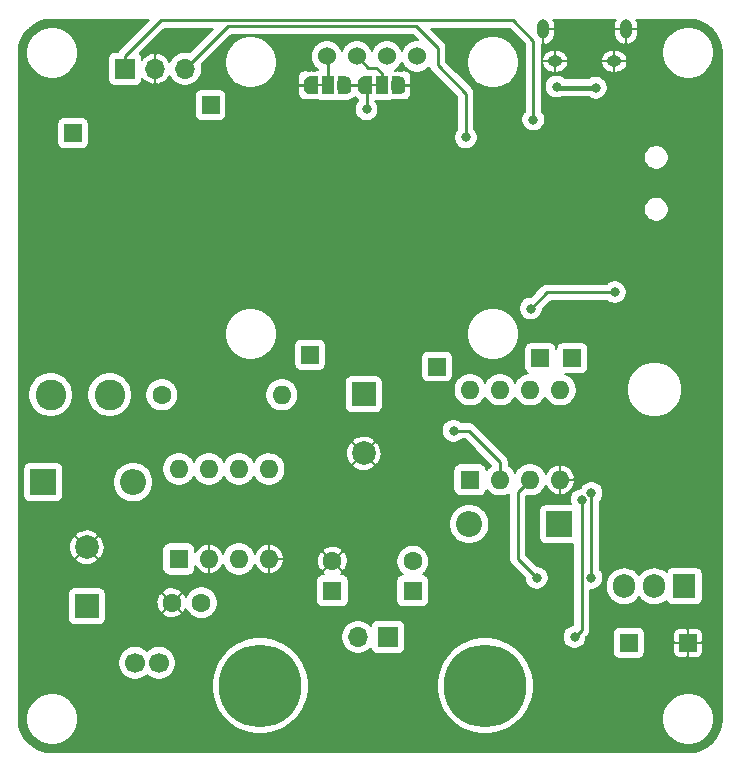
<source format=gbr>
G04 #@! TF.GenerationSoftware,KiCad,Pcbnew,(5.1.5-0-10_14)*
G04 #@! TF.CreationDate,2020-01-24T10:00:26-08:00*
G04 #@! TF.ProjectId,powersupply,706f7765-7273-4757-9070-6c792e6b6963,rev?*
G04 #@! TF.SameCoordinates,Original*
G04 #@! TF.FileFunction,Copper,L2,Bot*
G04 #@! TF.FilePolarity,Positive*
%FSLAX46Y46*%
G04 Gerber Fmt 4.6, Leading zero omitted, Abs format (unit mm)*
G04 Created by KiCad (PCBNEW (5.1.5-0-10_14)) date 2020-01-24 10:00:26*
%MOMM*%
%LPD*%
G04 APERTURE LIST*
%ADD10C,0.150000*%
%ADD11R,1.500000X1.500000*%
%ADD12C,1.524000*%
%ADD13O,1.905000X2.000000*%
%ADD14R,1.905000X2.000000*%
%ADD15C,0.100000*%
%ADD16R,0.600000X1.500000*%
%ADD17R,1.000000X1.500000*%
%ADD18O,1.700000X1.700000*%
%ADD19R,1.700000X1.700000*%
%ADD20C,1.600000*%
%ADD21R,1.600000X1.600000*%
%ADD22C,2.000000*%
%ADD23R,2.000000X2.000000*%
%ADD24O,1.600000X1.600000*%
%ADD25C,1.700000*%
%ADD26C,2.600000*%
%ADD27C,7.000000*%
%ADD28O,1.250000X0.950000*%
%ADD29O,1.000000X1.650000*%
%ADD30O,2.200000X2.200000*%
%ADD31R,2.200000X2.200000*%
%ADD32C,0.800000*%
%ADD33C,0.400000*%
%ADD34C,0.250000*%
%ADD35C,0.200000*%
G04 APERTURE END LIST*
D10*
X54694000Y-34290000D02*
X55194000Y-34290000D01*
X59266000Y-34290000D02*
X59766000Y-34290000D01*
D11*
X73600000Y-57400000D03*
X86100000Y-81500000D03*
X81100000Y-81500000D03*
X76300000Y-57400000D03*
X54100000Y-57100000D03*
X64850000Y-58100000D03*
X45675000Y-35975000D03*
X34036000Y-38354000D03*
D12*
X55535000Y-31850000D03*
X58075000Y-31850000D03*
X60615000Y-31850000D03*
X63155000Y-31850000D03*
D13*
X80720000Y-76700000D03*
X83260000Y-76700000D03*
D14*
X85800000Y-76700000D03*
G04 #@! TA.AperFunction,SMDPad,CuDef*
D15*
G36*
X57142648Y-33542410D02*
G01*
X57191223Y-33549615D01*
X57238858Y-33561547D01*
X57285095Y-33578091D01*
X57329487Y-33599087D01*
X57371607Y-33624333D01*
X57411050Y-33653586D01*
X57447436Y-33686564D01*
X57480414Y-33722950D01*
X57509667Y-33762393D01*
X57534913Y-33804513D01*
X57555909Y-33848905D01*
X57572453Y-33895142D01*
X57584385Y-33942777D01*
X57591590Y-33991352D01*
X57594000Y-34040400D01*
X57594000Y-34539600D01*
X57591590Y-34588648D01*
X57584385Y-34637223D01*
X57572453Y-34684858D01*
X57555909Y-34731095D01*
X57534913Y-34775487D01*
X57509667Y-34817607D01*
X57480414Y-34857050D01*
X57447436Y-34893436D01*
X57411050Y-34926414D01*
X57371607Y-34955667D01*
X57329487Y-34980913D01*
X57285095Y-35001909D01*
X57238858Y-35018453D01*
X57191223Y-35030385D01*
X57142648Y-35037590D01*
X57093600Y-35040000D01*
X56894400Y-35040000D01*
X56845352Y-35037590D01*
X56796777Y-35030385D01*
X56749142Y-35018453D01*
X56702905Y-35001909D01*
X56658513Y-34980913D01*
X56616393Y-34955667D01*
X56576950Y-34926414D01*
X56540564Y-34893436D01*
X56507586Y-34857050D01*
X56478333Y-34817607D01*
X56453087Y-34775487D01*
X56432091Y-34731095D01*
X56415547Y-34684858D01*
X56403615Y-34637223D01*
X56396410Y-34588648D01*
X56394000Y-34539600D01*
X56394000Y-34040400D01*
X56396410Y-33991352D01*
X56403615Y-33942777D01*
X56415547Y-33895142D01*
X56432091Y-33848905D01*
X56453087Y-33804513D01*
X56478333Y-33762393D01*
X56507586Y-33722950D01*
X56540564Y-33686564D01*
X56576950Y-33653586D01*
X56616393Y-33624333D01*
X56658513Y-33599087D01*
X56702905Y-33578091D01*
X56749142Y-33561547D01*
X56796777Y-33549615D01*
X56845352Y-33542410D01*
X56894400Y-33540000D01*
X57093600Y-33540000D01*
X57142648Y-33542410D01*
G37*
G04 #@! TD.AperFunction*
D16*
X56694000Y-34290000D03*
D17*
X55594000Y-34290000D03*
D16*
X54494000Y-34290000D03*
G04 #@! TA.AperFunction,SMDPad,CuDef*
D15*
G36*
X54342648Y-33542410D02*
G01*
X54391223Y-33549615D01*
X54438858Y-33561547D01*
X54485095Y-33578091D01*
X54529487Y-33599087D01*
X54571607Y-33624333D01*
X54611050Y-33653586D01*
X54647436Y-33686564D01*
X54680414Y-33722950D01*
X54709667Y-33762393D01*
X54734913Y-33804513D01*
X54755909Y-33848905D01*
X54772453Y-33895142D01*
X54784385Y-33942777D01*
X54791590Y-33991352D01*
X54794000Y-34040400D01*
X54794000Y-34539600D01*
X54791590Y-34588648D01*
X54784385Y-34637223D01*
X54772453Y-34684858D01*
X54755909Y-34731095D01*
X54734913Y-34775487D01*
X54709667Y-34817607D01*
X54680414Y-34857050D01*
X54647436Y-34893436D01*
X54611050Y-34926414D01*
X54571607Y-34955667D01*
X54529487Y-34980913D01*
X54485095Y-35001909D01*
X54438858Y-35018453D01*
X54391223Y-35030385D01*
X54342648Y-35037590D01*
X54293600Y-35040000D01*
X54094400Y-35040000D01*
X54045352Y-35037590D01*
X53996777Y-35030385D01*
X53949142Y-35018453D01*
X53902905Y-35001909D01*
X53858513Y-34980913D01*
X53816393Y-34955667D01*
X53776950Y-34926414D01*
X53740564Y-34893436D01*
X53707586Y-34857050D01*
X53678333Y-34817607D01*
X53653087Y-34775487D01*
X53632091Y-34731095D01*
X53615547Y-34684858D01*
X53603615Y-34637223D01*
X53596410Y-34588648D01*
X53594000Y-34539600D01*
X53594000Y-34040400D01*
X53596410Y-33991352D01*
X53603615Y-33942777D01*
X53615547Y-33895142D01*
X53632091Y-33848905D01*
X53653087Y-33804513D01*
X53678333Y-33762393D01*
X53707586Y-33722950D01*
X53740564Y-33686564D01*
X53776950Y-33653586D01*
X53816393Y-33624333D01*
X53858513Y-33599087D01*
X53902905Y-33578091D01*
X53949142Y-33561547D01*
X53996777Y-33549615D01*
X54045352Y-33542410D01*
X54094400Y-33540000D01*
X54293600Y-33540000D01*
X54342648Y-33542410D01*
G37*
G04 #@! TD.AperFunction*
G04 #@! TA.AperFunction,SMDPad,CuDef*
G36*
X61714648Y-33542410D02*
G01*
X61763223Y-33549615D01*
X61810858Y-33561547D01*
X61857095Y-33578091D01*
X61901487Y-33599087D01*
X61943607Y-33624333D01*
X61983050Y-33653586D01*
X62019436Y-33686564D01*
X62052414Y-33722950D01*
X62081667Y-33762393D01*
X62106913Y-33804513D01*
X62127909Y-33848905D01*
X62144453Y-33895142D01*
X62156385Y-33942777D01*
X62163590Y-33991352D01*
X62166000Y-34040400D01*
X62166000Y-34539600D01*
X62163590Y-34588648D01*
X62156385Y-34637223D01*
X62144453Y-34684858D01*
X62127909Y-34731095D01*
X62106913Y-34775487D01*
X62081667Y-34817607D01*
X62052414Y-34857050D01*
X62019436Y-34893436D01*
X61983050Y-34926414D01*
X61943607Y-34955667D01*
X61901487Y-34980913D01*
X61857095Y-35001909D01*
X61810858Y-35018453D01*
X61763223Y-35030385D01*
X61714648Y-35037590D01*
X61665600Y-35040000D01*
X61466400Y-35040000D01*
X61417352Y-35037590D01*
X61368777Y-35030385D01*
X61321142Y-35018453D01*
X61274905Y-35001909D01*
X61230513Y-34980913D01*
X61188393Y-34955667D01*
X61148950Y-34926414D01*
X61112564Y-34893436D01*
X61079586Y-34857050D01*
X61050333Y-34817607D01*
X61025087Y-34775487D01*
X61004091Y-34731095D01*
X60987547Y-34684858D01*
X60975615Y-34637223D01*
X60968410Y-34588648D01*
X60966000Y-34539600D01*
X60966000Y-34040400D01*
X60968410Y-33991352D01*
X60975615Y-33942777D01*
X60987547Y-33895142D01*
X61004091Y-33848905D01*
X61025087Y-33804513D01*
X61050333Y-33762393D01*
X61079586Y-33722950D01*
X61112564Y-33686564D01*
X61148950Y-33653586D01*
X61188393Y-33624333D01*
X61230513Y-33599087D01*
X61274905Y-33578091D01*
X61321142Y-33561547D01*
X61368777Y-33549615D01*
X61417352Y-33542410D01*
X61466400Y-33540000D01*
X61665600Y-33540000D01*
X61714648Y-33542410D01*
G37*
G04 #@! TD.AperFunction*
D16*
X61266000Y-34290000D03*
D17*
X60166000Y-34290000D03*
D16*
X59066000Y-34290000D03*
G04 #@! TA.AperFunction,SMDPad,CuDef*
D15*
G36*
X58914648Y-33542410D02*
G01*
X58963223Y-33549615D01*
X59010858Y-33561547D01*
X59057095Y-33578091D01*
X59101487Y-33599087D01*
X59143607Y-33624333D01*
X59183050Y-33653586D01*
X59219436Y-33686564D01*
X59252414Y-33722950D01*
X59281667Y-33762393D01*
X59306913Y-33804513D01*
X59327909Y-33848905D01*
X59344453Y-33895142D01*
X59356385Y-33942777D01*
X59363590Y-33991352D01*
X59366000Y-34040400D01*
X59366000Y-34539600D01*
X59363590Y-34588648D01*
X59356385Y-34637223D01*
X59344453Y-34684858D01*
X59327909Y-34731095D01*
X59306913Y-34775487D01*
X59281667Y-34817607D01*
X59252414Y-34857050D01*
X59219436Y-34893436D01*
X59183050Y-34926414D01*
X59143607Y-34955667D01*
X59101487Y-34980913D01*
X59057095Y-35001909D01*
X59010858Y-35018453D01*
X58963223Y-35030385D01*
X58914648Y-35037590D01*
X58865600Y-35040000D01*
X58666400Y-35040000D01*
X58617352Y-35037590D01*
X58568777Y-35030385D01*
X58521142Y-35018453D01*
X58474905Y-35001909D01*
X58430513Y-34980913D01*
X58388393Y-34955667D01*
X58348950Y-34926414D01*
X58312564Y-34893436D01*
X58279586Y-34857050D01*
X58250333Y-34817607D01*
X58225087Y-34775487D01*
X58204091Y-34731095D01*
X58187547Y-34684858D01*
X58175615Y-34637223D01*
X58168410Y-34588648D01*
X58166000Y-34539600D01*
X58166000Y-34040400D01*
X58168410Y-33991352D01*
X58175615Y-33942777D01*
X58187547Y-33895142D01*
X58204091Y-33848905D01*
X58225087Y-33804513D01*
X58250333Y-33762393D01*
X58279586Y-33722950D01*
X58312564Y-33686564D01*
X58348950Y-33653586D01*
X58388393Y-33624333D01*
X58430513Y-33599087D01*
X58474905Y-33578091D01*
X58521142Y-33561547D01*
X58568777Y-33549615D01*
X58617352Y-33542410D01*
X58666400Y-33540000D01*
X58865600Y-33540000D01*
X58914648Y-33542410D01*
G37*
G04 #@! TD.AperFunction*
D18*
X43530000Y-32900000D03*
X40990000Y-32900000D03*
D19*
X38450000Y-32900000D03*
D20*
X62800000Y-74600000D03*
D21*
X62800000Y-77100000D03*
D22*
X35200000Y-73400000D03*
D23*
X35200000Y-78400000D03*
D22*
X58650000Y-65450000D03*
D23*
X58650000Y-60450000D03*
D24*
X67650000Y-60080000D03*
X75270000Y-67700000D03*
X70190000Y-60080000D03*
X72730000Y-67700000D03*
X72730000Y-60080000D03*
X70190000Y-67700000D03*
X75270000Y-60080000D03*
D21*
X67650000Y-67700000D03*
D24*
X43000000Y-66780000D03*
X50620000Y-74400000D03*
X45540000Y-66780000D03*
X48080000Y-74400000D03*
X48080000Y-66780000D03*
X45540000Y-74400000D03*
X50620000Y-66780000D03*
D21*
X43000000Y-74400000D03*
D25*
X41300000Y-83200000D03*
X39300000Y-83200000D03*
D18*
X58170000Y-81000000D03*
D19*
X60710000Y-81000000D03*
D20*
X56000000Y-74600000D03*
D21*
X56000000Y-77100000D03*
D26*
X32150000Y-60500000D03*
X37150000Y-60500000D03*
D27*
X49885000Y-85140000D03*
X68935000Y-85140000D03*
D24*
X51710000Y-60500000D03*
D20*
X41550000Y-60500000D03*
D28*
X74850000Y-32250000D03*
D29*
X80850000Y-29550000D03*
X73850000Y-29550000D03*
D28*
X79850000Y-32250000D03*
D30*
X67580000Y-71450000D03*
D31*
X75200000Y-71450000D03*
D30*
X39120000Y-67900000D03*
D31*
X31500000Y-67900000D03*
D20*
X42400000Y-78100000D03*
X44900000Y-78100000D03*
D32*
X78300000Y-34500000D03*
X74980000Y-34400000D03*
X58896000Y-36322000D03*
X77925010Y-76000000D03*
X77919089Y-68811633D03*
X77100000Y-69400000D03*
X76500000Y-81000000D03*
X72800000Y-53200000D03*
X79900000Y-51800000D03*
X66250000Y-63550000D03*
X62220000Y-40530000D03*
X65600000Y-41070000D03*
X71600000Y-48500000D03*
X84470000Y-38890000D03*
X73700000Y-38900000D03*
X61610000Y-43730000D03*
X47244000Y-41910000D03*
X42672000Y-41910000D03*
X48772653Y-37088653D03*
X45720000Y-38608000D03*
X65532000Y-45466000D03*
X30841180Y-44524488D03*
X43150000Y-48450000D03*
X33920000Y-41148000D03*
X50775000Y-49950000D03*
X55500000Y-50000000D03*
X62600000Y-52850000D03*
X57900000Y-39900000D03*
X74600000Y-78800000D03*
X70999998Y-78100000D03*
X58800000Y-72699992D03*
X47900000Y-46800000D03*
X55500000Y-53199990D03*
X77700000Y-53200000D03*
X67300000Y-38700000D03*
X72999996Y-37200000D03*
X73300000Y-76000000D03*
D33*
X78300000Y-34500000D02*
X75080000Y-34500000D01*
X75080000Y-34500000D02*
X74980000Y-34400000D01*
D34*
X58896000Y-35756315D02*
X58896000Y-36322000D01*
X58896000Y-34690010D02*
X58896000Y-35756315D01*
X56483151Y-34572850D02*
X56600311Y-34690010D01*
X56600311Y-34690010D02*
X56896000Y-34690010D01*
X59066000Y-34290000D02*
X56694000Y-34290000D01*
X77925010Y-76000000D02*
X77925010Y-68817554D01*
X77925010Y-68817554D02*
X77919089Y-68811633D01*
X77100000Y-80400000D02*
X76500000Y-81000000D01*
X77100000Y-69400000D02*
X77100000Y-80400000D01*
X74200000Y-51800000D02*
X79900000Y-51800000D01*
X72800000Y-53200000D02*
X74200000Y-51800000D01*
X67550000Y-63550000D02*
X66250000Y-63550000D01*
X70190000Y-66190000D02*
X67550000Y-63550000D01*
X70190000Y-67700000D02*
X70190000Y-66190000D01*
X54194000Y-34290000D02*
X52710000Y-34290000D01*
X61266000Y-34290000D02*
X63190000Y-34290000D01*
X67300000Y-35000000D02*
X67300000Y-38700000D01*
X64900000Y-32600000D02*
X67300000Y-35000000D01*
X64900000Y-31100000D02*
X64900000Y-32600000D01*
X63100000Y-29300000D02*
X64900000Y-31100000D01*
X47130000Y-29300000D02*
X63100000Y-29300000D01*
X43530000Y-32900000D02*
X47130000Y-29300000D01*
X38450000Y-31800000D02*
X41450000Y-28800000D01*
X41450000Y-28800000D02*
X71300000Y-28800000D01*
X38450000Y-32900000D02*
X38450000Y-31800000D01*
X71300000Y-28800000D02*
X72999996Y-30499996D01*
X72999996Y-30499996D02*
X72999996Y-36634315D01*
X72999996Y-36634315D02*
X72999996Y-37200000D01*
X58075000Y-31850000D02*
X58360000Y-32135000D01*
X60166000Y-33290000D02*
X60166000Y-34290000D01*
X59676000Y-32800000D02*
X60166000Y-33290000D01*
X59025000Y-32800000D02*
X59676000Y-32800000D01*
X58075000Y-31850000D02*
X59025000Y-32800000D01*
X55594000Y-31909000D02*
X55535000Y-31850000D01*
X55594000Y-34290000D02*
X55594000Y-31909000D01*
X71700000Y-68730000D02*
X72730000Y-67700000D01*
X71700000Y-74400000D02*
X71700000Y-68730000D01*
X73300000Y-76000000D02*
X71700000Y-74400000D01*
D35*
G36*
X37962523Y-31262173D02*
G01*
X37934869Y-31284868D01*
X37912173Y-31312523D01*
X37912170Y-31312526D01*
X37844269Y-31395264D01*
X37816563Y-31447097D01*
X37600000Y-31447097D01*
X37482379Y-31458682D01*
X37369279Y-31492990D01*
X37265045Y-31548704D01*
X37173683Y-31623683D01*
X37098704Y-31715045D01*
X37042990Y-31819279D01*
X37008682Y-31932379D01*
X36997097Y-32050000D01*
X36997097Y-33750000D01*
X37008682Y-33867621D01*
X37042990Y-33980721D01*
X37098704Y-34084955D01*
X37173683Y-34176317D01*
X37265045Y-34251296D01*
X37369279Y-34307010D01*
X37482379Y-34341318D01*
X37600000Y-34352903D01*
X39300000Y-34352903D01*
X39417621Y-34341318D01*
X39530721Y-34307010D01*
X39634955Y-34251296D01*
X39726317Y-34176317D01*
X39801296Y-34084955D01*
X39857010Y-33980721D01*
X39891318Y-33867621D01*
X39902903Y-33750000D01*
X39902903Y-33689892D01*
X39999004Y-33816748D01*
X40196894Y-33992467D01*
X40425263Y-34126203D01*
X40675335Y-34212817D01*
X40778320Y-34233301D01*
X40989500Y-34125000D01*
X40989500Y-32900500D01*
X40969500Y-32900500D01*
X40969500Y-32899500D01*
X40989500Y-32899500D01*
X40989500Y-31675000D01*
X40778320Y-31566699D01*
X40675335Y-31587183D01*
X40425263Y-31673797D01*
X40196894Y-31807533D01*
X39999004Y-31983252D01*
X39902903Y-32110108D01*
X39902903Y-32050000D01*
X39891318Y-31932379D01*
X39857010Y-31819279D01*
X39801296Y-31715045D01*
X39726317Y-31623683D01*
X39685291Y-31590014D01*
X41750305Y-29525000D01*
X45879695Y-29525000D01*
X43907928Y-31496768D01*
X43672813Y-31450000D01*
X43387187Y-31450000D01*
X43107051Y-31505723D01*
X42843167Y-31615027D01*
X42605679Y-31773711D01*
X42403711Y-31975679D01*
X42245027Y-32213167D01*
X42201283Y-32318775D01*
X42140803Y-32194201D01*
X41980996Y-31983252D01*
X41783106Y-31807533D01*
X41554737Y-31673797D01*
X41304665Y-31587183D01*
X41201680Y-31566699D01*
X40990500Y-31675000D01*
X40990500Y-32899500D01*
X41010500Y-32899500D01*
X41010500Y-32900500D01*
X40990500Y-32900500D01*
X40990500Y-34125000D01*
X41201680Y-34233301D01*
X41304665Y-34212817D01*
X41554737Y-34126203D01*
X41783106Y-33992467D01*
X41980996Y-33816748D01*
X42140803Y-33605799D01*
X42201283Y-33481225D01*
X42245027Y-33586833D01*
X42403711Y-33824321D01*
X42605679Y-34026289D01*
X42843167Y-34184973D01*
X43107051Y-34294277D01*
X43387187Y-34350000D01*
X43672813Y-34350000D01*
X43952949Y-34294277D01*
X44216833Y-34184973D01*
X44454321Y-34026289D01*
X44656289Y-33824321D01*
X44814973Y-33586833D01*
X44924277Y-33322949D01*
X44980000Y-33042813D01*
X44980000Y-32757187D01*
X44933232Y-32522072D01*
X45321985Y-32133319D01*
X46895000Y-32133319D01*
X46895000Y-32566681D01*
X46979545Y-32991716D01*
X47145385Y-33392091D01*
X47386148Y-33752418D01*
X47692582Y-34058852D01*
X48052909Y-34299615D01*
X48453284Y-34465455D01*
X48878319Y-34550000D01*
X49311681Y-34550000D01*
X49736716Y-34465455D01*
X50137091Y-34299615D01*
X50497418Y-34058852D01*
X50803852Y-33752418D01*
X51044615Y-33392091D01*
X51210455Y-32991716D01*
X51295000Y-32566681D01*
X51295000Y-32133319D01*
X51210455Y-31708284D01*
X51044615Y-31307909D01*
X50803852Y-30947582D01*
X50497418Y-30641148D01*
X50137091Y-30400385D01*
X49736716Y-30234545D01*
X49311681Y-30150000D01*
X48878319Y-30150000D01*
X48453284Y-30234545D01*
X48052909Y-30400385D01*
X47692582Y-30641148D01*
X47386148Y-30947582D01*
X47145385Y-31307909D01*
X46979545Y-31708284D01*
X46895000Y-32133319D01*
X45321985Y-32133319D01*
X47430305Y-30025000D01*
X62799696Y-30025000D01*
X63262696Y-30488000D01*
X63020855Y-30488000D01*
X62757719Y-30540341D01*
X62509851Y-30643011D01*
X62286776Y-30792066D01*
X62097066Y-30981776D01*
X61948011Y-31204851D01*
X61885000Y-31356973D01*
X61821989Y-31204851D01*
X61672934Y-30981776D01*
X61483224Y-30792066D01*
X61260149Y-30643011D01*
X61012281Y-30540341D01*
X60749145Y-30488000D01*
X60480855Y-30488000D01*
X60217719Y-30540341D01*
X59969851Y-30643011D01*
X59746776Y-30792066D01*
X59557066Y-30981776D01*
X59408011Y-31204851D01*
X59345000Y-31356973D01*
X59281989Y-31204851D01*
X59132934Y-30981776D01*
X58943224Y-30792066D01*
X58720149Y-30643011D01*
X58472281Y-30540341D01*
X58209145Y-30488000D01*
X57940855Y-30488000D01*
X57677719Y-30540341D01*
X57429851Y-30643011D01*
X57206776Y-30792066D01*
X57017066Y-30981776D01*
X56868011Y-31204851D01*
X56805000Y-31356973D01*
X56741989Y-31204851D01*
X56592934Y-30981776D01*
X56403224Y-30792066D01*
X56180149Y-30643011D01*
X55932281Y-30540341D01*
X55669145Y-30488000D01*
X55400855Y-30488000D01*
X55137719Y-30540341D01*
X54889851Y-30643011D01*
X54666776Y-30792066D01*
X54477066Y-30981776D01*
X54328011Y-31204851D01*
X54225341Y-31452719D01*
X54173000Y-31715855D01*
X54173000Y-31984145D01*
X54225341Y-32247281D01*
X54328011Y-32495149D01*
X54477066Y-32718224D01*
X54666776Y-32907934D01*
X54816514Y-33007986D01*
X54760830Y-33037750D01*
X54355325Y-33039817D01*
X54194000Y-33037581D01*
X54095983Y-33047235D01*
X54080448Y-33051948D01*
X54068500Y-33040000D01*
X53594000Y-33037581D01*
X53495983Y-33047235D01*
X53401733Y-33075825D01*
X53314871Y-33122254D01*
X53238736Y-33184736D01*
X53176254Y-33260871D01*
X53129825Y-33347733D01*
X53101235Y-33441983D01*
X53091581Y-33540000D01*
X53094000Y-34164500D01*
X53219000Y-34289500D01*
X54015783Y-34289500D01*
X54015734Y-34290000D01*
X54015783Y-34290500D01*
X53219000Y-34290500D01*
X53094000Y-34415500D01*
X53091581Y-35040000D01*
X53101235Y-35138017D01*
X53129825Y-35232267D01*
X53176254Y-35319129D01*
X53238736Y-35395264D01*
X53314871Y-35457746D01*
X53401733Y-35504175D01*
X53495983Y-35532765D01*
X53594000Y-35542419D01*
X54068500Y-35540000D01*
X54080448Y-35528052D01*
X54095983Y-35532765D01*
X54194000Y-35542419D01*
X54355325Y-35540183D01*
X54760830Y-35542250D01*
X54863279Y-35597010D01*
X54976379Y-35631318D01*
X55094000Y-35642903D01*
X56094000Y-35642903D01*
X56211621Y-35631318D01*
X56244000Y-35621496D01*
X56276379Y-35631318D01*
X56394000Y-35642903D01*
X57093600Y-35642903D01*
X57308844Y-35621703D01*
X57515816Y-35558919D01*
X57706562Y-35456963D01*
X57873753Y-35319753D01*
X57880000Y-35312141D01*
X57886247Y-35319753D01*
X58053438Y-35456963D01*
X58171001Y-35519802D01*
X58171001Y-35632785D01*
X58119249Y-35684537D01*
X58009811Y-35848322D01*
X57934429Y-36030311D01*
X57896000Y-36223509D01*
X57896000Y-36420491D01*
X57934429Y-36613689D01*
X58009811Y-36795678D01*
X58119249Y-36959463D01*
X58258537Y-37098751D01*
X58422322Y-37208189D01*
X58604311Y-37283571D01*
X58797509Y-37322000D01*
X58994491Y-37322000D01*
X59187689Y-37283571D01*
X59369678Y-37208189D01*
X59533463Y-37098751D01*
X59672751Y-36959463D01*
X59782189Y-36795678D01*
X59857571Y-36613689D01*
X59896000Y-36420491D01*
X59896000Y-36223509D01*
X59857571Y-36030311D01*
X59782189Y-35848322D01*
X59672751Y-35684537D01*
X59627306Y-35639092D01*
X59666000Y-35642903D01*
X60666000Y-35642903D01*
X60783621Y-35631318D01*
X60896721Y-35597010D01*
X60999170Y-35542250D01*
X61404675Y-35540183D01*
X61566000Y-35542419D01*
X61664017Y-35532765D01*
X61679552Y-35528052D01*
X61691500Y-35540000D01*
X62166000Y-35542419D01*
X62264017Y-35532765D01*
X62358267Y-35504175D01*
X62445129Y-35457746D01*
X62521264Y-35395264D01*
X62583746Y-35319129D01*
X62630175Y-35232267D01*
X62658765Y-35138017D01*
X62668419Y-35040000D01*
X62666000Y-34415500D01*
X62541000Y-34290500D01*
X61545500Y-34290500D01*
X61545500Y-34289500D01*
X62541000Y-34289500D01*
X62666000Y-34164500D01*
X62668419Y-33540000D01*
X62658765Y-33441983D01*
X62630175Y-33347733D01*
X62583746Y-33260871D01*
X62521264Y-33184736D01*
X62445129Y-33122254D01*
X62358267Y-33075825D01*
X62264017Y-33047235D01*
X62166000Y-33037581D01*
X61691500Y-33040000D01*
X61679552Y-33051948D01*
X61664017Y-33047235D01*
X61566000Y-33037581D01*
X61404675Y-33039817D01*
X61286748Y-33039216D01*
X61483224Y-32907934D01*
X61672934Y-32718224D01*
X61821989Y-32495149D01*
X61885000Y-32343027D01*
X61948011Y-32495149D01*
X62097066Y-32718224D01*
X62286776Y-32907934D01*
X62509851Y-33056989D01*
X62757719Y-33159659D01*
X63020855Y-33212000D01*
X63289145Y-33212000D01*
X63552281Y-33159659D01*
X63800149Y-33056989D01*
X64023224Y-32907934D01*
X64186316Y-32744842D01*
X64226947Y-32878787D01*
X64294269Y-33004736D01*
X64362170Y-33087474D01*
X64362173Y-33087477D01*
X64384869Y-33115132D01*
X64412523Y-33137827D01*
X66575000Y-35300305D01*
X66575001Y-38010785D01*
X66523249Y-38062537D01*
X66413811Y-38226322D01*
X66338429Y-38408311D01*
X66300000Y-38601509D01*
X66300000Y-38798491D01*
X66338429Y-38991689D01*
X66413811Y-39173678D01*
X66523249Y-39337463D01*
X66662537Y-39476751D01*
X66826322Y-39586189D01*
X67008311Y-39661571D01*
X67201509Y-39700000D01*
X67398491Y-39700000D01*
X67591689Y-39661571D01*
X67773678Y-39586189D01*
X67937463Y-39476751D01*
X68076751Y-39337463D01*
X68186189Y-39173678D01*
X68261571Y-38991689D01*
X68300000Y-38798491D01*
X68300000Y-38601509D01*
X68261571Y-38408311D01*
X68186189Y-38226322D01*
X68076751Y-38062537D01*
X68025000Y-38010786D01*
X68025000Y-35035600D01*
X68028506Y-35000000D01*
X68025000Y-34964400D01*
X68025000Y-34964393D01*
X68014509Y-34857875D01*
X67973053Y-34721212D01*
X67958901Y-34694736D01*
X67905732Y-34595263D01*
X67837830Y-34512525D01*
X67837823Y-34512518D01*
X67815131Y-34484868D01*
X67787482Y-34462177D01*
X65625000Y-32299696D01*
X65625000Y-32133319D01*
X67395000Y-32133319D01*
X67395000Y-32566681D01*
X67479545Y-32991716D01*
X67645385Y-33392091D01*
X67886148Y-33752418D01*
X68192582Y-34058852D01*
X68552909Y-34299615D01*
X68953284Y-34465455D01*
X69378319Y-34550000D01*
X69811681Y-34550000D01*
X70236716Y-34465455D01*
X70637091Y-34299615D01*
X70997418Y-34058852D01*
X71303852Y-33752418D01*
X71544615Y-33392091D01*
X71710455Y-32991716D01*
X71795000Y-32566681D01*
X71795000Y-32133319D01*
X71710455Y-31708284D01*
X71544615Y-31307909D01*
X71303852Y-30947582D01*
X70997418Y-30641148D01*
X70637091Y-30400385D01*
X70236716Y-30234545D01*
X69811681Y-30150000D01*
X69378319Y-30150000D01*
X68953284Y-30234545D01*
X68552909Y-30400385D01*
X68192582Y-30641148D01*
X67886148Y-30947582D01*
X67645385Y-31307909D01*
X67479545Y-31708284D01*
X67395000Y-32133319D01*
X65625000Y-32133319D01*
X65625000Y-31135596D01*
X65628506Y-31099999D01*
X65625000Y-31064402D01*
X65625000Y-31064393D01*
X65614509Y-30957875D01*
X65573053Y-30821212D01*
X65505731Y-30695263D01*
X65493055Y-30679817D01*
X65437830Y-30612525D01*
X65437823Y-30612518D01*
X65415131Y-30584868D01*
X65387482Y-30562177D01*
X64350304Y-29525000D01*
X70999696Y-29525000D01*
X72274996Y-30800301D01*
X72274997Y-36510785D01*
X72223245Y-36562537D01*
X72113807Y-36726322D01*
X72038425Y-36908311D01*
X71999996Y-37101509D01*
X71999996Y-37298491D01*
X72038425Y-37491689D01*
X72113807Y-37673678D01*
X72223245Y-37837463D01*
X72362533Y-37976751D01*
X72526318Y-38086189D01*
X72708307Y-38161571D01*
X72901505Y-38200000D01*
X73098487Y-38200000D01*
X73291685Y-38161571D01*
X73473674Y-38086189D01*
X73637459Y-37976751D01*
X73776747Y-37837463D01*
X73886185Y-37673678D01*
X73961567Y-37491689D01*
X73999996Y-37298491D01*
X73999996Y-37101509D01*
X73961567Y-36908311D01*
X73886185Y-36726322D01*
X73776747Y-36562537D01*
X73724996Y-36510786D01*
X73724996Y-34301509D01*
X73980000Y-34301509D01*
X73980000Y-34498491D01*
X74018429Y-34691689D01*
X74093811Y-34873678D01*
X74203249Y-35037463D01*
X74342537Y-35176751D01*
X74506322Y-35286189D01*
X74688311Y-35361571D01*
X74881509Y-35400000D01*
X75078491Y-35400000D01*
X75271689Y-35361571D01*
X75420335Y-35300000D01*
X77697331Y-35300000D01*
X77826322Y-35386189D01*
X78008311Y-35461571D01*
X78201509Y-35500000D01*
X78398491Y-35500000D01*
X78591689Y-35461571D01*
X78773678Y-35386189D01*
X78937463Y-35276751D01*
X79076751Y-35137463D01*
X79186189Y-34973678D01*
X79261571Y-34791689D01*
X79300000Y-34598491D01*
X79300000Y-34401509D01*
X79261571Y-34208311D01*
X79186189Y-34026322D01*
X79076751Y-33862537D01*
X78937463Y-33723249D01*
X78773678Y-33613811D01*
X78591689Y-33538429D01*
X78398491Y-33500000D01*
X78201509Y-33500000D01*
X78008311Y-33538429D01*
X77826322Y-33613811D01*
X77697331Y-33700000D01*
X75694214Y-33700000D01*
X75617463Y-33623249D01*
X75453678Y-33513811D01*
X75271689Y-33438429D01*
X75078491Y-33400000D01*
X74881509Y-33400000D01*
X74688311Y-33438429D01*
X74506322Y-33513811D01*
X74342537Y-33623249D01*
X74203249Y-33762537D01*
X74093811Y-33926322D01*
X74018429Y-34108311D01*
X73980000Y-34301509D01*
X73724996Y-34301509D01*
X73724996Y-32403017D01*
X73737082Y-32403017D01*
X73743638Y-32439723D01*
X73799027Y-32622655D01*
X73889040Y-32791266D01*
X74010218Y-32939076D01*
X74157904Y-33060405D01*
X74326422Y-33150591D01*
X74509297Y-33206168D01*
X74699500Y-33225000D01*
X74849500Y-33225000D01*
X74849500Y-32250500D01*
X74850500Y-32250500D01*
X74850500Y-33225000D01*
X75000500Y-33225000D01*
X75190703Y-33206168D01*
X75373578Y-33150591D01*
X75542096Y-33060405D01*
X75689782Y-32939076D01*
X75810960Y-32791266D01*
X75900973Y-32622655D01*
X75956362Y-32439723D01*
X75962918Y-32403017D01*
X78737082Y-32403017D01*
X78743638Y-32439723D01*
X78799027Y-32622655D01*
X78889040Y-32791266D01*
X79010218Y-32939076D01*
X79157904Y-33060405D01*
X79326422Y-33150591D01*
X79509297Y-33206168D01*
X79699500Y-33225000D01*
X79849500Y-33225000D01*
X79849500Y-32250500D01*
X79850500Y-32250500D01*
X79850500Y-33225000D01*
X80000500Y-33225000D01*
X80190703Y-33206168D01*
X80373578Y-33150591D01*
X80542096Y-33060405D01*
X80689782Y-32939076D01*
X80810960Y-32791266D01*
X80900973Y-32622655D01*
X80956362Y-32439723D01*
X80962918Y-32403017D01*
X80850000Y-32250500D01*
X79850500Y-32250500D01*
X79849500Y-32250500D01*
X78850000Y-32250500D01*
X78737082Y-32403017D01*
X75962918Y-32403017D01*
X75850000Y-32250500D01*
X74850500Y-32250500D01*
X74849500Y-32250500D01*
X73850000Y-32250500D01*
X73737082Y-32403017D01*
X73724996Y-32403017D01*
X73724996Y-32096983D01*
X73737082Y-32096983D01*
X73850000Y-32249500D01*
X74849500Y-32249500D01*
X74849500Y-31275000D01*
X74850500Y-31275000D01*
X74850500Y-32249500D01*
X75850000Y-32249500D01*
X75962918Y-32096983D01*
X78737082Y-32096983D01*
X78850000Y-32249500D01*
X79849500Y-32249500D01*
X79849500Y-31275000D01*
X79850500Y-31275000D01*
X79850500Y-32249500D01*
X80850000Y-32249500D01*
X80962918Y-32096983D01*
X80956362Y-32060277D01*
X80900973Y-31877345D01*
X80810960Y-31708734D01*
X80689782Y-31560924D01*
X80542096Y-31439595D01*
X80373578Y-31349409D01*
X80287730Y-31323319D01*
X83920000Y-31323319D01*
X83920000Y-31756681D01*
X84004545Y-32181716D01*
X84170385Y-32582091D01*
X84411148Y-32942418D01*
X84717582Y-33248852D01*
X85077909Y-33489615D01*
X85478284Y-33655455D01*
X85903319Y-33740000D01*
X86336681Y-33740000D01*
X86761716Y-33655455D01*
X87162091Y-33489615D01*
X87522418Y-33248852D01*
X87828852Y-32942418D01*
X88069615Y-32582091D01*
X88235455Y-32181716D01*
X88320000Y-31756681D01*
X88320000Y-31323319D01*
X88235455Y-30898284D01*
X88069615Y-30497909D01*
X87828852Y-30137582D01*
X87522418Y-29831148D01*
X87162091Y-29590385D01*
X86761716Y-29424545D01*
X86336681Y-29340000D01*
X85903319Y-29340000D01*
X85478284Y-29424545D01*
X85077909Y-29590385D01*
X84717582Y-29831148D01*
X84411148Y-30137582D01*
X84170385Y-30497909D01*
X84004545Y-30898284D01*
X83920000Y-31323319D01*
X80287730Y-31323319D01*
X80190703Y-31293832D01*
X80000500Y-31275000D01*
X79850500Y-31275000D01*
X79849500Y-31275000D01*
X79699500Y-31275000D01*
X79509297Y-31293832D01*
X79326422Y-31349409D01*
X79157904Y-31439595D01*
X79010218Y-31560924D01*
X78889040Y-31708734D01*
X78799027Y-31877345D01*
X78743638Y-32060277D01*
X78737082Y-32096983D01*
X75962918Y-32096983D01*
X75956362Y-32060277D01*
X75900973Y-31877345D01*
X75810960Y-31708734D01*
X75689782Y-31560924D01*
X75542096Y-31439595D01*
X75373578Y-31349409D01*
X75190703Y-31293832D01*
X75000500Y-31275000D01*
X74850500Y-31275000D01*
X74849500Y-31275000D01*
X74699500Y-31275000D01*
X74509297Y-31293832D01*
X74326422Y-31349409D01*
X74157904Y-31439595D01*
X74010218Y-31560924D01*
X73889040Y-31708734D01*
X73799027Y-31877345D01*
X73743638Y-32060277D01*
X73737082Y-32096983D01*
X73724996Y-32096983D01*
X73724996Y-30839628D01*
X73849500Y-30750000D01*
X73849500Y-29550500D01*
X73850500Y-29550500D01*
X73850500Y-30750000D01*
X74006928Y-30862610D01*
X74044599Y-30855883D01*
X74232221Y-30799071D01*
X74405154Y-30706748D01*
X74556753Y-30582461D01*
X74681192Y-30430987D01*
X74773688Y-30258146D01*
X74830688Y-30070581D01*
X74850000Y-29875500D01*
X74850000Y-29550500D01*
X79850000Y-29550500D01*
X79850000Y-29875500D01*
X79869312Y-30070581D01*
X79926312Y-30258146D01*
X80018808Y-30430987D01*
X80143247Y-30582461D01*
X80294846Y-30706748D01*
X80467779Y-30799071D01*
X80655401Y-30855883D01*
X80693072Y-30862610D01*
X80849500Y-30750000D01*
X80849500Y-29550500D01*
X80850500Y-29550500D01*
X80850500Y-30750000D01*
X81006928Y-30862610D01*
X81044599Y-30855883D01*
X81232221Y-30799071D01*
X81405154Y-30706748D01*
X81556753Y-30582461D01*
X81681192Y-30430987D01*
X81773688Y-30258146D01*
X81830688Y-30070581D01*
X81850000Y-29875500D01*
X81850000Y-29550500D01*
X80850500Y-29550500D01*
X80849500Y-29550500D01*
X79850000Y-29550500D01*
X74850000Y-29550500D01*
X73850500Y-29550500D01*
X73849500Y-29550500D01*
X73829500Y-29550500D01*
X73829500Y-29549500D01*
X73849500Y-29549500D01*
X73849500Y-29529500D01*
X73850500Y-29529500D01*
X73850500Y-29549500D01*
X74850000Y-29549500D01*
X74850000Y-29224500D01*
X74830688Y-29029419D01*
X74773688Y-28841854D01*
X74711153Y-28725000D01*
X79988847Y-28725000D01*
X79926312Y-28841854D01*
X79869312Y-29029419D01*
X79850000Y-29224500D01*
X79850000Y-29549500D01*
X80849500Y-29549500D01*
X80849500Y-29529500D01*
X80850500Y-29529500D01*
X80850500Y-29549500D01*
X81850000Y-29549500D01*
X81850000Y-29224500D01*
X81830688Y-29029419D01*
X81773688Y-28841854D01*
X81711153Y-28725000D01*
X86089433Y-28725000D01*
X86668128Y-28781742D01*
X87195383Y-28940929D01*
X87681674Y-29199495D01*
X88108483Y-29547592D01*
X88459545Y-29971954D01*
X88721501Y-30456431D01*
X88884365Y-30982559D01*
X88945000Y-31559466D01*
X88945001Y-87919423D01*
X88888258Y-88498128D01*
X88729071Y-89025384D01*
X88470505Y-89511674D01*
X88122410Y-89938481D01*
X87698046Y-90289546D01*
X87213569Y-90551501D01*
X86687441Y-90714365D01*
X86110533Y-90775000D01*
X32282941Y-90775000D01*
X31705831Y-90715034D01*
X31179516Y-90552796D01*
X30694728Y-90291413D01*
X30269948Y-89940852D01*
X29921345Y-89514454D01*
X29662202Y-89028468D01*
X29502393Y-88501408D01*
X29445000Y-87923130D01*
X29445000Y-87733319D01*
X30070000Y-87733319D01*
X30070000Y-88166681D01*
X30154545Y-88591716D01*
X30320385Y-88992091D01*
X30561148Y-89352418D01*
X30867582Y-89658852D01*
X31227909Y-89899615D01*
X31628284Y-90065455D01*
X32053319Y-90150000D01*
X32486681Y-90150000D01*
X32911716Y-90065455D01*
X33312091Y-89899615D01*
X33672418Y-89658852D01*
X33978852Y-89352418D01*
X34219615Y-88992091D01*
X34385455Y-88591716D01*
X34470000Y-88166681D01*
X34470000Y-87733319D01*
X34385455Y-87308284D01*
X34219615Y-86907909D01*
X33978852Y-86547582D01*
X33672418Y-86241148D01*
X33312091Y-86000385D01*
X32911716Y-85834545D01*
X32486681Y-85750000D01*
X32053319Y-85750000D01*
X31628284Y-85834545D01*
X31227909Y-86000385D01*
X30867582Y-86241148D01*
X30561148Y-86547582D01*
X30320385Y-86907909D01*
X30154545Y-87308284D01*
X30070000Y-87733319D01*
X29445000Y-87733319D01*
X29445000Y-84736185D01*
X45785000Y-84736185D01*
X45785000Y-85543815D01*
X45942561Y-86335926D01*
X46251627Y-87082078D01*
X46700322Y-87753598D01*
X47271402Y-88324678D01*
X47942922Y-88773373D01*
X48689074Y-89082439D01*
X49481185Y-89240000D01*
X50288815Y-89240000D01*
X51080926Y-89082439D01*
X51827078Y-88773373D01*
X52498598Y-88324678D01*
X53069678Y-87753598D01*
X53518373Y-87082078D01*
X53827439Y-86335926D01*
X53985000Y-85543815D01*
X53985000Y-84736185D01*
X64835000Y-84736185D01*
X64835000Y-85543815D01*
X64992561Y-86335926D01*
X65301627Y-87082078D01*
X65750322Y-87753598D01*
X66321402Y-88324678D01*
X66992922Y-88773373D01*
X67739074Y-89082439D01*
X68531185Y-89240000D01*
X69338815Y-89240000D01*
X70130926Y-89082439D01*
X70877078Y-88773373D01*
X71548598Y-88324678D01*
X72119678Y-87753598D01*
X72133227Y-87733319D01*
X83920000Y-87733319D01*
X83920000Y-88166681D01*
X84004545Y-88591716D01*
X84170385Y-88992091D01*
X84411148Y-89352418D01*
X84717582Y-89658852D01*
X85077909Y-89899615D01*
X85478284Y-90065455D01*
X85903319Y-90150000D01*
X86336681Y-90150000D01*
X86761716Y-90065455D01*
X87162091Y-89899615D01*
X87522418Y-89658852D01*
X87828852Y-89352418D01*
X88069615Y-88992091D01*
X88235455Y-88591716D01*
X88320000Y-88166681D01*
X88320000Y-87733319D01*
X88235455Y-87308284D01*
X88069615Y-86907909D01*
X87828852Y-86547582D01*
X87522418Y-86241148D01*
X87162091Y-86000385D01*
X86761716Y-85834545D01*
X86336681Y-85750000D01*
X85903319Y-85750000D01*
X85478284Y-85834545D01*
X85077909Y-86000385D01*
X84717582Y-86241148D01*
X84411148Y-86547582D01*
X84170385Y-86907909D01*
X84004545Y-87308284D01*
X83920000Y-87733319D01*
X72133227Y-87733319D01*
X72568373Y-87082078D01*
X72877439Y-86335926D01*
X73035000Y-85543815D01*
X73035000Y-84736185D01*
X72877439Y-83944074D01*
X72568373Y-83197922D01*
X72119678Y-82526402D01*
X71548598Y-81955322D01*
X70877078Y-81506627D01*
X70130926Y-81197561D01*
X69338815Y-81040000D01*
X68531185Y-81040000D01*
X67739074Y-81197561D01*
X66992922Y-81506627D01*
X66321402Y-81955322D01*
X65750322Y-82526402D01*
X65301627Y-83197922D01*
X64992561Y-83944074D01*
X64835000Y-84736185D01*
X53985000Y-84736185D01*
X53827439Y-83944074D01*
X53518373Y-83197922D01*
X53069678Y-82526402D01*
X52498598Y-81955322D01*
X51827078Y-81506627D01*
X51080926Y-81197561D01*
X50288815Y-81040000D01*
X49481185Y-81040000D01*
X48689074Y-81197561D01*
X47942922Y-81506627D01*
X47271402Y-81955322D01*
X46700322Y-82526402D01*
X46251627Y-83197922D01*
X45942561Y-83944074D01*
X45785000Y-84736185D01*
X29445000Y-84736185D01*
X29445000Y-83057187D01*
X37850000Y-83057187D01*
X37850000Y-83342813D01*
X37905723Y-83622949D01*
X38015027Y-83886833D01*
X38173711Y-84124321D01*
X38375679Y-84326289D01*
X38613167Y-84484973D01*
X38877051Y-84594277D01*
X39157187Y-84650000D01*
X39442813Y-84650000D01*
X39722949Y-84594277D01*
X39986833Y-84484973D01*
X40224321Y-84326289D01*
X40300000Y-84250610D01*
X40375679Y-84326289D01*
X40613167Y-84484973D01*
X40877051Y-84594277D01*
X41157187Y-84650000D01*
X41442813Y-84650000D01*
X41722949Y-84594277D01*
X41986833Y-84484973D01*
X42224321Y-84326289D01*
X42426289Y-84124321D01*
X42584973Y-83886833D01*
X42694277Y-83622949D01*
X42750000Y-83342813D01*
X42750000Y-83057187D01*
X42694277Y-82777051D01*
X42584973Y-82513167D01*
X42426289Y-82275679D01*
X42224321Y-82073711D01*
X41986833Y-81915027D01*
X41722949Y-81805723D01*
X41442813Y-81750000D01*
X41157187Y-81750000D01*
X40877051Y-81805723D01*
X40613167Y-81915027D01*
X40375679Y-82073711D01*
X40300000Y-82149390D01*
X40224321Y-82073711D01*
X39986833Y-81915027D01*
X39722949Y-81805723D01*
X39442813Y-81750000D01*
X39157187Y-81750000D01*
X38877051Y-81805723D01*
X38613167Y-81915027D01*
X38375679Y-82073711D01*
X38173711Y-82275679D01*
X38015027Y-82513167D01*
X37905723Y-82777051D01*
X37850000Y-83057187D01*
X29445000Y-83057187D01*
X29445000Y-80857187D01*
X56720000Y-80857187D01*
X56720000Y-81142813D01*
X56775723Y-81422949D01*
X56885027Y-81686833D01*
X57043711Y-81924321D01*
X57245679Y-82126289D01*
X57483167Y-82284973D01*
X57747051Y-82394277D01*
X58027187Y-82450000D01*
X58312813Y-82450000D01*
X58592949Y-82394277D01*
X58856833Y-82284973D01*
X59094321Y-82126289D01*
X59267275Y-81953335D01*
X59268682Y-81967621D01*
X59302990Y-82080721D01*
X59358704Y-82184955D01*
X59433683Y-82276317D01*
X59525045Y-82351296D01*
X59629279Y-82407010D01*
X59742379Y-82441318D01*
X59860000Y-82452903D01*
X61560000Y-82452903D01*
X61677621Y-82441318D01*
X61790721Y-82407010D01*
X61894955Y-82351296D01*
X61986317Y-82276317D01*
X62061296Y-82184955D01*
X62117010Y-82080721D01*
X62151318Y-81967621D01*
X62162903Y-81850000D01*
X62162903Y-80150000D01*
X62151318Y-80032379D01*
X62117010Y-79919279D01*
X62061296Y-79815045D01*
X61986317Y-79723683D01*
X61894955Y-79648704D01*
X61790721Y-79592990D01*
X61677621Y-79558682D01*
X61560000Y-79547097D01*
X59860000Y-79547097D01*
X59742379Y-79558682D01*
X59629279Y-79592990D01*
X59525045Y-79648704D01*
X59433683Y-79723683D01*
X59358704Y-79815045D01*
X59302990Y-79919279D01*
X59268682Y-80032379D01*
X59267275Y-80046665D01*
X59094321Y-79873711D01*
X58856833Y-79715027D01*
X58592949Y-79605723D01*
X58312813Y-79550000D01*
X58027187Y-79550000D01*
X57747051Y-79605723D01*
X57483167Y-79715027D01*
X57245679Y-79873711D01*
X57043711Y-80075679D01*
X56885027Y-80313167D01*
X56775723Y-80577051D01*
X56720000Y-80857187D01*
X29445000Y-80857187D01*
X29445000Y-77400000D01*
X33597097Y-77400000D01*
X33597097Y-79400000D01*
X33608682Y-79517621D01*
X33642990Y-79630721D01*
X33698704Y-79734955D01*
X33773683Y-79826317D01*
X33865045Y-79901296D01*
X33969279Y-79957010D01*
X34082379Y-79991318D01*
X34200000Y-80002903D01*
X36200000Y-80002903D01*
X36317621Y-79991318D01*
X36430721Y-79957010D01*
X36534955Y-79901296D01*
X36626317Y-79826317D01*
X36701296Y-79734955D01*
X36757010Y-79630721D01*
X36791318Y-79517621D01*
X36802903Y-79400000D01*
X36802903Y-78935652D01*
X41565055Y-78935652D01*
X41632587Y-79157105D01*
X41853563Y-79286508D01*
X42095540Y-79370315D01*
X42349216Y-79405303D01*
X42604844Y-79390130D01*
X42852600Y-79325377D01*
X43082963Y-79213534D01*
X43167413Y-79157105D01*
X43234945Y-78935652D01*
X42400000Y-78100707D01*
X41565055Y-78935652D01*
X36802903Y-78935652D01*
X36802903Y-78049216D01*
X41094697Y-78049216D01*
X41109870Y-78304844D01*
X41174623Y-78552600D01*
X41286466Y-78782963D01*
X41342895Y-78867413D01*
X41564348Y-78934945D01*
X42399293Y-78100000D01*
X42400707Y-78100000D01*
X43235652Y-78934945D01*
X43457105Y-78867413D01*
X43586508Y-78646437D01*
X43597658Y-78614244D01*
X43659336Y-78763149D01*
X43812549Y-78992448D01*
X44007552Y-79187451D01*
X44236851Y-79340664D01*
X44491635Y-79446199D01*
X44762112Y-79500000D01*
X45037888Y-79500000D01*
X45308365Y-79446199D01*
X45563149Y-79340664D01*
X45792448Y-79187451D01*
X45987451Y-78992448D01*
X46140664Y-78763149D01*
X46246199Y-78508365D01*
X46300000Y-78237888D01*
X46300000Y-77962112D01*
X46246199Y-77691635D01*
X46140664Y-77436851D01*
X45987451Y-77207552D01*
X45792448Y-77012549D01*
X45563149Y-76859336D01*
X45308365Y-76753801D01*
X45037888Y-76700000D01*
X44762112Y-76700000D01*
X44491635Y-76753801D01*
X44236851Y-76859336D01*
X44007552Y-77012549D01*
X43812549Y-77207552D01*
X43659336Y-77436851D01*
X43596640Y-77588211D01*
X43513534Y-77417037D01*
X43457105Y-77332587D01*
X43235652Y-77265055D01*
X42400707Y-78100000D01*
X42399293Y-78100000D01*
X41564348Y-77265055D01*
X41342895Y-77332587D01*
X41213492Y-77553563D01*
X41129685Y-77795540D01*
X41094697Y-78049216D01*
X36802903Y-78049216D01*
X36802903Y-77400000D01*
X36791318Y-77282379D01*
X36785849Y-77264348D01*
X41565055Y-77264348D01*
X42400000Y-78099293D01*
X43234945Y-77264348D01*
X43167413Y-77042895D01*
X42946437Y-76913492D01*
X42704460Y-76829685D01*
X42450784Y-76794697D01*
X42195156Y-76809870D01*
X41947400Y-76874623D01*
X41717037Y-76986466D01*
X41632587Y-77042895D01*
X41565055Y-77264348D01*
X36785849Y-77264348D01*
X36757010Y-77169279D01*
X36701296Y-77065045D01*
X36626317Y-76973683D01*
X36534955Y-76898704D01*
X36430721Y-76842990D01*
X36317621Y-76808682D01*
X36200000Y-76797097D01*
X34200000Y-76797097D01*
X34082379Y-76808682D01*
X33969279Y-76842990D01*
X33865045Y-76898704D01*
X33773683Y-76973683D01*
X33698704Y-77065045D01*
X33642990Y-77169279D01*
X33608682Y-77282379D01*
X33597097Y-77400000D01*
X29445000Y-77400000D01*
X29445000Y-76300000D01*
X54597097Y-76300000D01*
X54597097Y-77900000D01*
X54608682Y-78017621D01*
X54642990Y-78130721D01*
X54698704Y-78234955D01*
X54773683Y-78326317D01*
X54865045Y-78401296D01*
X54969279Y-78457010D01*
X55082379Y-78491318D01*
X55200000Y-78502903D01*
X56800000Y-78502903D01*
X56917621Y-78491318D01*
X57030721Y-78457010D01*
X57134955Y-78401296D01*
X57226317Y-78326317D01*
X57301296Y-78234955D01*
X57357010Y-78130721D01*
X57391318Y-78017621D01*
X57402903Y-77900000D01*
X57402903Y-76300000D01*
X61397097Y-76300000D01*
X61397097Y-77900000D01*
X61408682Y-78017621D01*
X61442990Y-78130721D01*
X61498704Y-78234955D01*
X61573683Y-78326317D01*
X61665045Y-78401296D01*
X61769279Y-78457010D01*
X61882379Y-78491318D01*
X62000000Y-78502903D01*
X63600000Y-78502903D01*
X63717621Y-78491318D01*
X63830721Y-78457010D01*
X63934955Y-78401296D01*
X64026317Y-78326317D01*
X64101296Y-78234955D01*
X64157010Y-78130721D01*
X64191318Y-78017621D01*
X64202903Y-77900000D01*
X64202903Y-76300000D01*
X64191318Y-76182379D01*
X64157010Y-76069279D01*
X64101296Y-75965045D01*
X64026317Y-75873683D01*
X63934955Y-75798704D01*
X63830721Y-75742990D01*
X63717621Y-75708682D01*
X63667990Y-75703794D01*
X63692448Y-75687451D01*
X63887451Y-75492448D01*
X64040664Y-75263149D01*
X64146199Y-75008365D01*
X64200000Y-74737888D01*
X64200000Y-74462112D01*
X64146199Y-74191635D01*
X64040664Y-73936851D01*
X63887451Y-73707552D01*
X63692448Y-73512549D01*
X63463149Y-73359336D01*
X63208365Y-73253801D01*
X62937888Y-73200000D01*
X62662112Y-73200000D01*
X62391635Y-73253801D01*
X62136851Y-73359336D01*
X61907552Y-73512549D01*
X61712549Y-73707552D01*
X61559336Y-73936851D01*
X61453801Y-74191635D01*
X61400000Y-74462112D01*
X61400000Y-74737888D01*
X61453801Y-75008365D01*
X61559336Y-75263149D01*
X61712549Y-75492448D01*
X61907552Y-75687451D01*
X61932010Y-75703794D01*
X61882379Y-75708682D01*
X61769279Y-75742990D01*
X61665045Y-75798704D01*
X61573683Y-75873683D01*
X61498704Y-75965045D01*
X61442990Y-76069279D01*
X61408682Y-76182379D01*
X61397097Y-76300000D01*
X57402903Y-76300000D01*
X57391318Y-76182379D01*
X57357010Y-76069279D01*
X57301296Y-75965045D01*
X57226317Y-75873683D01*
X57134955Y-75798704D01*
X57030721Y-75742990D01*
X56917621Y-75708682D01*
X56800000Y-75697097D01*
X56707562Y-75697097D01*
X56767413Y-75657105D01*
X56834945Y-75435652D01*
X56000000Y-74600707D01*
X55165055Y-75435652D01*
X55232587Y-75657105D01*
X55300880Y-75697097D01*
X55200000Y-75697097D01*
X55082379Y-75708682D01*
X54969279Y-75742990D01*
X54865045Y-75798704D01*
X54773683Y-75873683D01*
X54698704Y-75965045D01*
X54642990Y-76069279D01*
X54608682Y-76182379D01*
X54597097Y-76300000D01*
X29445000Y-76300000D01*
X29445000Y-74377758D01*
X34222950Y-74377758D01*
X34314460Y-74619691D01*
X34569426Y-74769015D01*
X34848624Y-74865729D01*
X35141325Y-74906116D01*
X35436281Y-74888622D01*
X35722157Y-74813923D01*
X35987967Y-74684887D01*
X36085540Y-74619691D01*
X36177050Y-74377758D01*
X35200000Y-73400707D01*
X34222950Y-74377758D01*
X29445000Y-74377758D01*
X29445000Y-73341325D01*
X33693884Y-73341325D01*
X33711378Y-73636281D01*
X33786077Y-73922157D01*
X33915113Y-74187967D01*
X33980309Y-74285540D01*
X34222242Y-74377050D01*
X35199293Y-73400000D01*
X35200707Y-73400000D01*
X36177758Y-74377050D01*
X36419691Y-74285540D01*
X36569015Y-74030574D01*
X36665729Y-73751376D01*
X36686615Y-73600000D01*
X41597097Y-73600000D01*
X41597097Y-75200000D01*
X41608682Y-75317621D01*
X41642990Y-75430721D01*
X41698704Y-75534955D01*
X41773683Y-75626317D01*
X41865045Y-75701296D01*
X41969279Y-75757010D01*
X42082379Y-75791318D01*
X42200000Y-75802903D01*
X43800000Y-75802903D01*
X43917621Y-75791318D01*
X44030721Y-75757010D01*
X44134955Y-75701296D01*
X44226317Y-75626317D01*
X44301296Y-75534955D01*
X44357010Y-75430721D01*
X44391318Y-75317621D01*
X44402903Y-75200000D01*
X44402903Y-75020097D01*
X44431829Y-75079675D01*
X44585720Y-75282809D01*
X44776284Y-75452017D01*
X44996197Y-75580796D01*
X45237008Y-75664198D01*
X45336141Y-75683917D01*
X45539500Y-75575000D01*
X45539500Y-74400500D01*
X45519500Y-74400500D01*
X45519500Y-74399500D01*
X45539500Y-74399500D01*
X45539500Y-73225000D01*
X45540500Y-73225000D01*
X45540500Y-74399500D01*
X45560500Y-74399500D01*
X45560500Y-74400500D01*
X45540500Y-74400500D01*
X45540500Y-75575000D01*
X45743859Y-75683917D01*
X45842992Y-75664198D01*
X46083803Y-75580796D01*
X46303716Y-75452017D01*
X46494280Y-75282809D01*
X46648171Y-75079675D01*
X46755022Y-74859596D01*
X46839336Y-75063149D01*
X46992549Y-75292448D01*
X47187552Y-75487451D01*
X47416851Y-75640664D01*
X47671635Y-75746199D01*
X47942112Y-75800000D01*
X48217888Y-75800000D01*
X48488365Y-75746199D01*
X48743149Y-75640664D01*
X48972448Y-75487451D01*
X49167451Y-75292448D01*
X49320664Y-75063149D01*
X49404978Y-74859596D01*
X49511829Y-75079675D01*
X49665720Y-75282809D01*
X49856284Y-75452017D01*
X50076197Y-75580796D01*
X50317008Y-75664198D01*
X50416141Y-75683917D01*
X50619500Y-75575000D01*
X50619500Y-74400500D01*
X50620500Y-74400500D01*
X50620500Y-75575000D01*
X50823859Y-75683917D01*
X50922992Y-75664198D01*
X51163803Y-75580796D01*
X51383716Y-75452017D01*
X51574280Y-75282809D01*
X51728171Y-75079675D01*
X51839476Y-74850422D01*
X51903917Y-74603859D01*
X51874651Y-74549216D01*
X54694697Y-74549216D01*
X54709870Y-74804844D01*
X54774623Y-75052600D01*
X54886466Y-75282963D01*
X54942895Y-75367413D01*
X55164348Y-75434945D01*
X55999293Y-74600000D01*
X56000707Y-74600000D01*
X56835652Y-75434945D01*
X57057105Y-75367413D01*
X57186508Y-75146437D01*
X57270315Y-74904460D01*
X57305303Y-74650784D01*
X57290130Y-74395156D01*
X57225377Y-74147400D01*
X57113534Y-73917037D01*
X57057105Y-73832587D01*
X56835652Y-73765055D01*
X56000707Y-74600000D01*
X55999293Y-74600000D01*
X55164348Y-73765055D01*
X54942895Y-73832587D01*
X54813492Y-74053563D01*
X54729685Y-74295540D01*
X54694697Y-74549216D01*
X51874651Y-74549216D01*
X51795000Y-74400500D01*
X50620500Y-74400500D01*
X50619500Y-74400500D01*
X50599500Y-74400500D01*
X50599500Y-74399500D01*
X50619500Y-74399500D01*
X50619500Y-73225000D01*
X50620500Y-73225000D01*
X50620500Y-74399500D01*
X51795000Y-74399500D01*
X51903917Y-74196141D01*
X51839476Y-73949578D01*
X51749545Y-73764348D01*
X55165055Y-73764348D01*
X56000000Y-74599293D01*
X56834945Y-73764348D01*
X56767413Y-73542895D01*
X56546437Y-73413492D01*
X56304460Y-73329685D01*
X56050784Y-73294697D01*
X55795156Y-73309870D01*
X55547400Y-73374623D01*
X55317037Y-73486466D01*
X55232587Y-73542895D01*
X55165055Y-73764348D01*
X51749545Y-73764348D01*
X51728171Y-73720325D01*
X51574280Y-73517191D01*
X51383716Y-73347983D01*
X51163803Y-73219204D01*
X50922992Y-73135802D01*
X50823859Y-73116083D01*
X50620500Y-73225000D01*
X50619500Y-73225000D01*
X50416141Y-73116083D01*
X50317008Y-73135802D01*
X50076197Y-73219204D01*
X49856284Y-73347983D01*
X49665720Y-73517191D01*
X49511829Y-73720325D01*
X49404978Y-73940404D01*
X49320664Y-73736851D01*
X49167451Y-73507552D01*
X48972448Y-73312549D01*
X48743149Y-73159336D01*
X48488365Y-73053801D01*
X48217888Y-73000000D01*
X47942112Y-73000000D01*
X47671635Y-73053801D01*
X47416851Y-73159336D01*
X47187552Y-73312549D01*
X46992549Y-73507552D01*
X46839336Y-73736851D01*
X46755022Y-73940404D01*
X46648171Y-73720325D01*
X46494280Y-73517191D01*
X46303716Y-73347983D01*
X46083803Y-73219204D01*
X45842992Y-73135802D01*
X45743859Y-73116083D01*
X45540500Y-73225000D01*
X45539500Y-73225000D01*
X45336141Y-73116083D01*
X45237008Y-73135802D01*
X44996197Y-73219204D01*
X44776284Y-73347983D01*
X44585720Y-73517191D01*
X44431829Y-73720325D01*
X44402903Y-73779903D01*
X44402903Y-73600000D01*
X44391318Y-73482379D01*
X44357010Y-73369279D01*
X44301296Y-73265045D01*
X44226317Y-73173683D01*
X44134955Y-73098704D01*
X44030721Y-73042990D01*
X43917621Y-73008682D01*
X43800000Y-72997097D01*
X42200000Y-72997097D01*
X42082379Y-73008682D01*
X41969279Y-73042990D01*
X41865045Y-73098704D01*
X41773683Y-73173683D01*
X41698704Y-73265045D01*
X41642990Y-73369279D01*
X41608682Y-73482379D01*
X41597097Y-73600000D01*
X36686615Y-73600000D01*
X36706116Y-73458675D01*
X36688622Y-73163719D01*
X36613923Y-72877843D01*
X36484887Y-72612033D01*
X36419691Y-72514460D01*
X36177758Y-72422950D01*
X35200707Y-73400000D01*
X35199293Y-73400000D01*
X34222242Y-72422950D01*
X33980309Y-72514460D01*
X33830985Y-72769426D01*
X33734271Y-73048624D01*
X33693884Y-73341325D01*
X29445000Y-73341325D01*
X29445000Y-72422242D01*
X34222950Y-72422242D01*
X35200000Y-73399293D01*
X36177050Y-72422242D01*
X36085540Y-72180309D01*
X35830574Y-72030985D01*
X35551376Y-71934271D01*
X35258675Y-71893884D01*
X34963719Y-71911378D01*
X34677843Y-71986077D01*
X34412033Y-72115113D01*
X34314460Y-72180309D01*
X34222950Y-72422242D01*
X29445000Y-72422242D01*
X29445000Y-71282565D01*
X65880000Y-71282565D01*
X65880000Y-71617435D01*
X65945330Y-71945872D01*
X66073479Y-72255252D01*
X66259523Y-72533687D01*
X66496313Y-72770477D01*
X66774748Y-72956521D01*
X67084128Y-73084670D01*
X67412565Y-73150000D01*
X67747435Y-73150000D01*
X68075872Y-73084670D01*
X68385252Y-72956521D01*
X68663687Y-72770477D01*
X68900477Y-72533687D01*
X69086521Y-72255252D01*
X69214670Y-71945872D01*
X69280000Y-71617435D01*
X69280000Y-71282565D01*
X69214670Y-70954128D01*
X69086521Y-70644748D01*
X68900477Y-70366313D01*
X68663687Y-70129523D01*
X68385252Y-69943479D01*
X68075872Y-69815330D01*
X67747435Y-69750000D01*
X67412565Y-69750000D01*
X67084128Y-69815330D01*
X66774748Y-69943479D01*
X66496313Y-70129523D01*
X66259523Y-70366313D01*
X66073479Y-70644748D01*
X65945330Y-70954128D01*
X65880000Y-71282565D01*
X29445000Y-71282565D01*
X29445000Y-66800000D01*
X29797097Y-66800000D01*
X29797097Y-69000000D01*
X29808682Y-69117621D01*
X29842990Y-69230721D01*
X29898704Y-69334955D01*
X29973683Y-69426317D01*
X30065045Y-69501296D01*
X30169279Y-69557010D01*
X30282379Y-69591318D01*
X30400000Y-69602903D01*
X32600000Y-69602903D01*
X32717621Y-69591318D01*
X32830721Y-69557010D01*
X32934955Y-69501296D01*
X33026317Y-69426317D01*
X33101296Y-69334955D01*
X33157010Y-69230721D01*
X33191318Y-69117621D01*
X33202903Y-69000000D01*
X33202903Y-67732565D01*
X37420000Y-67732565D01*
X37420000Y-68067435D01*
X37485330Y-68395872D01*
X37613479Y-68705252D01*
X37799523Y-68983687D01*
X38036313Y-69220477D01*
X38314748Y-69406521D01*
X38624128Y-69534670D01*
X38952565Y-69600000D01*
X39287435Y-69600000D01*
X39615872Y-69534670D01*
X39925252Y-69406521D01*
X40203687Y-69220477D01*
X40440477Y-68983687D01*
X40626521Y-68705252D01*
X40754670Y-68395872D01*
X40820000Y-68067435D01*
X40820000Y-67732565D01*
X40754670Y-67404128D01*
X40626521Y-67094748D01*
X40440477Y-66816313D01*
X40266276Y-66642112D01*
X41600000Y-66642112D01*
X41600000Y-66917888D01*
X41653801Y-67188365D01*
X41759336Y-67443149D01*
X41912549Y-67672448D01*
X42107552Y-67867451D01*
X42336851Y-68020664D01*
X42591635Y-68126199D01*
X42862112Y-68180000D01*
X43137888Y-68180000D01*
X43408365Y-68126199D01*
X43663149Y-68020664D01*
X43892448Y-67867451D01*
X44087451Y-67672448D01*
X44240664Y-67443149D01*
X44270000Y-67372326D01*
X44299336Y-67443149D01*
X44452549Y-67672448D01*
X44647552Y-67867451D01*
X44876851Y-68020664D01*
X45131635Y-68126199D01*
X45402112Y-68180000D01*
X45677888Y-68180000D01*
X45948365Y-68126199D01*
X46203149Y-68020664D01*
X46432448Y-67867451D01*
X46627451Y-67672448D01*
X46780664Y-67443149D01*
X46810000Y-67372326D01*
X46839336Y-67443149D01*
X46992549Y-67672448D01*
X47187552Y-67867451D01*
X47416851Y-68020664D01*
X47671635Y-68126199D01*
X47942112Y-68180000D01*
X48217888Y-68180000D01*
X48488365Y-68126199D01*
X48743149Y-68020664D01*
X48972448Y-67867451D01*
X49167451Y-67672448D01*
X49320664Y-67443149D01*
X49350000Y-67372326D01*
X49379336Y-67443149D01*
X49532549Y-67672448D01*
X49727552Y-67867451D01*
X49956851Y-68020664D01*
X50211635Y-68126199D01*
X50482112Y-68180000D01*
X50757888Y-68180000D01*
X51028365Y-68126199D01*
X51283149Y-68020664D01*
X51512448Y-67867451D01*
X51707451Y-67672448D01*
X51860664Y-67443149D01*
X51966199Y-67188365D01*
X52020000Y-66917888D01*
X52020000Y-66642112D01*
X51977363Y-66427758D01*
X57672950Y-66427758D01*
X57764460Y-66669691D01*
X58019426Y-66819015D01*
X58298624Y-66915729D01*
X58591325Y-66956116D01*
X58886281Y-66938622D01*
X59172157Y-66863923D01*
X59437967Y-66734887D01*
X59535540Y-66669691D01*
X59627050Y-66427758D01*
X58650000Y-65450707D01*
X57672950Y-66427758D01*
X51977363Y-66427758D01*
X51966199Y-66371635D01*
X51860664Y-66116851D01*
X51707451Y-65887552D01*
X51512448Y-65692549D01*
X51283149Y-65539336D01*
X51028365Y-65433801D01*
X50814823Y-65391325D01*
X57143884Y-65391325D01*
X57161378Y-65686281D01*
X57236077Y-65972157D01*
X57365113Y-66237967D01*
X57430309Y-66335540D01*
X57672242Y-66427050D01*
X58649293Y-65450000D01*
X58650707Y-65450000D01*
X59627758Y-66427050D01*
X59869691Y-66335540D01*
X60019015Y-66080574D01*
X60115729Y-65801376D01*
X60156116Y-65508675D01*
X60138622Y-65213719D01*
X60063923Y-64927843D01*
X59934887Y-64662033D01*
X59869691Y-64564460D01*
X59627758Y-64472950D01*
X58650707Y-65450000D01*
X58649293Y-65450000D01*
X57672242Y-64472950D01*
X57430309Y-64564460D01*
X57280985Y-64819426D01*
X57184271Y-65098624D01*
X57143884Y-65391325D01*
X50814823Y-65391325D01*
X50757888Y-65380000D01*
X50482112Y-65380000D01*
X50211635Y-65433801D01*
X49956851Y-65539336D01*
X49727552Y-65692549D01*
X49532549Y-65887552D01*
X49379336Y-66116851D01*
X49350000Y-66187674D01*
X49320664Y-66116851D01*
X49167451Y-65887552D01*
X48972448Y-65692549D01*
X48743149Y-65539336D01*
X48488365Y-65433801D01*
X48217888Y-65380000D01*
X47942112Y-65380000D01*
X47671635Y-65433801D01*
X47416851Y-65539336D01*
X47187552Y-65692549D01*
X46992549Y-65887552D01*
X46839336Y-66116851D01*
X46810000Y-66187674D01*
X46780664Y-66116851D01*
X46627451Y-65887552D01*
X46432448Y-65692549D01*
X46203149Y-65539336D01*
X45948365Y-65433801D01*
X45677888Y-65380000D01*
X45402112Y-65380000D01*
X45131635Y-65433801D01*
X44876851Y-65539336D01*
X44647552Y-65692549D01*
X44452549Y-65887552D01*
X44299336Y-66116851D01*
X44270000Y-66187674D01*
X44240664Y-66116851D01*
X44087451Y-65887552D01*
X43892448Y-65692549D01*
X43663149Y-65539336D01*
X43408365Y-65433801D01*
X43137888Y-65380000D01*
X42862112Y-65380000D01*
X42591635Y-65433801D01*
X42336851Y-65539336D01*
X42107552Y-65692549D01*
X41912549Y-65887552D01*
X41759336Y-66116851D01*
X41653801Y-66371635D01*
X41600000Y-66642112D01*
X40266276Y-66642112D01*
X40203687Y-66579523D01*
X39925252Y-66393479D01*
X39615872Y-66265330D01*
X39287435Y-66200000D01*
X38952565Y-66200000D01*
X38624128Y-66265330D01*
X38314748Y-66393479D01*
X38036313Y-66579523D01*
X37799523Y-66816313D01*
X37613479Y-67094748D01*
X37485330Y-67404128D01*
X37420000Y-67732565D01*
X33202903Y-67732565D01*
X33202903Y-66800000D01*
X33191318Y-66682379D01*
X33157010Y-66569279D01*
X33101296Y-66465045D01*
X33026317Y-66373683D01*
X32934955Y-66298704D01*
X32830721Y-66242990D01*
X32717621Y-66208682D01*
X32600000Y-66197097D01*
X30400000Y-66197097D01*
X30282379Y-66208682D01*
X30169279Y-66242990D01*
X30065045Y-66298704D01*
X29973683Y-66373683D01*
X29898704Y-66465045D01*
X29842990Y-66569279D01*
X29808682Y-66682379D01*
X29797097Y-66800000D01*
X29445000Y-66800000D01*
X29445000Y-64472242D01*
X57672950Y-64472242D01*
X58650000Y-65449293D01*
X59627050Y-64472242D01*
X59535540Y-64230309D01*
X59280574Y-64080985D01*
X59001376Y-63984271D01*
X58708675Y-63943884D01*
X58413719Y-63961378D01*
X58127843Y-64036077D01*
X57862033Y-64165113D01*
X57764460Y-64230309D01*
X57672950Y-64472242D01*
X29445000Y-64472242D01*
X29445000Y-63451509D01*
X65250000Y-63451509D01*
X65250000Y-63648491D01*
X65288429Y-63841689D01*
X65363811Y-64023678D01*
X65473249Y-64187463D01*
X65612537Y-64326751D01*
X65776322Y-64436189D01*
X65958311Y-64511571D01*
X66151509Y-64550000D01*
X66348491Y-64550000D01*
X66541689Y-64511571D01*
X66723678Y-64436189D01*
X66887463Y-64326751D01*
X66939214Y-64275000D01*
X67249696Y-64275000D01*
X69465001Y-66490306D01*
X69465001Y-66500663D01*
X69297552Y-66612549D01*
X69102549Y-66807552D01*
X69051345Y-66884184D01*
X69041318Y-66782379D01*
X69007010Y-66669279D01*
X68951296Y-66565045D01*
X68876317Y-66473683D01*
X68784955Y-66398704D01*
X68680721Y-66342990D01*
X68567621Y-66308682D01*
X68450000Y-66297097D01*
X66850000Y-66297097D01*
X66732379Y-66308682D01*
X66619279Y-66342990D01*
X66515045Y-66398704D01*
X66423683Y-66473683D01*
X66348704Y-66565045D01*
X66292990Y-66669279D01*
X66258682Y-66782379D01*
X66247097Y-66900000D01*
X66247097Y-68500000D01*
X66258682Y-68617621D01*
X66292990Y-68730721D01*
X66348704Y-68834955D01*
X66423683Y-68926317D01*
X66515045Y-69001296D01*
X66619279Y-69057010D01*
X66732379Y-69091318D01*
X66850000Y-69102903D01*
X68450000Y-69102903D01*
X68567621Y-69091318D01*
X68680721Y-69057010D01*
X68784955Y-69001296D01*
X68876317Y-68926317D01*
X68951296Y-68834955D01*
X69007010Y-68730721D01*
X69041318Y-68617621D01*
X69051345Y-68515816D01*
X69102549Y-68592448D01*
X69297552Y-68787451D01*
X69526851Y-68940664D01*
X69781635Y-69046199D01*
X70052112Y-69100000D01*
X70327888Y-69100000D01*
X70598365Y-69046199D01*
X70853149Y-68940664D01*
X70975001Y-68859245D01*
X70975000Y-74364403D01*
X70971494Y-74400000D01*
X70975000Y-74435597D01*
X70975000Y-74435606D01*
X70985491Y-74542124D01*
X71026947Y-74678787D01*
X71094269Y-74804736D01*
X71144325Y-74865729D01*
X71184868Y-74915131D01*
X71212524Y-74937828D01*
X72300000Y-76025305D01*
X72300000Y-76098491D01*
X72338429Y-76291689D01*
X72413811Y-76473678D01*
X72523249Y-76637463D01*
X72662537Y-76776751D01*
X72826322Y-76886189D01*
X73008311Y-76961571D01*
X73201509Y-77000000D01*
X73398491Y-77000000D01*
X73591689Y-76961571D01*
X73773678Y-76886189D01*
X73937463Y-76776751D01*
X74076751Y-76637463D01*
X74186189Y-76473678D01*
X74261571Y-76291689D01*
X74300000Y-76098491D01*
X74300000Y-75901509D01*
X74261571Y-75708311D01*
X74186189Y-75526322D01*
X74076751Y-75362537D01*
X73937463Y-75223249D01*
X73773678Y-75113811D01*
X73591689Y-75038429D01*
X73398491Y-75000000D01*
X73325305Y-75000000D01*
X72425000Y-74099696D01*
X72425000Y-70350000D01*
X73497097Y-70350000D01*
X73497097Y-72550000D01*
X73508682Y-72667621D01*
X73542990Y-72780721D01*
X73598704Y-72884955D01*
X73673683Y-72976317D01*
X73765045Y-73051296D01*
X73869279Y-73107010D01*
X73982379Y-73141318D01*
X74100000Y-73152903D01*
X76300000Y-73152903D01*
X76375000Y-73145516D01*
X76375001Y-80005273D01*
X76208311Y-80038429D01*
X76026322Y-80113811D01*
X75862537Y-80223249D01*
X75723249Y-80362537D01*
X75613811Y-80526322D01*
X75538429Y-80708311D01*
X75500000Y-80901509D01*
X75500000Y-81098491D01*
X75538429Y-81291689D01*
X75613811Y-81473678D01*
X75723249Y-81637463D01*
X75862537Y-81776751D01*
X76026322Y-81886189D01*
X76208311Y-81961571D01*
X76401509Y-82000000D01*
X76598491Y-82000000D01*
X76791689Y-81961571D01*
X76973678Y-81886189D01*
X77137463Y-81776751D01*
X77276751Y-81637463D01*
X77386189Y-81473678D01*
X77461571Y-81291689D01*
X77500000Y-81098491D01*
X77500000Y-81025305D01*
X77587477Y-80937828D01*
X77615132Y-80915132D01*
X77662687Y-80857187D01*
X77705731Y-80804737D01*
X77734988Y-80750000D01*
X79747097Y-80750000D01*
X79747097Y-82250000D01*
X79758682Y-82367621D01*
X79792990Y-82480721D01*
X79848704Y-82584955D01*
X79923683Y-82676317D01*
X80015045Y-82751296D01*
X80119279Y-82807010D01*
X80232379Y-82841318D01*
X80350000Y-82852903D01*
X81850000Y-82852903D01*
X81967621Y-82841318D01*
X82080721Y-82807010D01*
X82184955Y-82751296D01*
X82276317Y-82676317D01*
X82351296Y-82584955D01*
X82407010Y-82480721D01*
X82441318Y-82367621D01*
X82452903Y-82250000D01*
X84847581Y-82250000D01*
X84857235Y-82348017D01*
X84885825Y-82442267D01*
X84932254Y-82529129D01*
X84994736Y-82605264D01*
X85070871Y-82667746D01*
X85157733Y-82714175D01*
X85251983Y-82742765D01*
X85350000Y-82752419D01*
X85974500Y-82750000D01*
X86099500Y-82625000D01*
X86099500Y-81500500D01*
X86100500Y-81500500D01*
X86100500Y-82625000D01*
X86225500Y-82750000D01*
X86850000Y-82752419D01*
X86948017Y-82742765D01*
X87042267Y-82714175D01*
X87129129Y-82667746D01*
X87205264Y-82605264D01*
X87267746Y-82529129D01*
X87314175Y-82442267D01*
X87342765Y-82348017D01*
X87352419Y-82250000D01*
X87350000Y-81625500D01*
X87225000Y-81500500D01*
X86100500Y-81500500D01*
X86099500Y-81500500D01*
X84975000Y-81500500D01*
X84850000Y-81625500D01*
X84847581Y-82250000D01*
X82452903Y-82250000D01*
X82452903Y-80750000D01*
X84847581Y-80750000D01*
X84850000Y-81374500D01*
X84975000Y-81499500D01*
X86099500Y-81499500D01*
X86099500Y-80375000D01*
X86100500Y-80375000D01*
X86100500Y-81499500D01*
X87225000Y-81499500D01*
X87350000Y-81374500D01*
X87352419Y-80750000D01*
X87342765Y-80651983D01*
X87314175Y-80557733D01*
X87267746Y-80470871D01*
X87205264Y-80394736D01*
X87129129Y-80332254D01*
X87042267Y-80285825D01*
X86948017Y-80257235D01*
X86850000Y-80247581D01*
X86225500Y-80250000D01*
X86100500Y-80375000D01*
X86099500Y-80375000D01*
X85974500Y-80250000D01*
X85350000Y-80247581D01*
X85251983Y-80257235D01*
X85157733Y-80285825D01*
X85070871Y-80332254D01*
X84994736Y-80394736D01*
X84932254Y-80470871D01*
X84885825Y-80557733D01*
X84857235Y-80651983D01*
X84847581Y-80750000D01*
X82452903Y-80750000D01*
X82441318Y-80632379D01*
X82407010Y-80519279D01*
X82351296Y-80415045D01*
X82276317Y-80323683D01*
X82184955Y-80248704D01*
X82080721Y-80192990D01*
X81967621Y-80158682D01*
X81850000Y-80147097D01*
X80350000Y-80147097D01*
X80232379Y-80158682D01*
X80119279Y-80192990D01*
X80015045Y-80248704D01*
X79923683Y-80323683D01*
X79848704Y-80415045D01*
X79792990Y-80519279D01*
X79758682Y-80632379D01*
X79747097Y-80750000D01*
X77734988Y-80750000D01*
X77773053Y-80678788D01*
X77787131Y-80632379D01*
X77814509Y-80542125D01*
X77825000Y-80435607D01*
X77825000Y-80435598D01*
X77828506Y-80400001D01*
X77825000Y-80364404D01*
X77825000Y-76999698D01*
X77826519Y-77000000D01*
X78023501Y-77000000D01*
X78216699Y-76961571D01*
X78398688Y-76886189D01*
X78562473Y-76776751D01*
X78701761Y-76637463D01*
X78742669Y-76576239D01*
X79167500Y-76576239D01*
X79167500Y-76823760D01*
X79189964Y-77051842D01*
X79278738Y-77344489D01*
X79422898Y-77614195D01*
X79616906Y-77850594D01*
X79853304Y-78044602D01*
X80123010Y-78188762D01*
X80415657Y-78277536D01*
X80720000Y-78307511D01*
X81024342Y-78277536D01*
X81316989Y-78188762D01*
X81586695Y-78044602D01*
X81823094Y-77850594D01*
X81990000Y-77647219D01*
X82156906Y-77850594D01*
X82393304Y-78044602D01*
X82663010Y-78188762D01*
X82955657Y-78277536D01*
X83260000Y-78307511D01*
X83564342Y-78277536D01*
X83856989Y-78188762D01*
X84126695Y-78044602D01*
X84285501Y-77914273D01*
X84290490Y-77930721D01*
X84346204Y-78034955D01*
X84421183Y-78126317D01*
X84512545Y-78201296D01*
X84616779Y-78257010D01*
X84729879Y-78291318D01*
X84847500Y-78302903D01*
X86752500Y-78302903D01*
X86870121Y-78291318D01*
X86983221Y-78257010D01*
X87087455Y-78201296D01*
X87178817Y-78126317D01*
X87253796Y-78034955D01*
X87309510Y-77930721D01*
X87343818Y-77817621D01*
X87355403Y-77700000D01*
X87355403Y-75700000D01*
X87343818Y-75582379D01*
X87309510Y-75469279D01*
X87253796Y-75365045D01*
X87178817Y-75273683D01*
X87087455Y-75198704D01*
X86983221Y-75142990D01*
X86870121Y-75108682D01*
X86752500Y-75097097D01*
X84847500Y-75097097D01*
X84729879Y-75108682D01*
X84616779Y-75142990D01*
X84512545Y-75198704D01*
X84421183Y-75273683D01*
X84346204Y-75365045D01*
X84290490Y-75469279D01*
X84285501Y-75485727D01*
X84126696Y-75355398D01*
X83856990Y-75211238D01*
X83564343Y-75122464D01*
X83260000Y-75092489D01*
X82955658Y-75122464D01*
X82663011Y-75211238D01*
X82393305Y-75355398D01*
X82156906Y-75549406D01*
X81990000Y-75752781D01*
X81823094Y-75549406D01*
X81586696Y-75355398D01*
X81316990Y-75211238D01*
X81024343Y-75122464D01*
X80720000Y-75092489D01*
X80415658Y-75122464D01*
X80123011Y-75211238D01*
X79853305Y-75355398D01*
X79616906Y-75549406D01*
X79422898Y-75785804D01*
X79278738Y-76055510D01*
X79189964Y-76348157D01*
X79167500Y-76576239D01*
X78742669Y-76576239D01*
X78811199Y-76473678D01*
X78886581Y-76291689D01*
X78925010Y-76098491D01*
X78925010Y-75901509D01*
X78886581Y-75708311D01*
X78811199Y-75526322D01*
X78701761Y-75362537D01*
X78650010Y-75310786D01*
X78650010Y-69494926D01*
X78695840Y-69449096D01*
X78805278Y-69285311D01*
X78880660Y-69103322D01*
X78919089Y-68910124D01*
X78919089Y-68713142D01*
X78880660Y-68519944D01*
X78805278Y-68337955D01*
X78695840Y-68174170D01*
X78556552Y-68034882D01*
X78392767Y-67925444D01*
X78210778Y-67850062D01*
X78017580Y-67811633D01*
X77820598Y-67811633D01*
X77627400Y-67850062D01*
X77445411Y-67925444D01*
X77281626Y-68034882D01*
X77142338Y-68174170D01*
X77032900Y-68337955D01*
X77007200Y-68400000D01*
X77001509Y-68400000D01*
X76808311Y-68438429D01*
X76626322Y-68513811D01*
X76462537Y-68623249D01*
X76323249Y-68762537D01*
X76213811Y-68926322D01*
X76138429Y-69108311D01*
X76100000Y-69301509D01*
X76100000Y-69498491D01*
X76138429Y-69691689D01*
X76161380Y-69747097D01*
X74100000Y-69747097D01*
X73982379Y-69758682D01*
X73869279Y-69792990D01*
X73765045Y-69848704D01*
X73673683Y-69923683D01*
X73598704Y-70015045D01*
X73542990Y-70119279D01*
X73508682Y-70232379D01*
X73497097Y-70350000D01*
X72425000Y-70350000D01*
X72425000Y-69066759D01*
X72592112Y-69100000D01*
X72867888Y-69100000D01*
X73138365Y-69046199D01*
X73393149Y-68940664D01*
X73622448Y-68787451D01*
X73817451Y-68592448D01*
X73970664Y-68363149D01*
X74054978Y-68159596D01*
X74161829Y-68379675D01*
X74315720Y-68582809D01*
X74506284Y-68752017D01*
X74726197Y-68880796D01*
X74967008Y-68964198D01*
X75066141Y-68983917D01*
X75269500Y-68875000D01*
X75269500Y-67700500D01*
X75270500Y-67700500D01*
X75270500Y-68875000D01*
X75473859Y-68983917D01*
X75572992Y-68964198D01*
X75813803Y-68880796D01*
X76033716Y-68752017D01*
X76224280Y-68582809D01*
X76378171Y-68379675D01*
X76489476Y-68150422D01*
X76553917Y-67903859D01*
X76445000Y-67700500D01*
X75270500Y-67700500D01*
X75269500Y-67700500D01*
X75249500Y-67700500D01*
X75249500Y-67699500D01*
X75269500Y-67699500D01*
X75269500Y-66525000D01*
X75270500Y-66525000D01*
X75270500Y-67699500D01*
X76445000Y-67699500D01*
X76553917Y-67496141D01*
X76489476Y-67249578D01*
X76378171Y-67020325D01*
X76224280Y-66817191D01*
X76033716Y-66647983D01*
X75813803Y-66519204D01*
X75572992Y-66435802D01*
X75473859Y-66416083D01*
X75270500Y-66525000D01*
X75269500Y-66525000D01*
X75066141Y-66416083D01*
X74967008Y-66435802D01*
X74726197Y-66519204D01*
X74506284Y-66647983D01*
X74315720Y-66817191D01*
X74161829Y-67020325D01*
X74054978Y-67240404D01*
X73970664Y-67036851D01*
X73817451Y-66807552D01*
X73622448Y-66612549D01*
X73393149Y-66459336D01*
X73138365Y-66353801D01*
X72867888Y-66300000D01*
X72592112Y-66300000D01*
X72321635Y-66353801D01*
X72066851Y-66459336D01*
X71837552Y-66612549D01*
X71642549Y-66807552D01*
X71489336Y-67036851D01*
X71460000Y-67107674D01*
X71430664Y-67036851D01*
X71277451Y-66807552D01*
X71082448Y-66612549D01*
X70915000Y-66500664D01*
X70915000Y-66225597D01*
X70918506Y-66190000D01*
X70915000Y-66154403D01*
X70915000Y-66154393D01*
X70904509Y-66047875D01*
X70863053Y-65911212D01*
X70795731Y-65785263D01*
X70705132Y-65674868D01*
X70677477Y-65652172D01*
X68087832Y-63062528D01*
X68065132Y-63034868D01*
X67954737Y-62944269D01*
X67828788Y-62876947D01*
X67692125Y-62835491D01*
X67585607Y-62825000D01*
X67585597Y-62825000D01*
X67550000Y-62821494D01*
X67514403Y-62825000D01*
X66939214Y-62825000D01*
X66887463Y-62773249D01*
X66723678Y-62663811D01*
X66541689Y-62588429D01*
X66348491Y-62550000D01*
X66151509Y-62550000D01*
X65958311Y-62588429D01*
X65776322Y-62663811D01*
X65612537Y-62773249D01*
X65473249Y-62912537D01*
X65363811Y-63076322D01*
X65288429Y-63258311D01*
X65250000Y-63451509D01*
X29445000Y-63451509D01*
X29445000Y-60312866D01*
X30250000Y-60312866D01*
X30250000Y-60687134D01*
X30323016Y-61054209D01*
X30466242Y-61399987D01*
X30674174Y-61711179D01*
X30938821Y-61975826D01*
X31250013Y-62183758D01*
X31595791Y-62326984D01*
X31962866Y-62400000D01*
X32337134Y-62400000D01*
X32704209Y-62326984D01*
X33049987Y-62183758D01*
X33361179Y-61975826D01*
X33625826Y-61711179D01*
X33833758Y-61399987D01*
X33976984Y-61054209D01*
X34050000Y-60687134D01*
X34050000Y-60312866D01*
X35250000Y-60312866D01*
X35250000Y-60687134D01*
X35323016Y-61054209D01*
X35466242Y-61399987D01*
X35674174Y-61711179D01*
X35938821Y-61975826D01*
X36250013Y-62183758D01*
X36595791Y-62326984D01*
X36962866Y-62400000D01*
X37337134Y-62400000D01*
X37704209Y-62326984D01*
X38049987Y-62183758D01*
X38361179Y-61975826D01*
X38625826Y-61711179D01*
X38833758Y-61399987D01*
X38976984Y-61054209D01*
X39050000Y-60687134D01*
X39050000Y-60362112D01*
X40150000Y-60362112D01*
X40150000Y-60637888D01*
X40203801Y-60908365D01*
X40309336Y-61163149D01*
X40462549Y-61392448D01*
X40657552Y-61587451D01*
X40886851Y-61740664D01*
X41141635Y-61846199D01*
X41412112Y-61900000D01*
X41687888Y-61900000D01*
X41958365Y-61846199D01*
X42213149Y-61740664D01*
X42442448Y-61587451D01*
X42637451Y-61392448D01*
X42790664Y-61163149D01*
X42896199Y-60908365D01*
X42950000Y-60637888D01*
X42950000Y-60362112D01*
X50310000Y-60362112D01*
X50310000Y-60637888D01*
X50363801Y-60908365D01*
X50469336Y-61163149D01*
X50622549Y-61392448D01*
X50817552Y-61587451D01*
X51046851Y-61740664D01*
X51301635Y-61846199D01*
X51572112Y-61900000D01*
X51847888Y-61900000D01*
X52118365Y-61846199D01*
X52373149Y-61740664D01*
X52602448Y-61587451D01*
X52797451Y-61392448D01*
X52950664Y-61163149D01*
X53056199Y-60908365D01*
X53110000Y-60637888D01*
X53110000Y-60362112D01*
X53056199Y-60091635D01*
X52950664Y-59836851D01*
X52797451Y-59607552D01*
X52639899Y-59450000D01*
X57047097Y-59450000D01*
X57047097Y-61450000D01*
X57058682Y-61567621D01*
X57092990Y-61680721D01*
X57148704Y-61784955D01*
X57223683Y-61876317D01*
X57315045Y-61951296D01*
X57419279Y-62007010D01*
X57532379Y-62041318D01*
X57650000Y-62052903D01*
X59650000Y-62052903D01*
X59767621Y-62041318D01*
X59880721Y-62007010D01*
X59984955Y-61951296D01*
X60076317Y-61876317D01*
X60151296Y-61784955D01*
X60207010Y-61680721D01*
X60241318Y-61567621D01*
X60252903Y-61450000D01*
X60252903Y-59942112D01*
X66250000Y-59942112D01*
X66250000Y-60217888D01*
X66303801Y-60488365D01*
X66409336Y-60743149D01*
X66562549Y-60972448D01*
X66757552Y-61167451D01*
X66986851Y-61320664D01*
X67241635Y-61426199D01*
X67512112Y-61480000D01*
X67787888Y-61480000D01*
X68058365Y-61426199D01*
X68313149Y-61320664D01*
X68542448Y-61167451D01*
X68737451Y-60972448D01*
X68890664Y-60743149D01*
X68920000Y-60672326D01*
X68949336Y-60743149D01*
X69102549Y-60972448D01*
X69297552Y-61167451D01*
X69526851Y-61320664D01*
X69781635Y-61426199D01*
X70052112Y-61480000D01*
X70327888Y-61480000D01*
X70598365Y-61426199D01*
X70853149Y-61320664D01*
X71082448Y-61167451D01*
X71277451Y-60972448D01*
X71430664Y-60743149D01*
X71460000Y-60672326D01*
X71489336Y-60743149D01*
X71642549Y-60972448D01*
X71837552Y-61167451D01*
X72066851Y-61320664D01*
X72321635Y-61426199D01*
X72592112Y-61480000D01*
X72867888Y-61480000D01*
X73138365Y-61426199D01*
X73393149Y-61320664D01*
X73622448Y-61167451D01*
X73817451Y-60972448D01*
X73970664Y-60743149D01*
X74000000Y-60672326D01*
X74029336Y-60743149D01*
X74182549Y-60972448D01*
X74377552Y-61167451D01*
X74606851Y-61320664D01*
X74861635Y-61426199D01*
X75132112Y-61480000D01*
X75407888Y-61480000D01*
X75678365Y-61426199D01*
X75933149Y-61320664D01*
X76162448Y-61167451D01*
X76357451Y-60972448D01*
X76510664Y-60743149D01*
X76616199Y-60488365D01*
X76670000Y-60217888D01*
X76670000Y-59942112D01*
X76643432Y-59808545D01*
X80910000Y-59808545D01*
X80910000Y-60271455D01*
X81000309Y-60725470D01*
X81177457Y-61153143D01*
X81434636Y-61538038D01*
X81761962Y-61865364D01*
X82146857Y-62122543D01*
X82574530Y-62299691D01*
X83028545Y-62390000D01*
X83491455Y-62390000D01*
X83945470Y-62299691D01*
X84373143Y-62122543D01*
X84758038Y-61865364D01*
X85085364Y-61538038D01*
X85342543Y-61153143D01*
X85519691Y-60725470D01*
X85610000Y-60271455D01*
X85610000Y-59808545D01*
X85519691Y-59354530D01*
X85342543Y-58926857D01*
X85085364Y-58541962D01*
X84758038Y-58214636D01*
X84373143Y-57957457D01*
X83945470Y-57780309D01*
X83491455Y-57690000D01*
X83028545Y-57690000D01*
X82574530Y-57780309D01*
X82146857Y-57957457D01*
X81761962Y-58214636D01*
X81434636Y-58541962D01*
X81177457Y-58926857D01*
X81000309Y-59354530D01*
X80910000Y-59808545D01*
X76643432Y-59808545D01*
X76616199Y-59671635D01*
X76510664Y-59416851D01*
X76357451Y-59187552D01*
X76162448Y-58992549D01*
X75933149Y-58839336D01*
X75724481Y-58752903D01*
X77050000Y-58752903D01*
X77167621Y-58741318D01*
X77280721Y-58707010D01*
X77384955Y-58651296D01*
X77476317Y-58576317D01*
X77551296Y-58484955D01*
X77607010Y-58380721D01*
X77641318Y-58267621D01*
X77652903Y-58150000D01*
X77652903Y-56650000D01*
X77641318Y-56532379D01*
X77607010Y-56419279D01*
X77551296Y-56315045D01*
X77476317Y-56223683D01*
X77384955Y-56148704D01*
X77280721Y-56092990D01*
X77167621Y-56058682D01*
X77050000Y-56047097D01*
X75550000Y-56047097D01*
X75432379Y-56058682D01*
X75319279Y-56092990D01*
X75215045Y-56148704D01*
X75123683Y-56223683D01*
X75048704Y-56315045D01*
X74992990Y-56419279D01*
X74958682Y-56532379D01*
X74950000Y-56620526D01*
X74941318Y-56532379D01*
X74907010Y-56419279D01*
X74851296Y-56315045D01*
X74776317Y-56223683D01*
X74684955Y-56148704D01*
X74580721Y-56092990D01*
X74467621Y-56058682D01*
X74350000Y-56047097D01*
X72850000Y-56047097D01*
X72732379Y-56058682D01*
X72619279Y-56092990D01*
X72515045Y-56148704D01*
X72423683Y-56223683D01*
X72348704Y-56315045D01*
X72292990Y-56419279D01*
X72258682Y-56532379D01*
X72247097Y-56650000D01*
X72247097Y-58150000D01*
X72258682Y-58267621D01*
X72292990Y-58380721D01*
X72348704Y-58484955D01*
X72423683Y-58576317D01*
X72515045Y-58651296D01*
X72575084Y-58683387D01*
X72321635Y-58733801D01*
X72066851Y-58839336D01*
X71837552Y-58992549D01*
X71642549Y-59187552D01*
X71489336Y-59416851D01*
X71460000Y-59487674D01*
X71430664Y-59416851D01*
X71277451Y-59187552D01*
X71082448Y-58992549D01*
X70853149Y-58839336D01*
X70598365Y-58733801D01*
X70327888Y-58680000D01*
X70052112Y-58680000D01*
X69781635Y-58733801D01*
X69526851Y-58839336D01*
X69297552Y-58992549D01*
X69102549Y-59187552D01*
X68949336Y-59416851D01*
X68920000Y-59487674D01*
X68890664Y-59416851D01*
X68737451Y-59187552D01*
X68542448Y-58992549D01*
X68313149Y-58839336D01*
X68058365Y-58733801D01*
X67787888Y-58680000D01*
X67512112Y-58680000D01*
X67241635Y-58733801D01*
X66986851Y-58839336D01*
X66757552Y-58992549D01*
X66562549Y-59187552D01*
X66409336Y-59416851D01*
X66303801Y-59671635D01*
X66250000Y-59942112D01*
X60252903Y-59942112D01*
X60252903Y-59450000D01*
X60241318Y-59332379D01*
X60207010Y-59219279D01*
X60151296Y-59115045D01*
X60076317Y-59023683D01*
X59984955Y-58948704D01*
X59880721Y-58892990D01*
X59767621Y-58858682D01*
X59650000Y-58847097D01*
X57650000Y-58847097D01*
X57532379Y-58858682D01*
X57419279Y-58892990D01*
X57315045Y-58948704D01*
X57223683Y-59023683D01*
X57148704Y-59115045D01*
X57092990Y-59219279D01*
X57058682Y-59332379D01*
X57047097Y-59450000D01*
X52639899Y-59450000D01*
X52602448Y-59412549D01*
X52373149Y-59259336D01*
X52118365Y-59153801D01*
X51847888Y-59100000D01*
X51572112Y-59100000D01*
X51301635Y-59153801D01*
X51046851Y-59259336D01*
X50817552Y-59412549D01*
X50622549Y-59607552D01*
X50469336Y-59836851D01*
X50363801Y-60091635D01*
X50310000Y-60362112D01*
X42950000Y-60362112D01*
X42896199Y-60091635D01*
X42790664Y-59836851D01*
X42637451Y-59607552D01*
X42442448Y-59412549D01*
X42213149Y-59259336D01*
X41958365Y-59153801D01*
X41687888Y-59100000D01*
X41412112Y-59100000D01*
X41141635Y-59153801D01*
X40886851Y-59259336D01*
X40657552Y-59412549D01*
X40462549Y-59607552D01*
X40309336Y-59836851D01*
X40203801Y-60091635D01*
X40150000Y-60362112D01*
X39050000Y-60362112D01*
X39050000Y-60312866D01*
X38976984Y-59945791D01*
X38833758Y-59600013D01*
X38625826Y-59288821D01*
X38361179Y-59024174D01*
X38049987Y-58816242D01*
X37704209Y-58673016D01*
X37337134Y-58600000D01*
X36962866Y-58600000D01*
X36595791Y-58673016D01*
X36250013Y-58816242D01*
X35938821Y-59024174D01*
X35674174Y-59288821D01*
X35466242Y-59600013D01*
X35323016Y-59945791D01*
X35250000Y-60312866D01*
X34050000Y-60312866D01*
X33976984Y-59945791D01*
X33833758Y-59600013D01*
X33625826Y-59288821D01*
X33361179Y-59024174D01*
X33049987Y-58816242D01*
X32704209Y-58673016D01*
X32337134Y-58600000D01*
X31962866Y-58600000D01*
X31595791Y-58673016D01*
X31250013Y-58816242D01*
X30938821Y-59024174D01*
X30674174Y-59288821D01*
X30466242Y-59600013D01*
X30323016Y-59945791D01*
X30250000Y-60312866D01*
X29445000Y-60312866D01*
X29445000Y-55133319D01*
X46895000Y-55133319D01*
X46895000Y-55566681D01*
X46979545Y-55991716D01*
X47145385Y-56392091D01*
X47386148Y-56752418D01*
X47692582Y-57058852D01*
X48052909Y-57299615D01*
X48453284Y-57465455D01*
X48878319Y-57550000D01*
X49311681Y-57550000D01*
X49736716Y-57465455D01*
X50137091Y-57299615D01*
X50497418Y-57058852D01*
X50803852Y-56752418D01*
X51044615Y-56392091D01*
X51062049Y-56350000D01*
X52747097Y-56350000D01*
X52747097Y-57850000D01*
X52758682Y-57967621D01*
X52792990Y-58080721D01*
X52848704Y-58184955D01*
X52923683Y-58276317D01*
X53015045Y-58351296D01*
X53119279Y-58407010D01*
X53232379Y-58441318D01*
X53350000Y-58452903D01*
X54850000Y-58452903D01*
X54967621Y-58441318D01*
X55080721Y-58407010D01*
X55184955Y-58351296D01*
X55276317Y-58276317D01*
X55351296Y-58184955D01*
X55407010Y-58080721D01*
X55441318Y-57967621D01*
X55452903Y-57850000D01*
X55452903Y-57350000D01*
X63497097Y-57350000D01*
X63497097Y-58850000D01*
X63508682Y-58967621D01*
X63542990Y-59080721D01*
X63598704Y-59184955D01*
X63673683Y-59276317D01*
X63765045Y-59351296D01*
X63869279Y-59407010D01*
X63982379Y-59441318D01*
X64100000Y-59452903D01*
X65600000Y-59452903D01*
X65717621Y-59441318D01*
X65830721Y-59407010D01*
X65934955Y-59351296D01*
X66026317Y-59276317D01*
X66101296Y-59184955D01*
X66157010Y-59080721D01*
X66191318Y-58967621D01*
X66202903Y-58850000D01*
X66202903Y-57350000D01*
X66191318Y-57232379D01*
X66157010Y-57119279D01*
X66101296Y-57015045D01*
X66026317Y-56923683D01*
X65934955Y-56848704D01*
X65830721Y-56792990D01*
X65717621Y-56758682D01*
X65600000Y-56747097D01*
X64100000Y-56747097D01*
X63982379Y-56758682D01*
X63869279Y-56792990D01*
X63765045Y-56848704D01*
X63673683Y-56923683D01*
X63598704Y-57015045D01*
X63542990Y-57119279D01*
X63508682Y-57232379D01*
X63497097Y-57350000D01*
X55452903Y-57350000D01*
X55452903Y-56350000D01*
X55441318Y-56232379D01*
X55407010Y-56119279D01*
X55351296Y-56015045D01*
X55276317Y-55923683D01*
X55184955Y-55848704D01*
X55080721Y-55792990D01*
X54967621Y-55758682D01*
X54850000Y-55747097D01*
X53350000Y-55747097D01*
X53232379Y-55758682D01*
X53119279Y-55792990D01*
X53015045Y-55848704D01*
X52923683Y-55923683D01*
X52848704Y-56015045D01*
X52792990Y-56119279D01*
X52758682Y-56232379D01*
X52747097Y-56350000D01*
X51062049Y-56350000D01*
X51210455Y-55991716D01*
X51295000Y-55566681D01*
X51295000Y-55133319D01*
X67395000Y-55133319D01*
X67395000Y-55566681D01*
X67479545Y-55991716D01*
X67645385Y-56392091D01*
X67886148Y-56752418D01*
X68192582Y-57058852D01*
X68552909Y-57299615D01*
X68953284Y-57465455D01*
X69378319Y-57550000D01*
X69811681Y-57550000D01*
X70236716Y-57465455D01*
X70637091Y-57299615D01*
X70997418Y-57058852D01*
X71303852Y-56752418D01*
X71544615Y-56392091D01*
X71710455Y-55991716D01*
X71795000Y-55566681D01*
X71795000Y-55133319D01*
X71710455Y-54708284D01*
X71544615Y-54307909D01*
X71303852Y-53947582D01*
X70997418Y-53641148D01*
X70637091Y-53400385D01*
X70236716Y-53234545D01*
X69811681Y-53150000D01*
X69378319Y-53150000D01*
X68953284Y-53234545D01*
X68552909Y-53400385D01*
X68192582Y-53641148D01*
X67886148Y-53947582D01*
X67645385Y-54307909D01*
X67479545Y-54708284D01*
X67395000Y-55133319D01*
X51295000Y-55133319D01*
X51210455Y-54708284D01*
X51044615Y-54307909D01*
X50803852Y-53947582D01*
X50497418Y-53641148D01*
X50137091Y-53400385D01*
X49736716Y-53234545D01*
X49311681Y-53150000D01*
X48878319Y-53150000D01*
X48453284Y-53234545D01*
X48052909Y-53400385D01*
X47692582Y-53641148D01*
X47386148Y-53947582D01*
X47145385Y-54307909D01*
X46979545Y-54708284D01*
X46895000Y-55133319D01*
X29445000Y-55133319D01*
X29445000Y-53101509D01*
X71800000Y-53101509D01*
X71800000Y-53298491D01*
X71838429Y-53491689D01*
X71913811Y-53673678D01*
X72023249Y-53837463D01*
X72162537Y-53976751D01*
X72326322Y-54086189D01*
X72508311Y-54161571D01*
X72701509Y-54200000D01*
X72898491Y-54200000D01*
X73091689Y-54161571D01*
X73273678Y-54086189D01*
X73437463Y-53976751D01*
X73576751Y-53837463D01*
X73686189Y-53673678D01*
X73761571Y-53491689D01*
X73800000Y-53298491D01*
X73800000Y-53225304D01*
X74500305Y-52525000D01*
X79210786Y-52525000D01*
X79262537Y-52576751D01*
X79426322Y-52686189D01*
X79608311Y-52761571D01*
X79801509Y-52800000D01*
X79998491Y-52800000D01*
X80191689Y-52761571D01*
X80373678Y-52686189D01*
X80537463Y-52576751D01*
X80676751Y-52437463D01*
X80786189Y-52273678D01*
X80861571Y-52091689D01*
X80900000Y-51898491D01*
X80900000Y-51701509D01*
X80861571Y-51508311D01*
X80786189Y-51326322D01*
X80676751Y-51162537D01*
X80537463Y-51023249D01*
X80373678Y-50913811D01*
X80191689Y-50838429D01*
X79998491Y-50800000D01*
X79801509Y-50800000D01*
X79608311Y-50838429D01*
X79426322Y-50913811D01*
X79262537Y-51023249D01*
X79210786Y-51075000D01*
X74235597Y-51075000D01*
X74200000Y-51071494D01*
X74164403Y-51075000D01*
X74164393Y-51075000D01*
X74057875Y-51085491D01*
X73921212Y-51126947D01*
X73795263Y-51194269D01*
X73712525Y-51262170D01*
X73712523Y-51262172D01*
X73684868Y-51284868D01*
X73662172Y-51312523D01*
X72774696Y-52200000D01*
X72701509Y-52200000D01*
X72508311Y-52238429D01*
X72326322Y-52313811D01*
X72162537Y-52423249D01*
X72023249Y-52562537D01*
X71913811Y-52726322D01*
X71838429Y-52908311D01*
X71800000Y-53101509D01*
X29445000Y-53101509D01*
X29445000Y-44696584D01*
X82370000Y-44696584D01*
X82370000Y-44903416D01*
X82410350Y-45106274D01*
X82489502Y-45297362D01*
X82604411Y-45469336D01*
X82750664Y-45615589D01*
X82922638Y-45730498D01*
X83113726Y-45809650D01*
X83316584Y-45850000D01*
X83523416Y-45850000D01*
X83726274Y-45809650D01*
X83917362Y-45730498D01*
X84089336Y-45615589D01*
X84235589Y-45469336D01*
X84350498Y-45297362D01*
X84429650Y-45106274D01*
X84470000Y-44903416D01*
X84470000Y-44696584D01*
X84429650Y-44493726D01*
X84350498Y-44302638D01*
X84235589Y-44130664D01*
X84089336Y-43984411D01*
X83917362Y-43869502D01*
X83726274Y-43790350D01*
X83523416Y-43750000D01*
X83316584Y-43750000D01*
X83113726Y-43790350D01*
X82922638Y-43869502D01*
X82750664Y-43984411D01*
X82604411Y-44130664D01*
X82489502Y-44302638D01*
X82410350Y-44493726D01*
X82370000Y-44696584D01*
X29445000Y-44696584D01*
X29445000Y-40296584D01*
X82370000Y-40296584D01*
X82370000Y-40503416D01*
X82410350Y-40706274D01*
X82489502Y-40897362D01*
X82604411Y-41069336D01*
X82750664Y-41215589D01*
X82922638Y-41330498D01*
X83113726Y-41409650D01*
X83316584Y-41450000D01*
X83523416Y-41450000D01*
X83726274Y-41409650D01*
X83917362Y-41330498D01*
X84089336Y-41215589D01*
X84235589Y-41069336D01*
X84350498Y-40897362D01*
X84429650Y-40706274D01*
X84470000Y-40503416D01*
X84470000Y-40296584D01*
X84429650Y-40093726D01*
X84350498Y-39902638D01*
X84235589Y-39730664D01*
X84089336Y-39584411D01*
X83917362Y-39469502D01*
X83726274Y-39390350D01*
X83523416Y-39350000D01*
X83316584Y-39350000D01*
X83113726Y-39390350D01*
X82922638Y-39469502D01*
X82750664Y-39584411D01*
X82604411Y-39730664D01*
X82489502Y-39902638D01*
X82410350Y-40093726D01*
X82370000Y-40296584D01*
X29445000Y-40296584D01*
X29445000Y-37604000D01*
X32683097Y-37604000D01*
X32683097Y-39104000D01*
X32694682Y-39221621D01*
X32728990Y-39334721D01*
X32784704Y-39438955D01*
X32859683Y-39530317D01*
X32951045Y-39605296D01*
X33055279Y-39661010D01*
X33168379Y-39695318D01*
X33286000Y-39706903D01*
X34786000Y-39706903D01*
X34903621Y-39695318D01*
X35016721Y-39661010D01*
X35120955Y-39605296D01*
X35212317Y-39530317D01*
X35287296Y-39438955D01*
X35343010Y-39334721D01*
X35377318Y-39221621D01*
X35388903Y-39104000D01*
X35388903Y-37604000D01*
X35377318Y-37486379D01*
X35343010Y-37373279D01*
X35287296Y-37269045D01*
X35212317Y-37177683D01*
X35120955Y-37102704D01*
X35016721Y-37046990D01*
X34903621Y-37012682D01*
X34786000Y-37001097D01*
X33286000Y-37001097D01*
X33168379Y-37012682D01*
X33055279Y-37046990D01*
X32951045Y-37102704D01*
X32859683Y-37177683D01*
X32784704Y-37269045D01*
X32728990Y-37373279D01*
X32694682Y-37486379D01*
X32683097Y-37604000D01*
X29445000Y-37604000D01*
X29445000Y-35225000D01*
X44322097Y-35225000D01*
X44322097Y-36725000D01*
X44333682Y-36842621D01*
X44367990Y-36955721D01*
X44423704Y-37059955D01*
X44498683Y-37151317D01*
X44590045Y-37226296D01*
X44694279Y-37282010D01*
X44807379Y-37316318D01*
X44925000Y-37327903D01*
X46425000Y-37327903D01*
X46542621Y-37316318D01*
X46655721Y-37282010D01*
X46759955Y-37226296D01*
X46851317Y-37151317D01*
X46926296Y-37059955D01*
X46982010Y-36955721D01*
X47016318Y-36842621D01*
X47027903Y-36725000D01*
X47027903Y-35225000D01*
X47016318Y-35107379D01*
X46982010Y-34994279D01*
X46926296Y-34890045D01*
X46851317Y-34798683D01*
X46759955Y-34723704D01*
X46655721Y-34667990D01*
X46542621Y-34633682D01*
X46425000Y-34622097D01*
X44925000Y-34622097D01*
X44807379Y-34633682D01*
X44694279Y-34667990D01*
X44590045Y-34723704D01*
X44498683Y-34798683D01*
X44423704Y-34890045D01*
X44367990Y-34994279D01*
X44333682Y-35107379D01*
X44322097Y-35225000D01*
X29445000Y-35225000D01*
X29445000Y-31580567D01*
X29469243Y-31333319D01*
X30070000Y-31333319D01*
X30070000Y-31766681D01*
X30154545Y-32191716D01*
X30320385Y-32592091D01*
X30561148Y-32952418D01*
X30867582Y-33258852D01*
X31227909Y-33499615D01*
X31628284Y-33665455D01*
X32053319Y-33750000D01*
X32486681Y-33750000D01*
X32911716Y-33665455D01*
X33312091Y-33499615D01*
X33672418Y-33258852D01*
X33978852Y-32952418D01*
X34219615Y-32592091D01*
X34385455Y-32191716D01*
X34470000Y-31766681D01*
X34470000Y-31333319D01*
X34385455Y-30908284D01*
X34219615Y-30507909D01*
X33978852Y-30147582D01*
X33672418Y-29841148D01*
X33312091Y-29600385D01*
X32911716Y-29434545D01*
X32486681Y-29350000D01*
X32053319Y-29350000D01*
X31628284Y-29434545D01*
X31227909Y-29600385D01*
X30867582Y-29841148D01*
X30561148Y-30147582D01*
X30320385Y-30507909D01*
X30154545Y-30908284D01*
X30070000Y-31333319D01*
X29469243Y-31333319D01*
X29501742Y-31001872D01*
X29660929Y-30474617D01*
X29919495Y-29988326D01*
X30267592Y-29561517D01*
X30691954Y-29210455D01*
X31176431Y-28948499D01*
X31702559Y-28785635D01*
X32279466Y-28725000D01*
X40499695Y-28725000D01*
X37962523Y-31262173D01*
G37*
X37962523Y-31262173D02*
X37934869Y-31284868D01*
X37912173Y-31312523D01*
X37912170Y-31312526D01*
X37844269Y-31395264D01*
X37816563Y-31447097D01*
X37600000Y-31447097D01*
X37482379Y-31458682D01*
X37369279Y-31492990D01*
X37265045Y-31548704D01*
X37173683Y-31623683D01*
X37098704Y-31715045D01*
X37042990Y-31819279D01*
X37008682Y-31932379D01*
X36997097Y-32050000D01*
X36997097Y-33750000D01*
X37008682Y-33867621D01*
X37042990Y-33980721D01*
X37098704Y-34084955D01*
X37173683Y-34176317D01*
X37265045Y-34251296D01*
X37369279Y-34307010D01*
X37482379Y-34341318D01*
X37600000Y-34352903D01*
X39300000Y-34352903D01*
X39417621Y-34341318D01*
X39530721Y-34307010D01*
X39634955Y-34251296D01*
X39726317Y-34176317D01*
X39801296Y-34084955D01*
X39857010Y-33980721D01*
X39891318Y-33867621D01*
X39902903Y-33750000D01*
X39902903Y-33689892D01*
X39999004Y-33816748D01*
X40196894Y-33992467D01*
X40425263Y-34126203D01*
X40675335Y-34212817D01*
X40778320Y-34233301D01*
X40989500Y-34125000D01*
X40989500Y-32900500D01*
X40969500Y-32900500D01*
X40969500Y-32899500D01*
X40989500Y-32899500D01*
X40989500Y-31675000D01*
X40778320Y-31566699D01*
X40675335Y-31587183D01*
X40425263Y-31673797D01*
X40196894Y-31807533D01*
X39999004Y-31983252D01*
X39902903Y-32110108D01*
X39902903Y-32050000D01*
X39891318Y-31932379D01*
X39857010Y-31819279D01*
X39801296Y-31715045D01*
X39726317Y-31623683D01*
X39685291Y-31590014D01*
X41750305Y-29525000D01*
X45879695Y-29525000D01*
X43907928Y-31496768D01*
X43672813Y-31450000D01*
X43387187Y-31450000D01*
X43107051Y-31505723D01*
X42843167Y-31615027D01*
X42605679Y-31773711D01*
X42403711Y-31975679D01*
X42245027Y-32213167D01*
X42201283Y-32318775D01*
X42140803Y-32194201D01*
X41980996Y-31983252D01*
X41783106Y-31807533D01*
X41554737Y-31673797D01*
X41304665Y-31587183D01*
X41201680Y-31566699D01*
X40990500Y-31675000D01*
X40990500Y-32899500D01*
X41010500Y-32899500D01*
X41010500Y-32900500D01*
X40990500Y-32900500D01*
X40990500Y-34125000D01*
X41201680Y-34233301D01*
X41304665Y-34212817D01*
X41554737Y-34126203D01*
X41783106Y-33992467D01*
X41980996Y-33816748D01*
X42140803Y-33605799D01*
X42201283Y-33481225D01*
X42245027Y-33586833D01*
X42403711Y-33824321D01*
X42605679Y-34026289D01*
X42843167Y-34184973D01*
X43107051Y-34294277D01*
X43387187Y-34350000D01*
X43672813Y-34350000D01*
X43952949Y-34294277D01*
X44216833Y-34184973D01*
X44454321Y-34026289D01*
X44656289Y-33824321D01*
X44814973Y-33586833D01*
X44924277Y-33322949D01*
X44980000Y-33042813D01*
X44980000Y-32757187D01*
X44933232Y-32522072D01*
X45321985Y-32133319D01*
X46895000Y-32133319D01*
X46895000Y-32566681D01*
X46979545Y-32991716D01*
X47145385Y-33392091D01*
X47386148Y-33752418D01*
X47692582Y-34058852D01*
X48052909Y-34299615D01*
X48453284Y-34465455D01*
X48878319Y-34550000D01*
X49311681Y-34550000D01*
X49736716Y-34465455D01*
X50137091Y-34299615D01*
X50497418Y-34058852D01*
X50803852Y-33752418D01*
X51044615Y-33392091D01*
X51210455Y-32991716D01*
X51295000Y-32566681D01*
X51295000Y-32133319D01*
X51210455Y-31708284D01*
X51044615Y-31307909D01*
X50803852Y-30947582D01*
X50497418Y-30641148D01*
X50137091Y-30400385D01*
X49736716Y-30234545D01*
X49311681Y-30150000D01*
X48878319Y-30150000D01*
X48453284Y-30234545D01*
X48052909Y-30400385D01*
X47692582Y-30641148D01*
X47386148Y-30947582D01*
X47145385Y-31307909D01*
X46979545Y-31708284D01*
X46895000Y-32133319D01*
X45321985Y-32133319D01*
X47430305Y-30025000D01*
X62799696Y-30025000D01*
X63262696Y-30488000D01*
X63020855Y-30488000D01*
X62757719Y-30540341D01*
X62509851Y-30643011D01*
X62286776Y-30792066D01*
X62097066Y-30981776D01*
X61948011Y-31204851D01*
X61885000Y-31356973D01*
X61821989Y-31204851D01*
X61672934Y-30981776D01*
X61483224Y-30792066D01*
X61260149Y-30643011D01*
X61012281Y-30540341D01*
X60749145Y-30488000D01*
X60480855Y-30488000D01*
X60217719Y-30540341D01*
X59969851Y-30643011D01*
X59746776Y-30792066D01*
X59557066Y-30981776D01*
X59408011Y-31204851D01*
X59345000Y-31356973D01*
X59281989Y-31204851D01*
X59132934Y-30981776D01*
X58943224Y-30792066D01*
X58720149Y-30643011D01*
X58472281Y-30540341D01*
X58209145Y-30488000D01*
X57940855Y-30488000D01*
X57677719Y-30540341D01*
X57429851Y-30643011D01*
X57206776Y-30792066D01*
X57017066Y-30981776D01*
X56868011Y-31204851D01*
X56805000Y-31356973D01*
X56741989Y-31204851D01*
X56592934Y-30981776D01*
X56403224Y-30792066D01*
X56180149Y-30643011D01*
X55932281Y-30540341D01*
X55669145Y-30488000D01*
X55400855Y-30488000D01*
X55137719Y-30540341D01*
X54889851Y-30643011D01*
X54666776Y-30792066D01*
X54477066Y-30981776D01*
X54328011Y-31204851D01*
X54225341Y-31452719D01*
X54173000Y-31715855D01*
X54173000Y-31984145D01*
X54225341Y-32247281D01*
X54328011Y-32495149D01*
X54477066Y-32718224D01*
X54666776Y-32907934D01*
X54816514Y-33007986D01*
X54760830Y-33037750D01*
X54355325Y-33039817D01*
X54194000Y-33037581D01*
X54095983Y-33047235D01*
X54080448Y-33051948D01*
X54068500Y-33040000D01*
X53594000Y-33037581D01*
X53495983Y-33047235D01*
X53401733Y-33075825D01*
X53314871Y-33122254D01*
X53238736Y-33184736D01*
X53176254Y-33260871D01*
X53129825Y-33347733D01*
X53101235Y-33441983D01*
X53091581Y-33540000D01*
X53094000Y-34164500D01*
X53219000Y-34289500D01*
X54015783Y-34289500D01*
X54015734Y-34290000D01*
X54015783Y-34290500D01*
X53219000Y-34290500D01*
X53094000Y-34415500D01*
X53091581Y-35040000D01*
X53101235Y-35138017D01*
X53129825Y-35232267D01*
X53176254Y-35319129D01*
X53238736Y-35395264D01*
X53314871Y-35457746D01*
X53401733Y-35504175D01*
X53495983Y-35532765D01*
X53594000Y-35542419D01*
X54068500Y-35540000D01*
X54080448Y-35528052D01*
X54095983Y-35532765D01*
X54194000Y-35542419D01*
X54355325Y-35540183D01*
X54760830Y-35542250D01*
X54863279Y-35597010D01*
X54976379Y-35631318D01*
X55094000Y-35642903D01*
X56094000Y-35642903D01*
X56211621Y-35631318D01*
X56244000Y-35621496D01*
X56276379Y-35631318D01*
X56394000Y-35642903D01*
X57093600Y-35642903D01*
X57308844Y-35621703D01*
X57515816Y-35558919D01*
X57706562Y-35456963D01*
X57873753Y-35319753D01*
X57880000Y-35312141D01*
X57886247Y-35319753D01*
X58053438Y-35456963D01*
X58171001Y-35519802D01*
X58171001Y-35632785D01*
X58119249Y-35684537D01*
X58009811Y-35848322D01*
X57934429Y-36030311D01*
X57896000Y-36223509D01*
X57896000Y-36420491D01*
X57934429Y-36613689D01*
X58009811Y-36795678D01*
X58119249Y-36959463D01*
X58258537Y-37098751D01*
X58422322Y-37208189D01*
X58604311Y-37283571D01*
X58797509Y-37322000D01*
X58994491Y-37322000D01*
X59187689Y-37283571D01*
X59369678Y-37208189D01*
X59533463Y-37098751D01*
X59672751Y-36959463D01*
X59782189Y-36795678D01*
X59857571Y-36613689D01*
X59896000Y-36420491D01*
X59896000Y-36223509D01*
X59857571Y-36030311D01*
X59782189Y-35848322D01*
X59672751Y-35684537D01*
X59627306Y-35639092D01*
X59666000Y-35642903D01*
X60666000Y-35642903D01*
X60783621Y-35631318D01*
X60896721Y-35597010D01*
X60999170Y-35542250D01*
X61404675Y-35540183D01*
X61566000Y-35542419D01*
X61664017Y-35532765D01*
X61679552Y-35528052D01*
X61691500Y-35540000D01*
X62166000Y-35542419D01*
X62264017Y-35532765D01*
X62358267Y-35504175D01*
X62445129Y-35457746D01*
X62521264Y-35395264D01*
X62583746Y-35319129D01*
X62630175Y-35232267D01*
X62658765Y-35138017D01*
X62668419Y-35040000D01*
X62666000Y-34415500D01*
X62541000Y-34290500D01*
X61545500Y-34290500D01*
X61545500Y-34289500D01*
X62541000Y-34289500D01*
X62666000Y-34164500D01*
X62668419Y-33540000D01*
X62658765Y-33441983D01*
X62630175Y-33347733D01*
X62583746Y-33260871D01*
X62521264Y-33184736D01*
X62445129Y-33122254D01*
X62358267Y-33075825D01*
X62264017Y-33047235D01*
X62166000Y-33037581D01*
X61691500Y-33040000D01*
X61679552Y-33051948D01*
X61664017Y-33047235D01*
X61566000Y-33037581D01*
X61404675Y-33039817D01*
X61286748Y-33039216D01*
X61483224Y-32907934D01*
X61672934Y-32718224D01*
X61821989Y-32495149D01*
X61885000Y-32343027D01*
X61948011Y-32495149D01*
X62097066Y-32718224D01*
X62286776Y-32907934D01*
X62509851Y-33056989D01*
X62757719Y-33159659D01*
X63020855Y-33212000D01*
X63289145Y-33212000D01*
X63552281Y-33159659D01*
X63800149Y-33056989D01*
X64023224Y-32907934D01*
X64186316Y-32744842D01*
X64226947Y-32878787D01*
X64294269Y-33004736D01*
X64362170Y-33087474D01*
X64362173Y-33087477D01*
X64384869Y-33115132D01*
X64412523Y-33137827D01*
X66575000Y-35300305D01*
X66575001Y-38010785D01*
X66523249Y-38062537D01*
X66413811Y-38226322D01*
X66338429Y-38408311D01*
X66300000Y-38601509D01*
X66300000Y-38798491D01*
X66338429Y-38991689D01*
X66413811Y-39173678D01*
X66523249Y-39337463D01*
X66662537Y-39476751D01*
X66826322Y-39586189D01*
X67008311Y-39661571D01*
X67201509Y-39700000D01*
X67398491Y-39700000D01*
X67591689Y-39661571D01*
X67773678Y-39586189D01*
X67937463Y-39476751D01*
X68076751Y-39337463D01*
X68186189Y-39173678D01*
X68261571Y-38991689D01*
X68300000Y-38798491D01*
X68300000Y-38601509D01*
X68261571Y-38408311D01*
X68186189Y-38226322D01*
X68076751Y-38062537D01*
X68025000Y-38010786D01*
X68025000Y-35035600D01*
X68028506Y-35000000D01*
X68025000Y-34964400D01*
X68025000Y-34964393D01*
X68014509Y-34857875D01*
X67973053Y-34721212D01*
X67958901Y-34694736D01*
X67905732Y-34595263D01*
X67837830Y-34512525D01*
X67837823Y-34512518D01*
X67815131Y-34484868D01*
X67787482Y-34462177D01*
X65625000Y-32299696D01*
X65625000Y-32133319D01*
X67395000Y-32133319D01*
X67395000Y-32566681D01*
X67479545Y-32991716D01*
X67645385Y-33392091D01*
X67886148Y-33752418D01*
X68192582Y-34058852D01*
X68552909Y-34299615D01*
X68953284Y-34465455D01*
X69378319Y-34550000D01*
X69811681Y-34550000D01*
X70236716Y-34465455D01*
X70637091Y-34299615D01*
X70997418Y-34058852D01*
X71303852Y-33752418D01*
X71544615Y-33392091D01*
X71710455Y-32991716D01*
X71795000Y-32566681D01*
X71795000Y-32133319D01*
X71710455Y-31708284D01*
X71544615Y-31307909D01*
X71303852Y-30947582D01*
X70997418Y-30641148D01*
X70637091Y-30400385D01*
X70236716Y-30234545D01*
X69811681Y-30150000D01*
X69378319Y-30150000D01*
X68953284Y-30234545D01*
X68552909Y-30400385D01*
X68192582Y-30641148D01*
X67886148Y-30947582D01*
X67645385Y-31307909D01*
X67479545Y-31708284D01*
X67395000Y-32133319D01*
X65625000Y-32133319D01*
X65625000Y-31135596D01*
X65628506Y-31099999D01*
X65625000Y-31064402D01*
X65625000Y-31064393D01*
X65614509Y-30957875D01*
X65573053Y-30821212D01*
X65505731Y-30695263D01*
X65493055Y-30679817D01*
X65437830Y-30612525D01*
X65437823Y-30612518D01*
X65415131Y-30584868D01*
X65387482Y-30562177D01*
X64350304Y-29525000D01*
X70999696Y-29525000D01*
X72274996Y-30800301D01*
X72274997Y-36510785D01*
X72223245Y-36562537D01*
X72113807Y-36726322D01*
X72038425Y-36908311D01*
X71999996Y-37101509D01*
X71999996Y-37298491D01*
X72038425Y-37491689D01*
X72113807Y-37673678D01*
X72223245Y-37837463D01*
X72362533Y-37976751D01*
X72526318Y-38086189D01*
X72708307Y-38161571D01*
X72901505Y-38200000D01*
X73098487Y-38200000D01*
X73291685Y-38161571D01*
X73473674Y-38086189D01*
X73637459Y-37976751D01*
X73776747Y-37837463D01*
X73886185Y-37673678D01*
X73961567Y-37491689D01*
X73999996Y-37298491D01*
X73999996Y-37101509D01*
X73961567Y-36908311D01*
X73886185Y-36726322D01*
X73776747Y-36562537D01*
X73724996Y-36510786D01*
X73724996Y-34301509D01*
X73980000Y-34301509D01*
X73980000Y-34498491D01*
X74018429Y-34691689D01*
X74093811Y-34873678D01*
X74203249Y-35037463D01*
X74342537Y-35176751D01*
X74506322Y-35286189D01*
X74688311Y-35361571D01*
X74881509Y-35400000D01*
X75078491Y-35400000D01*
X75271689Y-35361571D01*
X75420335Y-35300000D01*
X77697331Y-35300000D01*
X77826322Y-35386189D01*
X78008311Y-35461571D01*
X78201509Y-35500000D01*
X78398491Y-35500000D01*
X78591689Y-35461571D01*
X78773678Y-35386189D01*
X78937463Y-35276751D01*
X79076751Y-35137463D01*
X79186189Y-34973678D01*
X79261571Y-34791689D01*
X79300000Y-34598491D01*
X79300000Y-34401509D01*
X79261571Y-34208311D01*
X79186189Y-34026322D01*
X79076751Y-33862537D01*
X78937463Y-33723249D01*
X78773678Y-33613811D01*
X78591689Y-33538429D01*
X78398491Y-33500000D01*
X78201509Y-33500000D01*
X78008311Y-33538429D01*
X77826322Y-33613811D01*
X77697331Y-33700000D01*
X75694214Y-33700000D01*
X75617463Y-33623249D01*
X75453678Y-33513811D01*
X75271689Y-33438429D01*
X75078491Y-33400000D01*
X74881509Y-33400000D01*
X74688311Y-33438429D01*
X74506322Y-33513811D01*
X74342537Y-33623249D01*
X74203249Y-33762537D01*
X74093811Y-33926322D01*
X74018429Y-34108311D01*
X73980000Y-34301509D01*
X73724996Y-34301509D01*
X73724996Y-32403017D01*
X73737082Y-32403017D01*
X73743638Y-32439723D01*
X73799027Y-32622655D01*
X73889040Y-32791266D01*
X74010218Y-32939076D01*
X74157904Y-33060405D01*
X74326422Y-33150591D01*
X74509297Y-33206168D01*
X74699500Y-33225000D01*
X74849500Y-33225000D01*
X74849500Y-32250500D01*
X74850500Y-32250500D01*
X74850500Y-33225000D01*
X75000500Y-33225000D01*
X75190703Y-33206168D01*
X75373578Y-33150591D01*
X75542096Y-33060405D01*
X75689782Y-32939076D01*
X75810960Y-32791266D01*
X75900973Y-32622655D01*
X75956362Y-32439723D01*
X75962918Y-32403017D01*
X78737082Y-32403017D01*
X78743638Y-32439723D01*
X78799027Y-32622655D01*
X78889040Y-32791266D01*
X79010218Y-32939076D01*
X79157904Y-33060405D01*
X79326422Y-33150591D01*
X79509297Y-33206168D01*
X79699500Y-33225000D01*
X79849500Y-33225000D01*
X79849500Y-32250500D01*
X79850500Y-32250500D01*
X79850500Y-33225000D01*
X80000500Y-33225000D01*
X80190703Y-33206168D01*
X80373578Y-33150591D01*
X80542096Y-33060405D01*
X80689782Y-32939076D01*
X80810960Y-32791266D01*
X80900973Y-32622655D01*
X80956362Y-32439723D01*
X80962918Y-32403017D01*
X80850000Y-32250500D01*
X79850500Y-32250500D01*
X79849500Y-32250500D01*
X78850000Y-32250500D01*
X78737082Y-32403017D01*
X75962918Y-32403017D01*
X75850000Y-32250500D01*
X74850500Y-32250500D01*
X74849500Y-32250500D01*
X73850000Y-32250500D01*
X73737082Y-32403017D01*
X73724996Y-32403017D01*
X73724996Y-32096983D01*
X73737082Y-32096983D01*
X73850000Y-32249500D01*
X74849500Y-32249500D01*
X74849500Y-31275000D01*
X74850500Y-31275000D01*
X74850500Y-32249500D01*
X75850000Y-32249500D01*
X75962918Y-32096983D01*
X78737082Y-32096983D01*
X78850000Y-32249500D01*
X79849500Y-32249500D01*
X79849500Y-31275000D01*
X79850500Y-31275000D01*
X79850500Y-32249500D01*
X80850000Y-32249500D01*
X80962918Y-32096983D01*
X80956362Y-32060277D01*
X80900973Y-31877345D01*
X80810960Y-31708734D01*
X80689782Y-31560924D01*
X80542096Y-31439595D01*
X80373578Y-31349409D01*
X80287730Y-31323319D01*
X83920000Y-31323319D01*
X83920000Y-31756681D01*
X84004545Y-32181716D01*
X84170385Y-32582091D01*
X84411148Y-32942418D01*
X84717582Y-33248852D01*
X85077909Y-33489615D01*
X85478284Y-33655455D01*
X85903319Y-33740000D01*
X86336681Y-33740000D01*
X86761716Y-33655455D01*
X87162091Y-33489615D01*
X87522418Y-33248852D01*
X87828852Y-32942418D01*
X88069615Y-32582091D01*
X88235455Y-32181716D01*
X88320000Y-31756681D01*
X88320000Y-31323319D01*
X88235455Y-30898284D01*
X88069615Y-30497909D01*
X87828852Y-30137582D01*
X87522418Y-29831148D01*
X87162091Y-29590385D01*
X86761716Y-29424545D01*
X86336681Y-29340000D01*
X85903319Y-29340000D01*
X85478284Y-29424545D01*
X85077909Y-29590385D01*
X84717582Y-29831148D01*
X84411148Y-30137582D01*
X84170385Y-30497909D01*
X84004545Y-30898284D01*
X83920000Y-31323319D01*
X80287730Y-31323319D01*
X80190703Y-31293832D01*
X80000500Y-31275000D01*
X79850500Y-31275000D01*
X79849500Y-31275000D01*
X79699500Y-31275000D01*
X79509297Y-31293832D01*
X79326422Y-31349409D01*
X79157904Y-31439595D01*
X79010218Y-31560924D01*
X78889040Y-31708734D01*
X78799027Y-31877345D01*
X78743638Y-32060277D01*
X78737082Y-32096983D01*
X75962918Y-32096983D01*
X75956362Y-32060277D01*
X75900973Y-31877345D01*
X75810960Y-31708734D01*
X75689782Y-31560924D01*
X75542096Y-31439595D01*
X75373578Y-31349409D01*
X75190703Y-31293832D01*
X75000500Y-31275000D01*
X74850500Y-31275000D01*
X74849500Y-31275000D01*
X74699500Y-31275000D01*
X74509297Y-31293832D01*
X74326422Y-31349409D01*
X74157904Y-31439595D01*
X74010218Y-31560924D01*
X73889040Y-31708734D01*
X73799027Y-31877345D01*
X73743638Y-32060277D01*
X73737082Y-32096983D01*
X73724996Y-32096983D01*
X73724996Y-30839628D01*
X73849500Y-30750000D01*
X73849500Y-29550500D01*
X73850500Y-29550500D01*
X73850500Y-30750000D01*
X74006928Y-30862610D01*
X74044599Y-30855883D01*
X74232221Y-30799071D01*
X74405154Y-30706748D01*
X74556753Y-30582461D01*
X74681192Y-30430987D01*
X74773688Y-30258146D01*
X74830688Y-30070581D01*
X74850000Y-29875500D01*
X74850000Y-29550500D01*
X79850000Y-29550500D01*
X79850000Y-29875500D01*
X79869312Y-30070581D01*
X79926312Y-30258146D01*
X80018808Y-30430987D01*
X80143247Y-30582461D01*
X80294846Y-30706748D01*
X80467779Y-30799071D01*
X80655401Y-30855883D01*
X80693072Y-30862610D01*
X80849500Y-30750000D01*
X80849500Y-29550500D01*
X80850500Y-29550500D01*
X80850500Y-30750000D01*
X81006928Y-30862610D01*
X81044599Y-30855883D01*
X81232221Y-30799071D01*
X81405154Y-30706748D01*
X81556753Y-30582461D01*
X81681192Y-30430987D01*
X81773688Y-30258146D01*
X81830688Y-30070581D01*
X81850000Y-29875500D01*
X81850000Y-29550500D01*
X80850500Y-29550500D01*
X80849500Y-29550500D01*
X79850000Y-29550500D01*
X74850000Y-29550500D01*
X73850500Y-29550500D01*
X73849500Y-29550500D01*
X73829500Y-29550500D01*
X73829500Y-29549500D01*
X73849500Y-29549500D01*
X73849500Y-29529500D01*
X73850500Y-29529500D01*
X73850500Y-29549500D01*
X74850000Y-29549500D01*
X74850000Y-29224500D01*
X74830688Y-29029419D01*
X74773688Y-28841854D01*
X74711153Y-28725000D01*
X79988847Y-28725000D01*
X79926312Y-28841854D01*
X79869312Y-29029419D01*
X79850000Y-29224500D01*
X79850000Y-29549500D01*
X80849500Y-29549500D01*
X80849500Y-29529500D01*
X80850500Y-29529500D01*
X80850500Y-29549500D01*
X81850000Y-29549500D01*
X81850000Y-29224500D01*
X81830688Y-29029419D01*
X81773688Y-28841854D01*
X81711153Y-28725000D01*
X86089433Y-28725000D01*
X86668128Y-28781742D01*
X87195383Y-28940929D01*
X87681674Y-29199495D01*
X88108483Y-29547592D01*
X88459545Y-29971954D01*
X88721501Y-30456431D01*
X88884365Y-30982559D01*
X88945000Y-31559466D01*
X88945001Y-87919423D01*
X88888258Y-88498128D01*
X88729071Y-89025384D01*
X88470505Y-89511674D01*
X88122410Y-89938481D01*
X87698046Y-90289546D01*
X87213569Y-90551501D01*
X86687441Y-90714365D01*
X86110533Y-90775000D01*
X32282941Y-90775000D01*
X31705831Y-90715034D01*
X31179516Y-90552796D01*
X30694728Y-90291413D01*
X30269948Y-89940852D01*
X29921345Y-89514454D01*
X29662202Y-89028468D01*
X29502393Y-88501408D01*
X29445000Y-87923130D01*
X29445000Y-87733319D01*
X30070000Y-87733319D01*
X30070000Y-88166681D01*
X30154545Y-88591716D01*
X30320385Y-88992091D01*
X30561148Y-89352418D01*
X30867582Y-89658852D01*
X31227909Y-89899615D01*
X31628284Y-90065455D01*
X32053319Y-90150000D01*
X32486681Y-90150000D01*
X32911716Y-90065455D01*
X33312091Y-89899615D01*
X33672418Y-89658852D01*
X33978852Y-89352418D01*
X34219615Y-88992091D01*
X34385455Y-88591716D01*
X34470000Y-88166681D01*
X34470000Y-87733319D01*
X34385455Y-87308284D01*
X34219615Y-86907909D01*
X33978852Y-86547582D01*
X33672418Y-86241148D01*
X33312091Y-86000385D01*
X32911716Y-85834545D01*
X32486681Y-85750000D01*
X32053319Y-85750000D01*
X31628284Y-85834545D01*
X31227909Y-86000385D01*
X30867582Y-86241148D01*
X30561148Y-86547582D01*
X30320385Y-86907909D01*
X30154545Y-87308284D01*
X30070000Y-87733319D01*
X29445000Y-87733319D01*
X29445000Y-84736185D01*
X45785000Y-84736185D01*
X45785000Y-85543815D01*
X45942561Y-86335926D01*
X46251627Y-87082078D01*
X46700322Y-87753598D01*
X47271402Y-88324678D01*
X47942922Y-88773373D01*
X48689074Y-89082439D01*
X49481185Y-89240000D01*
X50288815Y-89240000D01*
X51080926Y-89082439D01*
X51827078Y-88773373D01*
X52498598Y-88324678D01*
X53069678Y-87753598D01*
X53518373Y-87082078D01*
X53827439Y-86335926D01*
X53985000Y-85543815D01*
X53985000Y-84736185D01*
X64835000Y-84736185D01*
X64835000Y-85543815D01*
X64992561Y-86335926D01*
X65301627Y-87082078D01*
X65750322Y-87753598D01*
X66321402Y-88324678D01*
X66992922Y-88773373D01*
X67739074Y-89082439D01*
X68531185Y-89240000D01*
X69338815Y-89240000D01*
X70130926Y-89082439D01*
X70877078Y-88773373D01*
X71548598Y-88324678D01*
X72119678Y-87753598D01*
X72133227Y-87733319D01*
X83920000Y-87733319D01*
X83920000Y-88166681D01*
X84004545Y-88591716D01*
X84170385Y-88992091D01*
X84411148Y-89352418D01*
X84717582Y-89658852D01*
X85077909Y-89899615D01*
X85478284Y-90065455D01*
X85903319Y-90150000D01*
X86336681Y-90150000D01*
X86761716Y-90065455D01*
X87162091Y-89899615D01*
X87522418Y-89658852D01*
X87828852Y-89352418D01*
X88069615Y-88992091D01*
X88235455Y-88591716D01*
X88320000Y-88166681D01*
X88320000Y-87733319D01*
X88235455Y-87308284D01*
X88069615Y-86907909D01*
X87828852Y-86547582D01*
X87522418Y-86241148D01*
X87162091Y-86000385D01*
X86761716Y-85834545D01*
X86336681Y-85750000D01*
X85903319Y-85750000D01*
X85478284Y-85834545D01*
X85077909Y-86000385D01*
X84717582Y-86241148D01*
X84411148Y-86547582D01*
X84170385Y-86907909D01*
X84004545Y-87308284D01*
X83920000Y-87733319D01*
X72133227Y-87733319D01*
X72568373Y-87082078D01*
X72877439Y-86335926D01*
X73035000Y-85543815D01*
X73035000Y-84736185D01*
X72877439Y-83944074D01*
X72568373Y-83197922D01*
X72119678Y-82526402D01*
X71548598Y-81955322D01*
X70877078Y-81506627D01*
X70130926Y-81197561D01*
X69338815Y-81040000D01*
X68531185Y-81040000D01*
X67739074Y-81197561D01*
X66992922Y-81506627D01*
X66321402Y-81955322D01*
X65750322Y-82526402D01*
X65301627Y-83197922D01*
X64992561Y-83944074D01*
X64835000Y-84736185D01*
X53985000Y-84736185D01*
X53827439Y-83944074D01*
X53518373Y-83197922D01*
X53069678Y-82526402D01*
X52498598Y-81955322D01*
X51827078Y-81506627D01*
X51080926Y-81197561D01*
X50288815Y-81040000D01*
X49481185Y-81040000D01*
X48689074Y-81197561D01*
X47942922Y-81506627D01*
X47271402Y-81955322D01*
X46700322Y-82526402D01*
X46251627Y-83197922D01*
X45942561Y-83944074D01*
X45785000Y-84736185D01*
X29445000Y-84736185D01*
X29445000Y-83057187D01*
X37850000Y-83057187D01*
X37850000Y-83342813D01*
X37905723Y-83622949D01*
X38015027Y-83886833D01*
X38173711Y-84124321D01*
X38375679Y-84326289D01*
X38613167Y-84484973D01*
X38877051Y-84594277D01*
X39157187Y-84650000D01*
X39442813Y-84650000D01*
X39722949Y-84594277D01*
X39986833Y-84484973D01*
X40224321Y-84326289D01*
X40300000Y-84250610D01*
X40375679Y-84326289D01*
X40613167Y-84484973D01*
X40877051Y-84594277D01*
X41157187Y-84650000D01*
X41442813Y-84650000D01*
X41722949Y-84594277D01*
X41986833Y-84484973D01*
X42224321Y-84326289D01*
X42426289Y-84124321D01*
X42584973Y-83886833D01*
X42694277Y-83622949D01*
X42750000Y-83342813D01*
X42750000Y-83057187D01*
X42694277Y-82777051D01*
X42584973Y-82513167D01*
X42426289Y-82275679D01*
X42224321Y-82073711D01*
X41986833Y-81915027D01*
X41722949Y-81805723D01*
X41442813Y-81750000D01*
X41157187Y-81750000D01*
X40877051Y-81805723D01*
X40613167Y-81915027D01*
X40375679Y-82073711D01*
X40300000Y-82149390D01*
X40224321Y-82073711D01*
X39986833Y-81915027D01*
X39722949Y-81805723D01*
X39442813Y-81750000D01*
X39157187Y-81750000D01*
X38877051Y-81805723D01*
X38613167Y-81915027D01*
X38375679Y-82073711D01*
X38173711Y-82275679D01*
X38015027Y-82513167D01*
X37905723Y-82777051D01*
X37850000Y-83057187D01*
X29445000Y-83057187D01*
X29445000Y-80857187D01*
X56720000Y-80857187D01*
X56720000Y-81142813D01*
X56775723Y-81422949D01*
X56885027Y-81686833D01*
X57043711Y-81924321D01*
X57245679Y-82126289D01*
X57483167Y-82284973D01*
X57747051Y-82394277D01*
X58027187Y-82450000D01*
X58312813Y-82450000D01*
X58592949Y-82394277D01*
X58856833Y-82284973D01*
X59094321Y-82126289D01*
X59267275Y-81953335D01*
X59268682Y-81967621D01*
X59302990Y-82080721D01*
X59358704Y-82184955D01*
X59433683Y-82276317D01*
X59525045Y-82351296D01*
X59629279Y-82407010D01*
X59742379Y-82441318D01*
X59860000Y-82452903D01*
X61560000Y-82452903D01*
X61677621Y-82441318D01*
X61790721Y-82407010D01*
X61894955Y-82351296D01*
X61986317Y-82276317D01*
X62061296Y-82184955D01*
X62117010Y-82080721D01*
X62151318Y-81967621D01*
X62162903Y-81850000D01*
X62162903Y-80150000D01*
X62151318Y-80032379D01*
X62117010Y-79919279D01*
X62061296Y-79815045D01*
X61986317Y-79723683D01*
X61894955Y-79648704D01*
X61790721Y-79592990D01*
X61677621Y-79558682D01*
X61560000Y-79547097D01*
X59860000Y-79547097D01*
X59742379Y-79558682D01*
X59629279Y-79592990D01*
X59525045Y-79648704D01*
X59433683Y-79723683D01*
X59358704Y-79815045D01*
X59302990Y-79919279D01*
X59268682Y-80032379D01*
X59267275Y-80046665D01*
X59094321Y-79873711D01*
X58856833Y-79715027D01*
X58592949Y-79605723D01*
X58312813Y-79550000D01*
X58027187Y-79550000D01*
X57747051Y-79605723D01*
X57483167Y-79715027D01*
X57245679Y-79873711D01*
X57043711Y-80075679D01*
X56885027Y-80313167D01*
X56775723Y-80577051D01*
X56720000Y-80857187D01*
X29445000Y-80857187D01*
X29445000Y-77400000D01*
X33597097Y-77400000D01*
X33597097Y-79400000D01*
X33608682Y-79517621D01*
X33642990Y-79630721D01*
X33698704Y-79734955D01*
X33773683Y-79826317D01*
X33865045Y-79901296D01*
X33969279Y-79957010D01*
X34082379Y-79991318D01*
X34200000Y-80002903D01*
X36200000Y-80002903D01*
X36317621Y-79991318D01*
X36430721Y-79957010D01*
X36534955Y-79901296D01*
X36626317Y-79826317D01*
X36701296Y-79734955D01*
X36757010Y-79630721D01*
X36791318Y-79517621D01*
X36802903Y-79400000D01*
X36802903Y-78935652D01*
X41565055Y-78935652D01*
X41632587Y-79157105D01*
X41853563Y-79286508D01*
X42095540Y-79370315D01*
X42349216Y-79405303D01*
X42604844Y-79390130D01*
X42852600Y-79325377D01*
X43082963Y-79213534D01*
X43167413Y-79157105D01*
X43234945Y-78935652D01*
X42400000Y-78100707D01*
X41565055Y-78935652D01*
X36802903Y-78935652D01*
X36802903Y-78049216D01*
X41094697Y-78049216D01*
X41109870Y-78304844D01*
X41174623Y-78552600D01*
X41286466Y-78782963D01*
X41342895Y-78867413D01*
X41564348Y-78934945D01*
X42399293Y-78100000D01*
X42400707Y-78100000D01*
X43235652Y-78934945D01*
X43457105Y-78867413D01*
X43586508Y-78646437D01*
X43597658Y-78614244D01*
X43659336Y-78763149D01*
X43812549Y-78992448D01*
X44007552Y-79187451D01*
X44236851Y-79340664D01*
X44491635Y-79446199D01*
X44762112Y-79500000D01*
X45037888Y-79500000D01*
X45308365Y-79446199D01*
X45563149Y-79340664D01*
X45792448Y-79187451D01*
X45987451Y-78992448D01*
X46140664Y-78763149D01*
X46246199Y-78508365D01*
X46300000Y-78237888D01*
X46300000Y-77962112D01*
X46246199Y-77691635D01*
X46140664Y-77436851D01*
X45987451Y-77207552D01*
X45792448Y-77012549D01*
X45563149Y-76859336D01*
X45308365Y-76753801D01*
X45037888Y-76700000D01*
X44762112Y-76700000D01*
X44491635Y-76753801D01*
X44236851Y-76859336D01*
X44007552Y-77012549D01*
X43812549Y-77207552D01*
X43659336Y-77436851D01*
X43596640Y-77588211D01*
X43513534Y-77417037D01*
X43457105Y-77332587D01*
X43235652Y-77265055D01*
X42400707Y-78100000D01*
X42399293Y-78100000D01*
X41564348Y-77265055D01*
X41342895Y-77332587D01*
X41213492Y-77553563D01*
X41129685Y-77795540D01*
X41094697Y-78049216D01*
X36802903Y-78049216D01*
X36802903Y-77400000D01*
X36791318Y-77282379D01*
X36785849Y-77264348D01*
X41565055Y-77264348D01*
X42400000Y-78099293D01*
X43234945Y-77264348D01*
X43167413Y-77042895D01*
X42946437Y-76913492D01*
X42704460Y-76829685D01*
X42450784Y-76794697D01*
X42195156Y-76809870D01*
X41947400Y-76874623D01*
X41717037Y-76986466D01*
X41632587Y-77042895D01*
X41565055Y-77264348D01*
X36785849Y-77264348D01*
X36757010Y-77169279D01*
X36701296Y-77065045D01*
X36626317Y-76973683D01*
X36534955Y-76898704D01*
X36430721Y-76842990D01*
X36317621Y-76808682D01*
X36200000Y-76797097D01*
X34200000Y-76797097D01*
X34082379Y-76808682D01*
X33969279Y-76842990D01*
X33865045Y-76898704D01*
X33773683Y-76973683D01*
X33698704Y-77065045D01*
X33642990Y-77169279D01*
X33608682Y-77282379D01*
X33597097Y-77400000D01*
X29445000Y-77400000D01*
X29445000Y-76300000D01*
X54597097Y-76300000D01*
X54597097Y-77900000D01*
X54608682Y-78017621D01*
X54642990Y-78130721D01*
X54698704Y-78234955D01*
X54773683Y-78326317D01*
X54865045Y-78401296D01*
X54969279Y-78457010D01*
X55082379Y-78491318D01*
X55200000Y-78502903D01*
X56800000Y-78502903D01*
X56917621Y-78491318D01*
X57030721Y-78457010D01*
X57134955Y-78401296D01*
X57226317Y-78326317D01*
X57301296Y-78234955D01*
X57357010Y-78130721D01*
X57391318Y-78017621D01*
X57402903Y-77900000D01*
X57402903Y-76300000D01*
X61397097Y-76300000D01*
X61397097Y-77900000D01*
X61408682Y-78017621D01*
X61442990Y-78130721D01*
X61498704Y-78234955D01*
X61573683Y-78326317D01*
X61665045Y-78401296D01*
X61769279Y-78457010D01*
X61882379Y-78491318D01*
X62000000Y-78502903D01*
X63600000Y-78502903D01*
X63717621Y-78491318D01*
X63830721Y-78457010D01*
X63934955Y-78401296D01*
X64026317Y-78326317D01*
X64101296Y-78234955D01*
X64157010Y-78130721D01*
X64191318Y-78017621D01*
X64202903Y-77900000D01*
X64202903Y-76300000D01*
X64191318Y-76182379D01*
X64157010Y-76069279D01*
X64101296Y-75965045D01*
X64026317Y-75873683D01*
X63934955Y-75798704D01*
X63830721Y-75742990D01*
X63717621Y-75708682D01*
X63667990Y-75703794D01*
X63692448Y-75687451D01*
X63887451Y-75492448D01*
X64040664Y-75263149D01*
X64146199Y-75008365D01*
X64200000Y-74737888D01*
X64200000Y-74462112D01*
X64146199Y-74191635D01*
X64040664Y-73936851D01*
X63887451Y-73707552D01*
X63692448Y-73512549D01*
X63463149Y-73359336D01*
X63208365Y-73253801D01*
X62937888Y-73200000D01*
X62662112Y-73200000D01*
X62391635Y-73253801D01*
X62136851Y-73359336D01*
X61907552Y-73512549D01*
X61712549Y-73707552D01*
X61559336Y-73936851D01*
X61453801Y-74191635D01*
X61400000Y-74462112D01*
X61400000Y-74737888D01*
X61453801Y-75008365D01*
X61559336Y-75263149D01*
X61712549Y-75492448D01*
X61907552Y-75687451D01*
X61932010Y-75703794D01*
X61882379Y-75708682D01*
X61769279Y-75742990D01*
X61665045Y-75798704D01*
X61573683Y-75873683D01*
X61498704Y-75965045D01*
X61442990Y-76069279D01*
X61408682Y-76182379D01*
X61397097Y-76300000D01*
X57402903Y-76300000D01*
X57391318Y-76182379D01*
X57357010Y-76069279D01*
X57301296Y-75965045D01*
X57226317Y-75873683D01*
X57134955Y-75798704D01*
X57030721Y-75742990D01*
X56917621Y-75708682D01*
X56800000Y-75697097D01*
X56707562Y-75697097D01*
X56767413Y-75657105D01*
X56834945Y-75435652D01*
X56000000Y-74600707D01*
X55165055Y-75435652D01*
X55232587Y-75657105D01*
X55300880Y-75697097D01*
X55200000Y-75697097D01*
X55082379Y-75708682D01*
X54969279Y-75742990D01*
X54865045Y-75798704D01*
X54773683Y-75873683D01*
X54698704Y-75965045D01*
X54642990Y-76069279D01*
X54608682Y-76182379D01*
X54597097Y-76300000D01*
X29445000Y-76300000D01*
X29445000Y-74377758D01*
X34222950Y-74377758D01*
X34314460Y-74619691D01*
X34569426Y-74769015D01*
X34848624Y-74865729D01*
X35141325Y-74906116D01*
X35436281Y-74888622D01*
X35722157Y-74813923D01*
X35987967Y-74684887D01*
X36085540Y-74619691D01*
X36177050Y-74377758D01*
X35200000Y-73400707D01*
X34222950Y-74377758D01*
X29445000Y-74377758D01*
X29445000Y-73341325D01*
X33693884Y-73341325D01*
X33711378Y-73636281D01*
X33786077Y-73922157D01*
X33915113Y-74187967D01*
X33980309Y-74285540D01*
X34222242Y-74377050D01*
X35199293Y-73400000D01*
X35200707Y-73400000D01*
X36177758Y-74377050D01*
X36419691Y-74285540D01*
X36569015Y-74030574D01*
X36665729Y-73751376D01*
X36686615Y-73600000D01*
X41597097Y-73600000D01*
X41597097Y-75200000D01*
X41608682Y-75317621D01*
X41642990Y-75430721D01*
X41698704Y-75534955D01*
X41773683Y-75626317D01*
X41865045Y-75701296D01*
X41969279Y-75757010D01*
X42082379Y-75791318D01*
X42200000Y-75802903D01*
X43800000Y-75802903D01*
X43917621Y-75791318D01*
X44030721Y-75757010D01*
X44134955Y-75701296D01*
X44226317Y-75626317D01*
X44301296Y-75534955D01*
X44357010Y-75430721D01*
X44391318Y-75317621D01*
X44402903Y-75200000D01*
X44402903Y-75020097D01*
X44431829Y-75079675D01*
X44585720Y-75282809D01*
X44776284Y-75452017D01*
X44996197Y-75580796D01*
X45237008Y-75664198D01*
X45336141Y-75683917D01*
X45539500Y-75575000D01*
X45539500Y-74400500D01*
X45519500Y-74400500D01*
X45519500Y-74399500D01*
X45539500Y-74399500D01*
X45539500Y-73225000D01*
X45540500Y-73225000D01*
X45540500Y-74399500D01*
X45560500Y-74399500D01*
X45560500Y-74400500D01*
X45540500Y-74400500D01*
X45540500Y-75575000D01*
X45743859Y-75683917D01*
X45842992Y-75664198D01*
X46083803Y-75580796D01*
X46303716Y-75452017D01*
X46494280Y-75282809D01*
X46648171Y-75079675D01*
X46755022Y-74859596D01*
X46839336Y-75063149D01*
X46992549Y-75292448D01*
X47187552Y-75487451D01*
X47416851Y-75640664D01*
X47671635Y-75746199D01*
X47942112Y-75800000D01*
X48217888Y-75800000D01*
X48488365Y-75746199D01*
X48743149Y-75640664D01*
X48972448Y-75487451D01*
X49167451Y-75292448D01*
X49320664Y-75063149D01*
X49404978Y-74859596D01*
X49511829Y-75079675D01*
X49665720Y-75282809D01*
X49856284Y-75452017D01*
X50076197Y-75580796D01*
X50317008Y-75664198D01*
X50416141Y-75683917D01*
X50619500Y-75575000D01*
X50619500Y-74400500D01*
X50620500Y-74400500D01*
X50620500Y-75575000D01*
X50823859Y-75683917D01*
X50922992Y-75664198D01*
X51163803Y-75580796D01*
X51383716Y-75452017D01*
X51574280Y-75282809D01*
X51728171Y-75079675D01*
X51839476Y-74850422D01*
X51903917Y-74603859D01*
X51874651Y-74549216D01*
X54694697Y-74549216D01*
X54709870Y-74804844D01*
X54774623Y-75052600D01*
X54886466Y-75282963D01*
X54942895Y-75367413D01*
X55164348Y-75434945D01*
X55999293Y-74600000D01*
X56000707Y-74600000D01*
X56835652Y-75434945D01*
X57057105Y-75367413D01*
X57186508Y-75146437D01*
X57270315Y-74904460D01*
X57305303Y-74650784D01*
X57290130Y-74395156D01*
X57225377Y-74147400D01*
X57113534Y-73917037D01*
X57057105Y-73832587D01*
X56835652Y-73765055D01*
X56000707Y-74600000D01*
X55999293Y-74600000D01*
X55164348Y-73765055D01*
X54942895Y-73832587D01*
X54813492Y-74053563D01*
X54729685Y-74295540D01*
X54694697Y-74549216D01*
X51874651Y-74549216D01*
X51795000Y-74400500D01*
X50620500Y-74400500D01*
X50619500Y-74400500D01*
X50599500Y-74400500D01*
X50599500Y-74399500D01*
X50619500Y-74399500D01*
X50619500Y-73225000D01*
X50620500Y-73225000D01*
X50620500Y-74399500D01*
X51795000Y-74399500D01*
X51903917Y-74196141D01*
X51839476Y-73949578D01*
X51749545Y-73764348D01*
X55165055Y-73764348D01*
X56000000Y-74599293D01*
X56834945Y-73764348D01*
X56767413Y-73542895D01*
X56546437Y-73413492D01*
X56304460Y-73329685D01*
X56050784Y-73294697D01*
X55795156Y-73309870D01*
X55547400Y-73374623D01*
X55317037Y-73486466D01*
X55232587Y-73542895D01*
X55165055Y-73764348D01*
X51749545Y-73764348D01*
X51728171Y-73720325D01*
X51574280Y-73517191D01*
X51383716Y-73347983D01*
X51163803Y-73219204D01*
X50922992Y-73135802D01*
X50823859Y-73116083D01*
X50620500Y-73225000D01*
X50619500Y-73225000D01*
X50416141Y-73116083D01*
X50317008Y-73135802D01*
X50076197Y-73219204D01*
X49856284Y-73347983D01*
X49665720Y-73517191D01*
X49511829Y-73720325D01*
X49404978Y-73940404D01*
X49320664Y-73736851D01*
X49167451Y-73507552D01*
X48972448Y-73312549D01*
X48743149Y-73159336D01*
X48488365Y-73053801D01*
X48217888Y-73000000D01*
X47942112Y-73000000D01*
X47671635Y-73053801D01*
X47416851Y-73159336D01*
X47187552Y-73312549D01*
X46992549Y-73507552D01*
X46839336Y-73736851D01*
X46755022Y-73940404D01*
X46648171Y-73720325D01*
X46494280Y-73517191D01*
X46303716Y-73347983D01*
X46083803Y-73219204D01*
X45842992Y-73135802D01*
X45743859Y-73116083D01*
X45540500Y-73225000D01*
X45539500Y-73225000D01*
X45336141Y-73116083D01*
X45237008Y-73135802D01*
X44996197Y-73219204D01*
X44776284Y-73347983D01*
X44585720Y-73517191D01*
X44431829Y-73720325D01*
X44402903Y-73779903D01*
X44402903Y-73600000D01*
X44391318Y-73482379D01*
X44357010Y-73369279D01*
X44301296Y-73265045D01*
X44226317Y-73173683D01*
X44134955Y-73098704D01*
X44030721Y-73042990D01*
X43917621Y-73008682D01*
X43800000Y-72997097D01*
X42200000Y-72997097D01*
X42082379Y-73008682D01*
X41969279Y-73042990D01*
X41865045Y-73098704D01*
X41773683Y-73173683D01*
X41698704Y-73265045D01*
X41642990Y-73369279D01*
X41608682Y-73482379D01*
X41597097Y-73600000D01*
X36686615Y-73600000D01*
X36706116Y-73458675D01*
X36688622Y-73163719D01*
X36613923Y-72877843D01*
X36484887Y-72612033D01*
X36419691Y-72514460D01*
X36177758Y-72422950D01*
X35200707Y-73400000D01*
X35199293Y-73400000D01*
X34222242Y-72422950D01*
X33980309Y-72514460D01*
X33830985Y-72769426D01*
X33734271Y-73048624D01*
X33693884Y-73341325D01*
X29445000Y-73341325D01*
X29445000Y-72422242D01*
X34222950Y-72422242D01*
X35200000Y-73399293D01*
X36177050Y-72422242D01*
X36085540Y-72180309D01*
X35830574Y-72030985D01*
X35551376Y-71934271D01*
X35258675Y-71893884D01*
X34963719Y-71911378D01*
X34677843Y-71986077D01*
X34412033Y-72115113D01*
X34314460Y-72180309D01*
X34222950Y-72422242D01*
X29445000Y-72422242D01*
X29445000Y-71282565D01*
X65880000Y-71282565D01*
X65880000Y-71617435D01*
X65945330Y-71945872D01*
X66073479Y-72255252D01*
X66259523Y-72533687D01*
X66496313Y-72770477D01*
X66774748Y-72956521D01*
X67084128Y-73084670D01*
X67412565Y-73150000D01*
X67747435Y-73150000D01*
X68075872Y-73084670D01*
X68385252Y-72956521D01*
X68663687Y-72770477D01*
X68900477Y-72533687D01*
X69086521Y-72255252D01*
X69214670Y-71945872D01*
X69280000Y-71617435D01*
X69280000Y-71282565D01*
X69214670Y-70954128D01*
X69086521Y-70644748D01*
X68900477Y-70366313D01*
X68663687Y-70129523D01*
X68385252Y-69943479D01*
X68075872Y-69815330D01*
X67747435Y-69750000D01*
X67412565Y-69750000D01*
X67084128Y-69815330D01*
X66774748Y-69943479D01*
X66496313Y-70129523D01*
X66259523Y-70366313D01*
X66073479Y-70644748D01*
X65945330Y-70954128D01*
X65880000Y-71282565D01*
X29445000Y-71282565D01*
X29445000Y-66800000D01*
X29797097Y-66800000D01*
X29797097Y-69000000D01*
X29808682Y-69117621D01*
X29842990Y-69230721D01*
X29898704Y-69334955D01*
X29973683Y-69426317D01*
X30065045Y-69501296D01*
X30169279Y-69557010D01*
X30282379Y-69591318D01*
X30400000Y-69602903D01*
X32600000Y-69602903D01*
X32717621Y-69591318D01*
X32830721Y-69557010D01*
X32934955Y-69501296D01*
X33026317Y-69426317D01*
X33101296Y-69334955D01*
X33157010Y-69230721D01*
X33191318Y-69117621D01*
X33202903Y-69000000D01*
X33202903Y-67732565D01*
X37420000Y-67732565D01*
X37420000Y-68067435D01*
X37485330Y-68395872D01*
X37613479Y-68705252D01*
X37799523Y-68983687D01*
X38036313Y-69220477D01*
X38314748Y-69406521D01*
X38624128Y-69534670D01*
X38952565Y-69600000D01*
X39287435Y-69600000D01*
X39615872Y-69534670D01*
X39925252Y-69406521D01*
X40203687Y-69220477D01*
X40440477Y-68983687D01*
X40626521Y-68705252D01*
X40754670Y-68395872D01*
X40820000Y-68067435D01*
X40820000Y-67732565D01*
X40754670Y-67404128D01*
X40626521Y-67094748D01*
X40440477Y-66816313D01*
X40266276Y-66642112D01*
X41600000Y-66642112D01*
X41600000Y-66917888D01*
X41653801Y-67188365D01*
X41759336Y-67443149D01*
X41912549Y-67672448D01*
X42107552Y-67867451D01*
X42336851Y-68020664D01*
X42591635Y-68126199D01*
X42862112Y-68180000D01*
X43137888Y-68180000D01*
X43408365Y-68126199D01*
X43663149Y-68020664D01*
X43892448Y-67867451D01*
X44087451Y-67672448D01*
X44240664Y-67443149D01*
X44270000Y-67372326D01*
X44299336Y-67443149D01*
X44452549Y-67672448D01*
X44647552Y-67867451D01*
X44876851Y-68020664D01*
X45131635Y-68126199D01*
X45402112Y-68180000D01*
X45677888Y-68180000D01*
X45948365Y-68126199D01*
X46203149Y-68020664D01*
X46432448Y-67867451D01*
X46627451Y-67672448D01*
X46780664Y-67443149D01*
X46810000Y-67372326D01*
X46839336Y-67443149D01*
X46992549Y-67672448D01*
X47187552Y-67867451D01*
X47416851Y-68020664D01*
X47671635Y-68126199D01*
X47942112Y-68180000D01*
X48217888Y-68180000D01*
X48488365Y-68126199D01*
X48743149Y-68020664D01*
X48972448Y-67867451D01*
X49167451Y-67672448D01*
X49320664Y-67443149D01*
X49350000Y-67372326D01*
X49379336Y-67443149D01*
X49532549Y-67672448D01*
X49727552Y-67867451D01*
X49956851Y-68020664D01*
X50211635Y-68126199D01*
X50482112Y-68180000D01*
X50757888Y-68180000D01*
X51028365Y-68126199D01*
X51283149Y-68020664D01*
X51512448Y-67867451D01*
X51707451Y-67672448D01*
X51860664Y-67443149D01*
X51966199Y-67188365D01*
X52020000Y-66917888D01*
X52020000Y-66642112D01*
X51977363Y-66427758D01*
X57672950Y-66427758D01*
X57764460Y-66669691D01*
X58019426Y-66819015D01*
X58298624Y-66915729D01*
X58591325Y-66956116D01*
X58886281Y-66938622D01*
X59172157Y-66863923D01*
X59437967Y-66734887D01*
X59535540Y-66669691D01*
X59627050Y-66427758D01*
X58650000Y-65450707D01*
X57672950Y-66427758D01*
X51977363Y-66427758D01*
X51966199Y-66371635D01*
X51860664Y-66116851D01*
X51707451Y-65887552D01*
X51512448Y-65692549D01*
X51283149Y-65539336D01*
X51028365Y-65433801D01*
X50814823Y-65391325D01*
X57143884Y-65391325D01*
X57161378Y-65686281D01*
X57236077Y-65972157D01*
X57365113Y-66237967D01*
X57430309Y-66335540D01*
X57672242Y-66427050D01*
X58649293Y-65450000D01*
X58650707Y-65450000D01*
X59627758Y-66427050D01*
X59869691Y-66335540D01*
X60019015Y-66080574D01*
X60115729Y-65801376D01*
X60156116Y-65508675D01*
X60138622Y-65213719D01*
X60063923Y-64927843D01*
X59934887Y-64662033D01*
X59869691Y-64564460D01*
X59627758Y-64472950D01*
X58650707Y-65450000D01*
X58649293Y-65450000D01*
X57672242Y-64472950D01*
X57430309Y-64564460D01*
X57280985Y-64819426D01*
X57184271Y-65098624D01*
X57143884Y-65391325D01*
X50814823Y-65391325D01*
X50757888Y-65380000D01*
X50482112Y-65380000D01*
X50211635Y-65433801D01*
X49956851Y-65539336D01*
X49727552Y-65692549D01*
X49532549Y-65887552D01*
X49379336Y-66116851D01*
X49350000Y-66187674D01*
X49320664Y-66116851D01*
X49167451Y-65887552D01*
X48972448Y-65692549D01*
X48743149Y-65539336D01*
X48488365Y-65433801D01*
X48217888Y-65380000D01*
X47942112Y-65380000D01*
X47671635Y-65433801D01*
X47416851Y-65539336D01*
X47187552Y-65692549D01*
X46992549Y-65887552D01*
X46839336Y-66116851D01*
X46810000Y-66187674D01*
X46780664Y-66116851D01*
X46627451Y-65887552D01*
X46432448Y-65692549D01*
X46203149Y-65539336D01*
X45948365Y-65433801D01*
X45677888Y-65380000D01*
X45402112Y-65380000D01*
X45131635Y-65433801D01*
X44876851Y-65539336D01*
X44647552Y-65692549D01*
X44452549Y-65887552D01*
X44299336Y-66116851D01*
X44270000Y-66187674D01*
X44240664Y-66116851D01*
X44087451Y-65887552D01*
X43892448Y-65692549D01*
X43663149Y-65539336D01*
X43408365Y-65433801D01*
X43137888Y-65380000D01*
X42862112Y-65380000D01*
X42591635Y-65433801D01*
X42336851Y-65539336D01*
X42107552Y-65692549D01*
X41912549Y-65887552D01*
X41759336Y-66116851D01*
X41653801Y-66371635D01*
X41600000Y-66642112D01*
X40266276Y-66642112D01*
X40203687Y-66579523D01*
X39925252Y-66393479D01*
X39615872Y-66265330D01*
X39287435Y-66200000D01*
X38952565Y-66200000D01*
X38624128Y-66265330D01*
X38314748Y-66393479D01*
X38036313Y-66579523D01*
X37799523Y-66816313D01*
X37613479Y-67094748D01*
X37485330Y-67404128D01*
X37420000Y-67732565D01*
X33202903Y-67732565D01*
X33202903Y-66800000D01*
X33191318Y-66682379D01*
X33157010Y-66569279D01*
X33101296Y-66465045D01*
X33026317Y-66373683D01*
X32934955Y-66298704D01*
X32830721Y-66242990D01*
X32717621Y-66208682D01*
X32600000Y-66197097D01*
X30400000Y-66197097D01*
X30282379Y-66208682D01*
X30169279Y-66242990D01*
X30065045Y-66298704D01*
X29973683Y-66373683D01*
X29898704Y-66465045D01*
X29842990Y-66569279D01*
X29808682Y-66682379D01*
X29797097Y-66800000D01*
X29445000Y-66800000D01*
X29445000Y-64472242D01*
X57672950Y-64472242D01*
X58650000Y-65449293D01*
X59627050Y-64472242D01*
X59535540Y-64230309D01*
X59280574Y-64080985D01*
X59001376Y-63984271D01*
X58708675Y-63943884D01*
X58413719Y-63961378D01*
X58127843Y-64036077D01*
X57862033Y-64165113D01*
X57764460Y-64230309D01*
X57672950Y-64472242D01*
X29445000Y-64472242D01*
X29445000Y-63451509D01*
X65250000Y-63451509D01*
X65250000Y-63648491D01*
X65288429Y-63841689D01*
X65363811Y-64023678D01*
X65473249Y-64187463D01*
X65612537Y-64326751D01*
X65776322Y-64436189D01*
X65958311Y-64511571D01*
X66151509Y-64550000D01*
X66348491Y-64550000D01*
X66541689Y-64511571D01*
X66723678Y-64436189D01*
X66887463Y-64326751D01*
X66939214Y-64275000D01*
X67249696Y-64275000D01*
X69465001Y-66490306D01*
X69465001Y-66500663D01*
X69297552Y-66612549D01*
X69102549Y-66807552D01*
X69051345Y-66884184D01*
X69041318Y-66782379D01*
X69007010Y-66669279D01*
X68951296Y-66565045D01*
X68876317Y-66473683D01*
X68784955Y-66398704D01*
X68680721Y-66342990D01*
X68567621Y-66308682D01*
X68450000Y-66297097D01*
X66850000Y-66297097D01*
X66732379Y-66308682D01*
X66619279Y-66342990D01*
X66515045Y-66398704D01*
X66423683Y-66473683D01*
X66348704Y-66565045D01*
X66292990Y-66669279D01*
X66258682Y-66782379D01*
X66247097Y-66900000D01*
X66247097Y-68500000D01*
X66258682Y-68617621D01*
X66292990Y-68730721D01*
X66348704Y-68834955D01*
X66423683Y-68926317D01*
X66515045Y-69001296D01*
X66619279Y-69057010D01*
X66732379Y-69091318D01*
X66850000Y-69102903D01*
X68450000Y-69102903D01*
X68567621Y-69091318D01*
X68680721Y-69057010D01*
X68784955Y-69001296D01*
X68876317Y-68926317D01*
X68951296Y-68834955D01*
X69007010Y-68730721D01*
X69041318Y-68617621D01*
X69051345Y-68515816D01*
X69102549Y-68592448D01*
X69297552Y-68787451D01*
X69526851Y-68940664D01*
X69781635Y-69046199D01*
X70052112Y-69100000D01*
X70327888Y-69100000D01*
X70598365Y-69046199D01*
X70853149Y-68940664D01*
X70975001Y-68859245D01*
X70975000Y-74364403D01*
X70971494Y-74400000D01*
X70975000Y-74435597D01*
X70975000Y-74435606D01*
X70985491Y-74542124D01*
X71026947Y-74678787D01*
X71094269Y-74804736D01*
X71144325Y-74865729D01*
X71184868Y-74915131D01*
X71212524Y-74937828D01*
X72300000Y-76025305D01*
X72300000Y-76098491D01*
X72338429Y-76291689D01*
X72413811Y-76473678D01*
X72523249Y-76637463D01*
X72662537Y-76776751D01*
X72826322Y-76886189D01*
X73008311Y-76961571D01*
X73201509Y-77000000D01*
X73398491Y-77000000D01*
X73591689Y-76961571D01*
X73773678Y-76886189D01*
X73937463Y-76776751D01*
X74076751Y-76637463D01*
X74186189Y-76473678D01*
X74261571Y-76291689D01*
X74300000Y-76098491D01*
X74300000Y-75901509D01*
X74261571Y-75708311D01*
X74186189Y-75526322D01*
X74076751Y-75362537D01*
X73937463Y-75223249D01*
X73773678Y-75113811D01*
X73591689Y-75038429D01*
X73398491Y-75000000D01*
X73325305Y-75000000D01*
X72425000Y-74099696D01*
X72425000Y-70350000D01*
X73497097Y-70350000D01*
X73497097Y-72550000D01*
X73508682Y-72667621D01*
X73542990Y-72780721D01*
X73598704Y-72884955D01*
X73673683Y-72976317D01*
X73765045Y-73051296D01*
X73869279Y-73107010D01*
X73982379Y-73141318D01*
X74100000Y-73152903D01*
X76300000Y-73152903D01*
X76375000Y-73145516D01*
X76375001Y-80005273D01*
X76208311Y-80038429D01*
X76026322Y-80113811D01*
X75862537Y-80223249D01*
X75723249Y-80362537D01*
X75613811Y-80526322D01*
X75538429Y-80708311D01*
X75500000Y-80901509D01*
X75500000Y-81098491D01*
X75538429Y-81291689D01*
X75613811Y-81473678D01*
X75723249Y-81637463D01*
X75862537Y-81776751D01*
X76026322Y-81886189D01*
X76208311Y-81961571D01*
X76401509Y-82000000D01*
X76598491Y-82000000D01*
X76791689Y-81961571D01*
X76973678Y-81886189D01*
X77137463Y-81776751D01*
X77276751Y-81637463D01*
X77386189Y-81473678D01*
X77461571Y-81291689D01*
X77500000Y-81098491D01*
X77500000Y-81025305D01*
X77587477Y-80937828D01*
X77615132Y-80915132D01*
X77662687Y-80857187D01*
X77705731Y-80804737D01*
X77734988Y-80750000D01*
X79747097Y-80750000D01*
X79747097Y-82250000D01*
X79758682Y-82367621D01*
X79792990Y-82480721D01*
X79848704Y-82584955D01*
X79923683Y-82676317D01*
X80015045Y-82751296D01*
X80119279Y-82807010D01*
X80232379Y-82841318D01*
X80350000Y-82852903D01*
X81850000Y-82852903D01*
X81967621Y-82841318D01*
X82080721Y-82807010D01*
X82184955Y-82751296D01*
X82276317Y-82676317D01*
X82351296Y-82584955D01*
X82407010Y-82480721D01*
X82441318Y-82367621D01*
X82452903Y-82250000D01*
X84847581Y-82250000D01*
X84857235Y-82348017D01*
X84885825Y-82442267D01*
X84932254Y-82529129D01*
X84994736Y-82605264D01*
X85070871Y-82667746D01*
X85157733Y-82714175D01*
X85251983Y-82742765D01*
X85350000Y-82752419D01*
X85974500Y-82750000D01*
X86099500Y-82625000D01*
X86099500Y-81500500D01*
X86100500Y-81500500D01*
X86100500Y-82625000D01*
X86225500Y-82750000D01*
X86850000Y-82752419D01*
X86948017Y-82742765D01*
X87042267Y-82714175D01*
X87129129Y-82667746D01*
X87205264Y-82605264D01*
X87267746Y-82529129D01*
X87314175Y-82442267D01*
X87342765Y-82348017D01*
X87352419Y-82250000D01*
X87350000Y-81625500D01*
X87225000Y-81500500D01*
X86100500Y-81500500D01*
X86099500Y-81500500D01*
X84975000Y-81500500D01*
X84850000Y-81625500D01*
X84847581Y-82250000D01*
X82452903Y-82250000D01*
X82452903Y-80750000D01*
X84847581Y-80750000D01*
X84850000Y-81374500D01*
X84975000Y-81499500D01*
X86099500Y-81499500D01*
X86099500Y-80375000D01*
X86100500Y-80375000D01*
X86100500Y-81499500D01*
X87225000Y-81499500D01*
X87350000Y-81374500D01*
X87352419Y-80750000D01*
X87342765Y-80651983D01*
X87314175Y-80557733D01*
X87267746Y-80470871D01*
X87205264Y-80394736D01*
X87129129Y-80332254D01*
X87042267Y-80285825D01*
X86948017Y-80257235D01*
X86850000Y-80247581D01*
X86225500Y-80250000D01*
X86100500Y-80375000D01*
X86099500Y-80375000D01*
X85974500Y-80250000D01*
X85350000Y-80247581D01*
X85251983Y-80257235D01*
X85157733Y-80285825D01*
X85070871Y-80332254D01*
X84994736Y-80394736D01*
X84932254Y-80470871D01*
X84885825Y-80557733D01*
X84857235Y-80651983D01*
X84847581Y-80750000D01*
X82452903Y-80750000D01*
X82441318Y-80632379D01*
X82407010Y-80519279D01*
X82351296Y-80415045D01*
X82276317Y-80323683D01*
X82184955Y-80248704D01*
X82080721Y-80192990D01*
X81967621Y-80158682D01*
X81850000Y-80147097D01*
X80350000Y-80147097D01*
X80232379Y-80158682D01*
X80119279Y-80192990D01*
X80015045Y-80248704D01*
X79923683Y-80323683D01*
X79848704Y-80415045D01*
X79792990Y-80519279D01*
X79758682Y-80632379D01*
X79747097Y-80750000D01*
X77734988Y-80750000D01*
X77773053Y-80678788D01*
X77787131Y-80632379D01*
X77814509Y-80542125D01*
X77825000Y-80435607D01*
X77825000Y-80435598D01*
X77828506Y-80400001D01*
X77825000Y-80364404D01*
X77825000Y-76999698D01*
X77826519Y-77000000D01*
X78023501Y-77000000D01*
X78216699Y-76961571D01*
X78398688Y-76886189D01*
X78562473Y-76776751D01*
X78701761Y-76637463D01*
X78742669Y-76576239D01*
X79167500Y-76576239D01*
X79167500Y-76823760D01*
X79189964Y-77051842D01*
X79278738Y-77344489D01*
X79422898Y-77614195D01*
X79616906Y-77850594D01*
X79853304Y-78044602D01*
X80123010Y-78188762D01*
X80415657Y-78277536D01*
X80720000Y-78307511D01*
X81024342Y-78277536D01*
X81316989Y-78188762D01*
X81586695Y-78044602D01*
X81823094Y-77850594D01*
X81990000Y-77647219D01*
X82156906Y-77850594D01*
X82393304Y-78044602D01*
X82663010Y-78188762D01*
X82955657Y-78277536D01*
X83260000Y-78307511D01*
X83564342Y-78277536D01*
X83856989Y-78188762D01*
X84126695Y-78044602D01*
X84285501Y-77914273D01*
X84290490Y-77930721D01*
X84346204Y-78034955D01*
X84421183Y-78126317D01*
X84512545Y-78201296D01*
X84616779Y-78257010D01*
X84729879Y-78291318D01*
X84847500Y-78302903D01*
X86752500Y-78302903D01*
X86870121Y-78291318D01*
X86983221Y-78257010D01*
X87087455Y-78201296D01*
X87178817Y-78126317D01*
X87253796Y-78034955D01*
X87309510Y-77930721D01*
X87343818Y-77817621D01*
X87355403Y-77700000D01*
X87355403Y-75700000D01*
X87343818Y-75582379D01*
X87309510Y-75469279D01*
X87253796Y-75365045D01*
X87178817Y-75273683D01*
X87087455Y-75198704D01*
X86983221Y-75142990D01*
X86870121Y-75108682D01*
X86752500Y-75097097D01*
X84847500Y-75097097D01*
X84729879Y-75108682D01*
X84616779Y-75142990D01*
X84512545Y-75198704D01*
X84421183Y-75273683D01*
X84346204Y-75365045D01*
X84290490Y-75469279D01*
X84285501Y-75485727D01*
X84126696Y-75355398D01*
X83856990Y-75211238D01*
X83564343Y-75122464D01*
X83260000Y-75092489D01*
X82955658Y-75122464D01*
X82663011Y-75211238D01*
X82393305Y-75355398D01*
X82156906Y-75549406D01*
X81990000Y-75752781D01*
X81823094Y-75549406D01*
X81586696Y-75355398D01*
X81316990Y-75211238D01*
X81024343Y-75122464D01*
X80720000Y-75092489D01*
X80415658Y-75122464D01*
X80123011Y-75211238D01*
X79853305Y-75355398D01*
X79616906Y-75549406D01*
X79422898Y-75785804D01*
X79278738Y-76055510D01*
X79189964Y-76348157D01*
X79167500Y-76576239D01*
X78742669Y-76576239D01*
X78811199Y-76473678D01*
X78886581Y-76291689D01*
X78925010Y-76098491D01*
X78925010Y-75901509D01*
X78886581Y-75708311D01*
X78811199Y-75526322D01*
X78701761Y-75362537D01*
X78650010Y-75310786D01*
X78650010Y-69494926D01*
X78695840Y-69449096D01*
X78805278Y-69285311D01*
X78880660Y-69103322D01*
X78919089Y-68910124D01*
X78919089Y-68713142D01*
X78880660Y-68519944D01*
X78805278Y-68337955D01*
X78695840Y-68174170D01*
X78556552Y-68034882D01*
X78392767Y-67925444D01*
X78210778Y-67850062D01*
X78017580Y-67811633D01*
X77820598Y-67811633D01*
X77627400Y-67850062D01*
X77445411Y-67925444D01*
X77281626Y-68034882D01*
X77142338Y-68174170D01*
X77032900Y-68337955D01*
X77007200Y-68400000D01*
X77001509Y-68400000D01*
X76808311Y-68438429D01*
X76626322Y-68513811D01*
X76462537Y-68623249D01*
X76323249Y-68762537D01*
X76213811Y-68926322D01*
X76138429Y-69108311D01*
X76100000Y-69301509D01*
X76100000Y-69498491D01*
X76138429Y-69691689D01*
X76161380Y-69747097D01*
X74100000Y-69747097D01*
X73982379Y-69758682D01*
X73869279Y-69792990D01*
X73765045Y-69848704D01*
X73673683Y-69923683D01*
X73598704Y-70015045D01*
X73542990Y-70119279D01*
X73508682Y-70232379D01*
X73497097Y-70350000D01*
X72425000Y-70350000D01*
X72425000Y-69066759D01*
X72592112Y-69100000D01*
X72867888Y-69100000D01*
X73138365Y-69046199D01*
X73393149Y-68940664D01*
X73622448Y-68787451D01*
X73817451Y-68592448D01*
X73970664Y-68363149D01*
X74054978Y-68159596D01*
X74161829Y-68379675D01*
X74315720Y-68582809D01*
X74506284Y-68752017D01*
X74726197Y-68880796D01*
X74967008Y-68964198D01*
X75066141Y-68983917D01*
X75269500Y-68875000D01*
X75269500Y-67700500D01*
X75270500Y-67700500D01*
X75270500Y-68875000D01*
X75473859Y-68983917D01*
X75572992Y-68964198D01*
X75813803Y-68880796D01*
X76033716Y-68752017D01*
X76224280Y-68582809D01*
X76378171Y-68379675D01*
X76489476Y-68150422D01*
X76553917Y-67903859D01*
X76445000Y-67700500D01*
X75270500Y-67700500D01*
X75269500Y-67700500D01*
X75249500Y-67700500D01*
X75249500Y-67699500D01*
X75269500Y-67699500D01*
X75269500Y-66525000D01*
X75270500Y-66525000D01*
X75270500Y-67699500D01*
X76445000Y-67699500D01*
X76553917Y-67496141D01*
X76489476Y-67249578D01*
X76378171Y-67020325D01*
X76224280Y-66817191D01*
X76033716Y-66647983D01*
X75813803Y-66519204D01*
X75572992Y-66435802D01*
X75473859Y-66416083D01*
X75270500Y-66525000D01*
X75269500Y-66525000D01*
X75066141Y-66416083D01*
X74967008Y-66435802D01*
X74726197Y-66519204D01*
X74506284Y-66647983D01*
X74315720Y-66817191D01*
X74161829Y-67020325D01*
X74054978Y-67240404D01*
X73970664Y-67036851D01*
X73817451Y-66807552D01*
X73622448Y-66612549D01*
X73393149Y-66459336D01*
X73138365Y-66353801D01*
X72867888Y-66300000D01*
X72592112Y-66300000D01*
X72321635Y-66353801D01*
X72066851Y-66459336D01*
X71837552Y-66612549D01*
X71642549Y-66807552D01*
X71489336Y-67036851D01*
X71460000Y-67107674D01*
X71430664Y-67036851D01*
X71277451Y-66807552D01*
X71082448Y-66612549D01*
X70915000Y-66500664D01*
X70915000Y-66225597D01*
X70918506Y-66190000D01*
X70915000Y-66154403D01*
X70915000Y-66154393D01*
X70904509Y-66047875D01*
X70863053Y-65911212D01*
X70795731Y-65785263D01*
X70705132Y-65674868D01*
X70677477Y-65652172D01*
X68087832Y-63062528D01*
X68065132Y-63034868D01*
X67954737Y-62944269D01*
X67828788Y-62876947D01*
X67692125Y-62835491D01*
X67585607Y-62825000D01*
X67585597Y-62825000D01*
X67550000Y-62821494D01*
X67514403Y-62825000D01*
X66939214Y-62825000D01*
X66887463Y-62773249D01*
X66723678Y-62663811D01*
X66541689Y-62588429D01*
X66348491Y-62550000D01*
X66151509Y-62550000D01*
X65958311Y-62588429D01*
X65776322Y-62663811D01*
X65612537Y-62773249D01*
X65473249Y-62912537D01*
X65363811Y-63076322D01*
X65288429Y-63258311D01*
X65250000Y-63451509D01*
X29445000Y-63451509D01*
X29445000Y-60312866D01*
X30250000Y-60312866D01*
X30250000Y-60687134D01*
X30323016Y-61054209D01*
X30466242Y-61399987D01*
X30674174Y-61711179D01*
X30938821Y-61975826D01*
X31250013Y-62183758D01*
X31595791Y-62326984D01*
X31962866Y-62400000D01*
X32337134Y-62400000D01*
X32704209Y-62326984D01*
X33049987Y-62183758D01*
X33361179Y-61975826D01*
X33625826Y-61711179D01*
X33833758Y-61399987D01*
X33976984Y-61054209D01*
X34050000Y-60687134D01*
X34050000Y-60312866D01*
X35250000Y-60312866D01*
X35250000Y-60687134D01*
X35323016Y-61054209D01*
X35466242Y-61399987D01*
X35674174Y-61711179D01*
X35938821Y-61975826D01*
X36250013Y-62183758D01*
X36595791Y-62326984D01*
X36962866Y-62400000D01*
X37337134Y-62400000D01*
X37704209Y-62326984D01*
X38049987Y-62183758D01*
X38361179Y-61975826D01*
X38625826Y-61711179D01*
X38833758Y-61399987D01*
X38976984Y-61054209D01*
X39050000Y-60687134D01*
X39050000Y-60362112D01*
X40150000Y-60362112D01*
X40150000Y-60637888D01*
X40203801Y-60908365D01*
X40309336Y-61163149D01*
X40462549Y-61392448D01*
X40657552Y-61587451D01*
X40886851Y-61740664D01*
X41141635Y-61846199D01*
X41412112Y-61900000D01*
X41687888Y-61900000D01*
X41958365Y-61846199D01*
X42213149Y-61740664D01*
X42442448Y-61587451D01*
X42637451Y-61392448D01*
X42790664Y-61163149D01*
X42896199Y-60908365D01*
X42950000Y-60637888D01*
X42950000Y-60362112D01*
X50310000Y-60362112D01*
X50310000Y-60637888D01*
X50363801Y-60908365D01*
X50469336Y-61163149D01*
X50622549Y-61392448D01*
X50817552Y-61587451D01*
X51046851Y-61740664D01*
X51301635Y-61846199D01*
X51572112Y-61900000D01*
X51847888Y-61900000D01*
X52118365Y-61846199D01*
X52373149Y-61740664D01*
X52602448Y-61587451D01*
X52797451Y-61392448D01*
X52950664Y-61163149D01*
X53056199Y-60908365D01*
X53110000Y-60637888D01*
X53110000Y-60362112D01*
X53056199Y-60091635D01*
X52950664Y-59836851D01*
X52797451Y-59607552D01*
X52639899Y-59450000D01*
X57047097Y-59450000D01*
X57047097Y-61450000D01*
X57058682Y-61567621D01*
X57092990Y-61680721D01*
X57148704Y-61784955D01*
X57223683Y-61876317D01*
X57315045Y-61951296D01*
X57419279Y-62007010D01*
X57532379Y-62041318D01*
X57650000Y-62052903D01*
X59650000Y-62052903D01*
X59767621Y-62041318D01*
X59880721Y-62007010D01*
X59984955Y-61951296D01*
X60076317Y-61876317D01*
X60151296Y-61784955D01*
X60207010Y-61680721D01*
X60241318Y-61567621D01*
X60252903Y-61450000D01*
X60252903Y-59942112D01*
X66250000Y-59942112D01*
X66250000Y-60217888D01*
X66303801Y-60488365D01*
X66409336Y-60743149D01*
X66562549Y-60972448D01*
X66757552Y-61167451D01*
X66986851Y-61320664D01*
X67241635Y-61426199D01*
X67512112Y-61480000D01*
X67787888Y-61480000D01*
X68058365Y-61426199D01*
X68313149Y-61320664D01*
X68542448Y-61167451D01*
X68737451Y-60972448D01*
X68890664Y-60743149D01*
X68920000Y-60672326D01*
X68949336Y-60743149D01*
X69102549Y-60972448D01*
X69297552Y-61167451D01*
X69526851Y-61320664D01*
X69781635Y-61426199D01*
X70052112Y-61480000D01*
X70327888Y-61480000D01*
X70598365Y-61426199D01*
X70853149Y-61320664D01*
X71082448Y-61167451D01*
X71277451Y-60972448D01*
X71430664Y-60743149D01*
X71460000Y-60672326D01*
X71489336Y-60743149D01*
X71642549Y-60972448D01*
X71837552Y-61167451D01*
X72066851Y-61320664D01*
X72321635Y-61426199D01*
X72592112Y-61480000D01*
X72867888Y-61480000D01*
X73138365Y-61426199D01*
X73393149Y-61320664D01*
X73622448Y-61167451D01*
X73817451Y-60972448D01*
X73970664Y-60743149D01*
X74000000Y-60672326D01*
X74029336Y-60743149D01*
X74182549Y-60972448D01*
X74377552Y-61167451D01*
X74606851Y-61320664D01*
X74861635Y-61426199D01*
X75132112Y-61480000D01*
X75407888Y-61480000D01*
X75678365Y-61426199D01*
X75933149Y-61320664D01*
X76162448Y-61167451D01*
X76357451Y-60972448D01*
X76510664Y-60743149D01*
X76616199Y-60488365D01*
X76670000Y-60217888D01*
X76670000Y-59942112D01*
X76643432Y-59808545D01*
X80910000Y-59808545D01*
X80910000Y-60271455D01*
X81000309Y-60725470D01*
X81177457Y-61153143D01*
X81434636Y-61538038D01*
X81761962Y-61865364D01*
X82146857Y-62122543D01*
X82574530Y-62299691D01*
X83028545Y-62390000D01*
X83491455Y-62390000D01*
X83945470Y-62299691D01*
X84373143Y-62122543D01*
X84758038Y-61865364D01*
X85085364Y-61538038D01*
X85342543Y-61153143D01*
X85519691Y-60725470D01*
X85610000Y-60271455D01*
X85610000Y-59808545D01*
X85519691Y-59354530D01*
X85342543Y-58926857D01*
X85085364Y-58541962D01*
X84758038Y-58214636D01*
X84373143Y-57957457D01*
X83945470Y-57780309D01*
X83491455Y-57690000D01*
X83028545Y-57690000D01*
X82574530Y-57780309D01*
X82146857Y-57957457D01*
X81761962Y-58214636D01*
X81434636Y-58541962D01*
X81177457Y-58926857D01*
X81000309Y-59354530D01*
X80910000Y-59808545D01*
X76643432Y-59808545D01*
X76616199Y-59671635D01*
X76510664Y-59416851D01*
X76357451Y-59187552D01*
X76162448Y-58992549D01*
X75933149Y-58839336D01*
X75724481Y-58752903D01*
X77050000Y-58752903D01*
X77167621Y-58741318D01*
X77280721Y-58707010D01*
X77384955Y-58651296D01*
X77476317Y-58576317D01*
X77551296Y-58484955D01*
X77607010Y-58380721D01*
X77641318Y-58267621D01*
X77652903Y-58150000D01*
X77652903Y-56650000D01*
X77641318Y-56532379D01*
X77607010Y-56419279D01*
X77551296Y-56315045D01*
X77476317Y-56223683D01*
X77384955Y-56148704D01*
X77280721Y-56092990D01*
X77167621Y-56058682D01*
X77050000Y-56047097D01*
X75550000Y-56047097D01*
X75432379Y-56058682D01*
X75319279Y-56092990D01*
X75215045Y-56148704D01*
X75123683Y-56223683D01*
X75048704Y-56315045D01*
X74992990Y-56419279D01*
X74958682Y-56532379D01*
X74950000Y-56620526D01*
X74941318Y-56532379D01*
X74907010Y-56419279D01*
X74851296Y-56315045D01*
X74776317Y-56223683D01*
X74684955Y-56148704D01*
X74580721Y-56092990D01*
X74467621Y-56058682D01*
X74350000Y-56047097D01*
X72850000Y-56047097D01*
X72732379Y-56058682D01*
X72619279Y-56092990D01*
X72515045Y-56148704D01*
X72423683Y-56223683D01*
X72348704Y-56315045D01*
X72292990Y-56419279D01*
X72258682Y-56532379D01*
X72247097Y-56650000D01*
X72247097Y-58150000D01*
X72258682Y-58267621D01*
X72292990Y-58380721D01*
X72348704Y-58484955D01*
X72423683Y-58576317D01*
X72515045Y-58651296D01*
X72575084Y-58683387D01*
X72321635Y-58733801D01*
X72066851Y-58839336D01*
X71837552Y-58992549D01*
X71642549Y-59187552D01*
X71489336Y-59416851D01*
X71460000Y-59487674D01*
X71430664Y-59416851D01*
X71277451Y-59187552D01*
X71082448Y-58992549D01*
X70853149Y-58839336D01*
X70598365Y-58733801D01*
X70327888Y-58680000D01*
X70052112Y-58680000D01*
X69781635Y-58733801D01*
X69526851Y-58839336D01*
X69297552Y-58992549D01*
X69102549Y-59187552D01*
X68949336Y-59416851D01*
X68920000Y-59487674D01*
X68890664Y-59416851D01*
X68737451Y-59187552D01*
X68542448Y-58992549D01*
X68313149Y-58839336D01*
X68058365Y-58733801D01*
X67787888Y-58680000D01*
X67512112Y-58680000D01*
X67241635Y-58733801D01*
X66986851Y-58839336D01*
X66757552Y-58992549D01*
X66562549Y-59187552D01*
X66409336Y-59416851D01*
X66303801Y-59671635D01*
X66250000Y-59942112D01*
X60252903Y-59942112D01*
X60252903Y-59450000D01*
X60241318Y-59332379D01*
X60207010Y-59219279D01*
X60151296Y-59115045D01*
X60076317Y-59023683D01*
X59984955Y-58948704D01*
X59880721Y-58892990D01*
X59767621Y-58858682D01*
X59650000Y-58847097D01*
X57650000Y-58847097D01*
X57532379Y-58858682D01*
X57419279Y-58892990D01*
X57315045Y-58948704D01*
X57223683Y-59023683D01*
X57148704Y-59115045D01*
X57092990Y-59219279D01*
X57058682Y-59332379D01*
X57047097Y-59450000D01*
X52639899Y-59450000D01*
X52602448Y-59412549D01*
X52373149Y-59259336D01*
X52118365Y-59153801D01*
X51847888Y-59100000D01*
X51572112Y-59100000D01*
X51301635Y-59153801D01*
X51046851Y-59259336D01*
X50817552Y-59412549D01*
X50622549Y-59607552D01*
X50469336Y-59836851D01*
X50363801Y-60091635D01*
X50310000Y-60362112D01*
X42950000Y-60362112D01*
X42896199Y-60091635D01*
X42790664Y-59836851D01*
X42637451Y-59607552D01*
X42442448Y-59412549D01*
X42213149Y-59259336D01*
X41958365Y-59153801D01*
X41687888Y-59100000D01*
X41412112Y-59100000D01*
X41141635Y-59153801D01*
X40886851Y-59259336D01*
X40657552Y-59412549D01*
X40462549Y-59607552D01*
X40309336Y-59836851D01*
X40203801Y-60091635D01*
X40150000Y-60362112D01*
X39050000Y-60362112D01*
X39050000Y-60312866D01*
X38976984Y-59945791D01*
X38833758Y-59600013D01*
X38625826Y-59288821D01*
X38361179Y-59024174D01*
X38049987Y-58816242D01*
X37704209Y-58673016D01*
X37337134Y-58600000D01*
X36962866Y-58600000D01*
X36595791Y-58673016D01*
X36250013Y-58816242D01*
X35938821Y-59024174D01*
X35674174Y-59288821D01*
X35466242Y-59600013D01*
X35323016Y-59945791D01*
X35250000Y-60312866D01*
X34050000Y-60312866D01*
X33976984Y-59945791D01*
X33833758Y-59600013D01*
X33625826Y-59288821D01*
X33361179Y-59024174D01*
X33049987Y-58816242D01*
X32704209Y-58673016D01*
X32337134Y-58600000D01*
X31962866Y-58600000D01*
X31595791Y-58673016D01*
X31250013Y-58816242D01*
X30938821Y-59024174D01*
X30674174Y-59288821D01*
X30466242Y-59600013D01*
X30323016Y-59945791D01*
X30250000Y-60312866D01*
X29445000Y-60312866D01*
X29445000Y-55133319D01*
X46895000Y-55133319D01*
X46895000Y-55566681D01*
X46979545Y-55991716D01*
X47145385Y-56392091D01*
X47386148Y-56752418D01*
X47692582Y-57058852D01*
X48052909Y-57299615D01*
X48453284Y-57465455D01*
X48878319Y-57550000D01*
X49311681Y-57550000D01*
X49736716Y-57465455D01*
X50137091Y-57299615D01*
X50497418Y-57058852D01*
X50803852Y-56752418D01*
X51044615Y-56392091D01*
X51062049Y-56350000D01*
X52747097Y-56350000D01*
X52747097Y-57850000D01*
X52758682Y-57967621D01*
X52792990Y-58080721D01*
X52848704Y-58184955D01*
X52923683Y-58276317D01*
X53015045Y-58351296D01*
X53119279Y-58407010D01*
X53232379Y-58441318D01*
X53350000Y-58452903D01*
X54850000Y-58452903D01*
X54967621Y-58441318D01*
X55080721Y-58407010D01*
X55184955Y-58351296D01*
X55276317Y-58276317D01*
X55351296Y-58184955D01*
X55407010Y-58080721D01*
X55441318Y-57967621D01*
X55452903Y-57850000D01*
X55452903Y-57350000D01*
X63497097Y-57350000D01*
X63497097Y-58850000D01*
X63508682Y-58967621D01*
X63542990Y-59080721D01*
X63598704Y-59184955D01*
X63673683Y-59276317D01*
X63765045Y-59351296D01*
X63869279Y-59407010D01*
X63982379Y-59441318D01*
X64100000Y-59452903D01*
X65600000Y-59452903D01*
X65717621Y-59441318D01*
X65830721Y-59407010D01*
X65934955Y-59351296D01*
X66026317Y-59276317D01*
X66101296Y-59184955D01*
X66157010Y-59080721D01*
X66191318Y-58967621D01*
X66202903Y-58850000D01*
X66202903Y-57350000D01*
X66191318Y-57232379D01*
X66157010Y-57119279D01*
X66101296Y-57015045D01*
X66026317Y-56923683D01*
X65934955Y-56848704D01*
X65830721Y-56792990D01*
X65717621Y-56758682D01*
X65600000Y-56747097D01*
X64100000Y-56747097D01*
X63982379Y-56758682D01*
X63869279Y-56792990D01*
X63765045Y-56848704D01*
X63673683Y-56923683D01*
X63598704Y-57015045D01*
X63542990Y-57119279D01*
X63508682Y-57232379D01*
X63497097Y-57350000D01*
X55452903Y-57350000D01*
X55452903Y-56350000D01*
X55441318Y-56232379D01*
X55407010Y-56119279D01*
X55351296Y-56015045D01*
X55276317Y-55923683D01*
X55184955Y-55848704D01*
X55080721Y-55792990D01*
X54967621Y-55758682D01*
X54850000Y-55747097D01*
X53350000Y-55747097D01*
X53232379Y-55758682D01*
X53119279Y-55792990D01*
X53015045Y-55848704D01*
X52923683Y-55923683D01*
X52848704Y-56015045D01*
X52792990Y-56119279D01*
X52758682Y-56232379D01*
X52747097Y-56350000D01*
X51062049Y-56350000D01*
X51210455Y-55991716D01*
X51295000Y-55566681D01*
X51295000Y-55133319D01*
X67395000Y-55133319D01*
X67395000Y-55566681D01*
X67479545Y-55991716D01*
X67645385Y-56392091D01*
X67886148Y-56752418D01*
X68192582Y-57058852D01*
X68552909Y-57299615D01*
X68953284Y-57465455D01*
X69378319Y-57550000D01*
X69811681Y-57550000D01*
X70236716Y-57465455D01*
X70637091Y-57299615D01*
X70997418Y-57058852D01*
X71303852Y-56752418D01*
X71544615Y-56392091D01*
X71710455Y-55991716D01*
X71795000Y-55566681D01*
X71795000Y-55133319D01*
X71710455Y-54708284D01*
X71544615Y-54307909D01*
X71303852Y-53947582D01*
X70997418Y-53641148D01*
X70637091Y-53400385D01*
X70236716Y-53234545D01*
X69811681Y-53150000D01*
X69378319Y-53150000D01*
X68953284Y-53234545D01*
X68552909Y-53400385D01*
X68192582Y-53641148D01*
X67886148Y-53947582D01*
X67645385Y-54307909D01*
X67479545Y-54708284D01*
X67395000Y-55133319D01*
X51295000Y-55133319D01*
X51210455Y-54708284D01*
X51044615Y-54307909D01*
X50803852Y-53947582D01*
X50497418Y-53641148D01*
X50137091Y-53400385D01*
X49736716Y-53234545D01*
X49311681Y-53150000D01*
X48878319Y-53150000D01*
X48453284Y-53234545D01*
X48052909Y-53400385D01*
X47692582Y-53641148D01*
X47386148Y-53947582D01*
X47145385Y-54307909D01*
X46979545Y-54708284D01*
X46895000Y-55133319D01*
X29445000Y-55133319D01*
X29445000Y-53101509D01*
X71800000Y-53101509D01*
X71800000Y-53298491D01*
X71838429Y-53491689D01*
X71913811Y-53673678D01*
X72023249Y-53837463D01*
X72162537Y-53976751D01*
X72326322Y-54086189D01*
X72508311Y-54161571D01*
X72701509Y-54200000D01*
X72898491Y-54200000D01*
X73091689Y-54161571D01*
X73273678Y-54086189D01*
X73437463Y-53976751D01*
X73576751Y-53837463D01*
X73686189Y-53673678D01*
X73761571Y-53491689D01*
X73800000Y-53298491D01*
X73800000Y-53225304D01*
X74500305Y-52525000D01*
X79210786Y-52525000D01*
X79262537Y-52576751D01*
X79426322Y-52686189D01*
X79608311Y-52761571D01*
X79801509Y-52800000D01*
X79998491Y-52800000D01*
X80191689Y-52761571D01*
X80373678Y-52686189D01*
X80537463Y-52576751D01*
X80676751Y-52437463D01*
X80786189Y-52273678D01*
X80861571Y-52091689D01*
X80900000Y-51898491D01*
X80900000Y-51701509D01*
X80861571Y-51508311D01*
X80786189Y-51326322D01*
X80676751Y-51162537D01*
X80537463Y-51023249D01*
X80373678Y-50913811D01*
X80191689Y-50838429D01*
X79998491Y-50800000D01*
X79801509Y-50800000D01*
X79608311Y-50838429D01*
X79426322Y-50913811D01*
X79262537Y-51023249D01*
X79210786Y-51075000D01*
X74235597Y-51075000D01*
X74200000Y-51071494D01*
X74164403Y-51075000D01*
X74164393Y-51075000D01*
X74057875Y-51085491D01*
X73921212Y-51126947D01*
X73795263Y-51194269D01*
X73712525Y-51262170D01*
X73712523Y-51262172D01*
X73684868Y-51284868D01*
X73662172Y-51312523D01*
X72774696Y-52200000D01*
X72701509Y-52200000D01*
X72508311Y-52238429D01*
X72326322Y-52313811D01*
X72162537Y-52423249D01*
X72023249Y-52562537D01*
X71913811Y-52726322D01*
X71838429Y-52908311D01*
X71800000Y-53101509D01*
X29445000Y-53101509D01*
X29445000Y-44696584D01*
X82370000Y-44696584D01*
X82370000Y-44903416D01*
X82410350Y-45106274D01*
X82489502Y-45297362D01*
X82604411Y-45469336D01*
X82750664Y-45615589D01*
X82922638Y-45730498D01*
X83113726Y-45809650D01*
X83316584Y-45850000D01*
X83523416Y-45850000D01*
X83726274Y-45809650D01*
X83917362Y-45730498D01*
X84089336Y-45615589D01*
X84235589Y-45469336D01*
X84350498Y-45297362D01*
X84429650Y-45106274D01*
X84470000Y-44903416D01*
X84470000Y-44696584D01*
X84429650Y-44493726D01*
X84350498Y-44302638D01*
X84235589Y-44130664D01*
X84089336Y-43984411D01*
X83917362Y-43869502D01*
X83726274Y-43790350D01*
X83523416Y-43750000D01*
X83316584Y-43750000D01*
X83113726Y-43790350D01*
X82922638Y-43869502D01*
X82750664Y-43984411D01*
X82604411Y-44130664D01*
X82489502Y-44302638D01*
X82410350Y-44493726D01*
X82370000Y-44696584D01*
X29445000Y-44696584D01*
X29445000Y-40296584D01*
X82370000Y-40296584D01*
X82370000Y-40503416D01*
X82410350Y-40706274D01*
X82489502Y-40897362D01*
X82604411Y-41069336D01*
X82750664Y-41215589D01*
X82922638Y-41330498D01*
X83113726Y-41409650D01*
X83316584Y-41450000D01*
X83523416Y-41450000D01*
X83726274Y-41409650D01*
X83917362Y-41330498D01*
X84089336Y-41215589D01*
X84235589Y-41069336D01*
X84350498Y-40897362D01*
X84429650Y-40706274D01*
X84470000Y-40503416D01*
X84470000Y-40296584D01*
X84429650Y-40093726D01*
X84350498Y-39902638D01*
X84235589Y-39730664D01*
X84089336Y-39584411D01*
X83917362Y-39469502D01*
X83726274Y-39390350D01*
X83523416Y-39350000D01*
X83316584Y-39350000D01*
X83113726Y-39390350D01*
X82922638Y-39469502D01*
X82750664Y-39584411D01*
X82604411Y-39730664D01*
X82489502Y-39902638D01*
X82410350Y-40093726D01*
X82370000Y-40296584D01*
X29445000Y-40296584D01*
X29445000Y-37604000D01*
X32683097Y-37604000D01*
X32683097Y-39104000D01*
X32694682Y-39221621D01*
X32728990Y-39334721D01*
X32784704Y-39438955D01*
X32859683Y-39530317D01*
X32951045Y-39605296D01*
X33055279Y-39661010D01*
X33168379Y-39695318D01*
X33286000Y-39706903D01*
X34786000Y-39706903D01*
X34903621Y-39695318D01*
X35016721Y-39661010D01*
X35120955Y-39605296D01*
X35212317Y-39530317D01*
X35287296Y-39438955D01*
X35343010Y-39334721D01*
X35377318Y-39221621D01*
X35388903Y-39104000D01*
X35388903Y-37604000D01*
X35377318Y-37486379D01*
X35343010Y-37373279D01*
X35287296Y-37269045D01*
X35212317Y-37177683D01*
X35120955Y-37102704D01*
X35016721Y-37046990D01*
X34903621Y-37012682D01*
X34786000Y-37001097D01*
X33286000Y-37001097D01*
X33168379Y-37012682D01*
X33055279Y-37046990D01*
X32951045Y-37102704D01*
X32859683Y-37177683D01*
X32784704Y-37269045D01*
X32728990Y-37373279D01*
X32694682Y-37486379D01*
X32683097Y-37604000D01*
X29445000Y-37604000D01*
X29445000Y-35225000D01*
X44322097Y-35225000D01*
X44322097Y-36725000D01*
X44333682Y-36842621D01*
X44367990Y-36955721D01*
X44423704Y-37059955D01*
X44498683Y-37151317D01*
X44590045Y-37226296D01*
X44694279Y-37282010D01*
X44807379Y-37316318D01*
X44925000Y-37327903D01*
X46425000Y-37327903D01*
X46542621Y-37316318D01*
X46655721Y-37282010D01*
X46759955Y-37226296D01*
X46851317Y-37151317D01*
X46926296Y-37059955D01*
X46982010Y-36955721D01*
X47016318Y-36842621D01*
X47027903Y-36725000D01*
X47027903Y-35225000D01*
X47016318Y-35107379D01*
X46982010Y-34994279D01*
X46926296Y-34890045D01*
X46851317Y-34798683D01*
X46759955Y-34723704D01*
X46655721Y-34667990D01*
X46542621Y-34633682D01*
X46425000Y-34622097D01*
X44925000Y-34622097D01*
X44807379Y-34633682D01*
X44694279Y-34667990D01*
X44590045Y-34723704D01*
X44498683Y-34798683D01*
X44423704Y-34890045D01*
X44367990Y-34994279D01*
X44333682Y-35107379D01*
X44322097Y-35225000D01*
X29445000Y-35225000D01*
X29445000Y-31580567D01*
X29469243Y-31333319D01*
X30070000Y-31333319D01*
X30070000Y-31766681D01*
X30154545Y-32191716D01*
X30320385Y-32592091D01*
X30561148Y-32952418D01*
X30867582Y-33258852D01*
X31227909Y-33499615D01*
X31628284Y-33665455D01*
X32053319Y-33750000D01*
X32486681Y-33750000D01*
X32911716Y-33665455D01*
X33312091Y-33499615D01*
X33672418Y-33258852D01*
X33978852Y-32952418D01*
X34219615Y-32592091D01*
X34385455Y-32191716D01*
X34470000Y-31766681D01*
X34470000Y-31333319D01*
X34385455Y-30908284D01*
X34219615Y-30507909D01*
X33978852Y-30147582D01*
X33672418Y-29841148D01*
X33312091Y-29600385D01*
X32911716Y-29434545D01*
X32486681Y-29350000D01*
X32053319Y-29350000D01*
X31628284Y-29434545D01*
X31227909Y-29600385D01*
X30867582Y-29841148D01*
X30561148Y-30147582D01*
X30320385Y-30507909D01*
X30154545Y-30908284D01*
X30070000Y-31333319D01*
X29469243Y-31333319D01*
X29501742Y-31001872D01*
X29660929Y-30474617D01*
X29919495Y-29988326D01*
X30267592Y-29561517D01*
X30691954Y-29210455D01*
X31176431Y-28948499D01*
X31702559Y-28785635D01*
X32279466Y-28725000D01*
X40499695Y-28725000D01*
X37962523Y-31262173D01*
M02*

</source>
